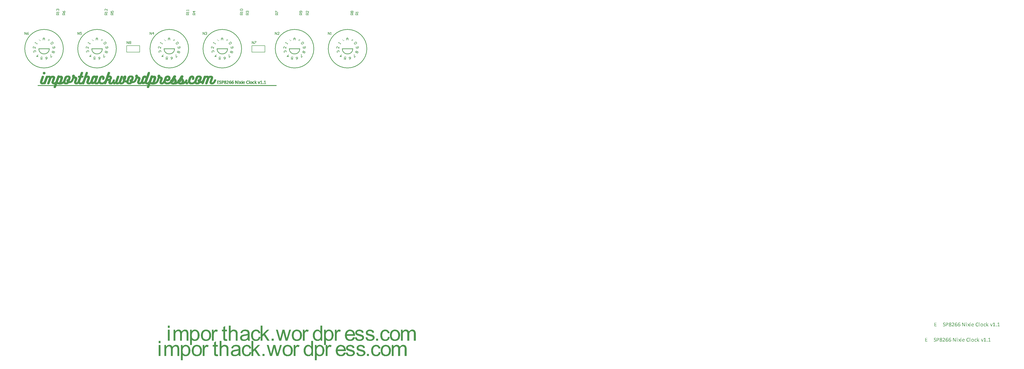
<source format=gto>
G04 Layer_Color=65535*
%FSLAX44Y44*%
%MOMM*%
G71*
G01*
G75*
%ADD11C,0.2540*%
%ADD44C,0.2000*%
%ADD45C,0.0508*%
%ADD46C,0.1016*%
%ADD47C,0.1524*%
G36*
X988701Y-1078749D02*
X1006937Y-1060150D01*
X1017008D01*
X999497Y-1077116D01*
X1018732Y-1105696D01*
X1009205D01*
X994054Y-1082469D01*
X988701Y-1087641D01*
Y-1105696D01*
X980989D01*
Y-1042912D01*
X988701D01*
Y-1078749D01*
D02*
G37*
G36*
X1035623Y-1105696D02*
X1026822D01*
Y-1096895D01*
X1035623D01*
Y-1105696D01*
D02*
G37*
G36*
X1092617D02*
X1084723D01*
X1077465Y-1078477D01*
X1075650Y-1070675D01*
X1066487Y-1105696D01*
X1058321D01*
X1044530Y-1060150D01*
X1052605D01*
X1059864Y-1086461D01*
X1062404Y-1096260D01*
Y-1096169D01*
X1062495Y-1095988D01*
X1062586Y-1095534D01*
X1062676Y-1095262D01*
X1062767Y-1094808D01*
X1062858Y-1094264D01*
X1063039Y-1093629D01*
X1063221Y-1092903D01*
X1063493Y-1091996D01*
X1063765Y-1090998D01*
X1064037Y-1089818D01*
X1064400Y-1088457D01*
X1064763Y-1086915D01*
X1072021Y-1060150D01*
X1079915D01*
X1086719Y-1086643D01*
X1088988Y-1095353D01*
X1091619Y-1086552D01*
X1099421Y-1060150D01*
X1106952D01*
X1092617Y-1105696D01*
D02*
G37*
G36*
X856409Y-1065412D02*
X856500Y-1065322D01*
X856681Y-1065140D01*
X856953Y-1064868D01*
X857407Y-1064414D01*
X857861Y-1063960D01*
X858496Y-1063416D01*
X859312Y-1062872D01*
X860129Y-1062237D01*
X861036Y-1061692D01*
X862034Y-1061148D01*
X864393Y-1060150D01*
X865663Y-1059696D01*
X867024Y-1059424D01*
X868476Y-1059243D01*
X869928Y-1059152D01*
X870744D01*
X871742Y-1059243D01*
X872922Y-1059424D01*
X874283Y-1059606D01*
X875734Y-1059968D01*
X877186Y-1060513D01*
X878638Y-1061148D01*
X878819Y-1061239D01*
X879273Y-1061511D01*
X879908Y-1061964D01*
X880724Y-1062600D01*
X881541Y-1063416D01*
X882448Y-1064323D01*
X883265Y-1065412D01*
X883991Y-1066682D01*
X884081Y-1066864D01*
X884263Y-1067318D01*
X884535Y-1068134D01*
X884807Y-1069314D01*
X885079Y-1070765D01*
X885351Y-1072489D01*
X885533Y-1074576D01*
X885624Y-1076935D01*
Y-1105696D01*
X877912D01*
Y-1076844D01*
Y-1076753D01*
Y-1076572D01*
Y-1076300D01*
Y-1075937D01*
X877821Y-1074939D01*
X877640Y-1073669D01*
X877277Y-1072308D01*
X876823Y-1070947D01*
X876188Y-1069586D01*
X875371Y-1068497D01*
X875281Y-1068406D01*
X874918Y-1068043D01*
X874373Y-1067590D01*
X873557Y-1067136D01*
X872559Y-1066592D01*
X871379Y-1066229D01*
X869928Y-1065866D01*
X868295Y-1065775D01*
X867750D01*
X867115Y-1065866D01*
X866208Y-1065957D01*
X865301Y-1066229D01*
X864212Y-1066501D01*
X863123Y-1066955D01*
X861944Y-1067590D01*
X861853Y-1067680D01*
X861490Y-1067953D01*
X860946Y-1068316D01*
X860310Y-1068860D01*
X859585Y-1069586D01*
X858859Y-1070402D01*
X858224Y-1071400D01*
X857679Y-1072489D01*
X857589Y-1072671D01*
X857498Y-1073033D01*
X857316Y-1073759D01*
X857044Y-1074667D01*
X856772Y-1075846D01*
X856590Y-1077298D01*
X856500Y-1078931D01*
X856409Y-1080836D01*
Y-1105696D01*
X848697D01*
Y-1042912D01*
X856409D01*
Y-1065412D01*
D02*
G37*
G36*
X919434Y-1059243D02*
X920795Y-1059333D01*
X922337Y-1059515D01*
X923879Y-1059787D01*
X925422Y-1060150D01*
X926873Y-1060604D01*
X927055Y-1060694D01*
X927509Y-1060876D01*
X928144Y-1061148D01*
X928960Y-1061511D01*
X929868Y-1062055D01*
X930775Y-1062600D01*
X931591Y-1063325D01*
X932317Y-1064051D01*
X932408Y-1064142D01*
X932589Y-1064414D01*
X932862Y-1064868D01*
X933224Y-1065412D01*
X933678Y-1066229D01*
X934041Y-1067045D01*
X934404Y-1068043D01*
X934676Y-1069223D01*
Y-1069314D01*
X934767Y-1069586D01*
X934858Y-1070130D01*
X934948Y-1070856D01*
Y-1071854D01*
X935039Y-1073033D01*
X935130Y-1074576D01*
Y-1076300D01*
Y-1086643D01*
Y-1086733D01*
Y-1087096D01*
Y-1087641D01*
Y-1088367D01*
Y-1089183D01*
Y-1090181D01*
X935221Y-1092359D01*
Y-1094627D01*
X935311Y-1096895D01*
X935402Y-1097893D01*
Y-1098800D01*
X935493Y-1099617D01*
X935583Y-1100252D01*
Y-1100343D01*
X935674Y-1100706D01*
X935765Y-1101250D01*
X936037Y-1101976D01*
X936219Y-1102793D01*
X936581Y-1103700D01*
X937035Y-1104698D01*
X937489Y-1105696D01*
X929414D01*
X929323Y-1105605D01*
X929232Y-1105242D01*
X929051Y-1104789D01*
X928779Y-1104063D01*
X928507Y-1103246D01*
X928325Y-1102248D01*
X928144Y-1101159D01*
X927962Y-1099980D01*
X927871D01*
X927781Y-1100161D01*
X927236Y-1100615D01*
X926420Y-1101250D01*
X925331Y-1102067D01*
X923970Y-1102883D01*
X922609Y-1103791D01*
X921158Y-1104607D01*
X919615Y-1105242D01*
X919434Y-1105333D01*
X918889Y-1105424D01*
X918073Y-1105696D01*
X917075Y-1105968D01*
X915805Y-1106240D01*
X914353Y-1106422D01*
X912720Y-1106603D01*
X911087Y-1106694D01*
X910361D01*
X909817Y-1106603D01*
X909181D01*
X908456Y-1106512D01*
X906822Y-1106240D01*
X905008Y-1105787D01*
X903012Y-1105151D01*
X901197Y-1104244D01*
X899564Y-1103065D01*
X899383Y-1102883D01*
X898929Y-1102430D01*
X898294Y-1101613D01*
X897568Y-1100524D01*
X896842Y-1099163D01*
X896207Y-1097621D01*
X895753Y-1095716D01*
X895663Y-1094808D01*
X895572Y-1093720D01*
Y-1093538D01*
Y-1093175D01*
X895663Y-1092540D01*
X895753Y-1091723D01*
X895935Y-1090725D01*
X896207Y-1089727D01*
X896570Y-1088639D01*
X897024Y-1087641D01*
X897114Y-1087550D01*
X897296Y-1087187D01*
X897659Y-1086643D01*
X898112Y-1086008D01*
X898657Y-1085282D01*
X899383Y-1084556D01*
X900108Y-1083830D01*
X901016Y-1083195D01*
X901106Y-1083104D01*
X901469Y-1082923D01*
X901923Y-1082560D01*
X902649Y-1082197D01*
X903465Y-1081834D01*
X904464Y-1081380D01*
X905462Y-1081018D01*
X906641Y-1080655D01*
X906732D01*
X907095Y-1080564D01*
X907639Y-1080382D01*
X908365Y-1080292D01*
X909272Y-1080110D01*
X910452Y-1079929D01*
X911813Y-1079657D01*
X913446Y-1079475D01*
X913536D01*
X913899Y-1079384D01*
X914353D01*
X914988Y-1079294D01*
X915714Y-1079203D01*
X916621Y-1079022D01*
X917619Y-1078931D01*
X918708Y-1078749D01*
X920885Y-1078296D01*
X923244Y-1077842D01*
X925331Y-1077298D01*
X926329Y-1077026D01*
X927236Y-1076753D01*
Y-1076663D01*
Y-1076481D01*
X927327Y-1075937D01*
Y-1075302D01*
Y-1074939D01*
Y-1074757D01*
Y-1074667D01*
Y-1074576D01*
Y-1074031D01*
X927236Y-1073124D01*
X927055Y-1072126D01*
X926783Y-1071037D01*
X926329Y-1069949D01*
X925785Y-1068951D01*
X925059Y-1068134D01*
X924968Y-1068043D01*
X924515Y-1067680D01*
X923789Y-1067318D01*
X922881Y-1066773D01*
X921611Y-1066320D01*
X920160Y-1065866D01*
X918345Y-1065594D01*
X916258Y-1065503D01*
X915351D01*
X914444Y-1065594D01*
X913174Y-1065775D01*
X911903Y-1065957D01*
X910542Y-1066320D01*
X909272Y-1066773D01*
X908183Y-1067408D01*
X908093Y-1067499D01*
X907730Y-1067771D01*
X907276Y-1068225D01*
X906732Y-1068951D01*
X906187Y-1069858D01*
X905552Y-1071037D01*
X905008Y-1072489D01*
X904464Y-1074122D01*
X896933Y-1073124D01*
Y-1073033D01*
X897024Y-1072943D01*
Y-1072671D01*
X897114Y-1072308D01*
X897387Y-1071491D01*
X897750Y-1070312D01*
X898203Y-1069132D01*
X898748Y-1067862D01*
X899473Y-1066592D01*
X900290Y-1065412D01*
X900381Y-1065322D01*
X900744Y-1064959D01*
X901288Y-1064414D01*
X902014Y-1063688D01*
X903012Y-1062962D01*
X904191Y-1062237D01*
X905552Y-1061420D01*
X907095Y-1060785D01*
X907185D01*
X907276Y-1060694D01*
X907548Y-1060604D01*
X907911Y-1060513D01*
X908819Y-1060241D01*
X910089Y-1059968D01*
X911540Y-1059696D01*
X913355Y-1059424D01*
X915260Y-1059243D01*
X917438Y-1059152D01*
X918436D01*
X919434Y-1059243D01*
D02*
G37*
G36*
X963362D02*
X963906D01*
X964632Y-1059333D01*
X966356Y-1059606D01*
X968261Y-1060059D01*
X970257Y-1060785D01*
X972253Y-1061692D01*
X974158Y-1062962D01*
X974249D01*
X974340Y-1063144D01*
X974884Y-1063688D01*
X975701Y-1064505D01*
X976699Y-1065684D01*
X977697Y-1067136D01*
X978695Y-1068951D01*
X979602Y-1071037D01*
X980237Y-1073487D01*
X972707Y-1074667D01*
Y-1074576D01*
X972616Y-1074485D01*
X972525Y-1073941D01*
X972253Y-1073124D01*
X971800Y-1072126D01*
X971346Y-1071037D01*
X970620Y-1069858D01*
X969803Y-1068769D01*
X968896Y-1067862D01*
X968805Y-1067771D01*
X968443Y-1067499D01*
X967807Y-1067136D01*
X967082Y-1066682D01*
X966084Y-1066229D01*
X964995Y-1065866D01*
X963725Y-1065594D01*
X962364Y-1065503D01*
X961819D01*
X961366Y-1065594D01*
X960368Y-1065684D01*
X959007Y-1066047D01*
X957555Y-1066501D01*
X955922Y-1067227D01*
X954380Y-1068316D01*
X953654Y-1068951D01*
X952928Y-1069676D01*
Y-1069767D01*
X952747Y-1069858D01*
X952565Y-1070130D01*
X952384Y-1070493D01*
X952111Y-1070947D01*
X951749Y-1071491D01*
X951476Y-1072126D01*
X951113Y-1072852D01*
X950751Y-1073759D01*
X950478Y-1074757D01*
X950115Y-1075846D01*
X949843Y-1077026D01*
X949662Y-1078296D01*
X949480Y-1079747D01*
X949299Y-1081290D01*
Y-1082923D01*
Y-1083014D01*
Y-1083286D01*
Y-1083830D01*
X949389Y-1084374D01*
Y-1085191D01*
X949480Y-1086008D01*
X949753Y-1088004D01*
X950115Y-1090181D01*
X950751Y-1092449D01*
X951567Y-1094445D01*
X952111Y-1095443D01*
X952747Y-1096260D01*
X952928Y-1096441D01*
X953382Y-1096895D01*
X954198Y-1097530D01*
X955196Y-1098256D01*
X956557Y-1099073D01*
X958100Y-1099708D01*
X959914Y-1100161D01*
X960912Y-1100252D01*
X961910Y-1100343D01*
X962092D01*
X962636Y-1100252D01*
X963543Y-1100161D01*
X964541Y-1099980D01*
X965721Y-1099708D01*
X966991Y-1099163D01*
X968261Y-1098528D01*
X969441Y-1097621D01*
X969622Y-1097530D01*
X969894Y-1097076D01*
X970439Y-1096441D01*
X971074Y-1095443D01*
X971709Y-1094264D01*
X972435Y-1092812D01*
X972979Y-1090998D01*
X973342Y-1089002D01*
X980963Y-1090000D01*
Y-1090090D01*
X980872Y-1090363D01*
X980782Y-1090725D01*
X980691Y-1091270D01*
X980509Y-1091996D01*
X980328Y-1092722D01*
X979693Y-1094536D01*
X978876Y-1096441D01*
X977697Y-1098528D01*
X976245Y-1100524D01*
X975429Y-1101432D01*
X974521Y-1102339D01*
X974431Y-1102430D01*
X974249Y-1102520D01*
X973977Y-1102702D01*
X973614Y-1102974D01*
X973160Y-1103337D01*
X972525Y-1103700D01*
X971800Y-1104063D01*
X971074Y-1104516D01*
X969259Y-1105333D01*
X967082Y-1105968D01*
X964723Y-1106512D01*
X963362Y-1106603D01*
X962001Y-1106694D01*
X961094D01*
X960459Y-1106603D01*
X959642Y-1106512D01*
X958735Y-1106331D01*
X957737Y-1106149D01*
X956648Y-1105968D01*
X954198Y-1105242D01*
X953019Y-1104698D01*
X951749Y-1104153D01*
X950478Y-1103428D01*
X949299Y-1102611D01*
X948119Y-1101704D01*
X947031Y-1100615D01*
X946940Y-1100524D01*
X946758Y-1100343D01*
X946486Y-1099980D01*
X946123Y-1099526D01*
X945760Y-1098891D01*
X945216Y-1098075D01*
X944762Y-1097167D01*
X944218Y-1096169D01*
X943674Y-1094990D01*
X943220Y-1093629D01*
X942676Y-1092268D01*
X942313Y-1090635D01*
X941950Y-1089002D01*
X941678Y-1087096D01*
X941496Y-1085191D01*
X941405Y-1083104D01*
Y-1083014D01*
Y-1082741D01*
Y-1082378D01*
Y-1081834D01*
X941496Y-1081199D01*
Y-1080473D01*
X941587Y-1079657D01*
X941678Y-1078749D01*
X941950Y-1076753D01*
X942403Y-1074576D01*
X942948Y-1072398D01*
X943764Y-1070221D01*
Y-1070130D01*
X943855Y-1069949D01*
X944036Y-1069676D01*
X944218Y-1069314D01*
X944762Y-1068316D01*
X945579Y-1067136D01*
X946668Y-1065775D01*
X947938Y-1064414D01*
X949480Y-1063053D01*
X951204Y-1061964D01*
X951295D01*
X951476Y-1061874D01*
X951749Y-1061692D01*
X952111Y-1061511D01*
X952565Y-1061329D01*
X953109Y-1061057D01*
X954470Y-1060513D01*
X956013Y-1060059D01*
X957918Y-1059606D01*
X959914Y-1059243D01*
X962092Y-1059152D01*
X962817D01*
X963362Y-1059243D01*
D02*
G37*
G36*
X1133019D02*
X1133836Y-1059333D01*
X1134743Y-1059515D01*
X1135741Y-1059696D01*
X1136920Y-1059878D01*
X1139370Y-1060694D01*
X1140640Y-1061148D01*
X1141910Y-1061783D01*
X1143181Y-1062418D01*
X1144451Y-1063325D01*
X1145630Y-1064233D01*
X1146810Y-1065322D01*
X1146901Y-1065412D01*
X1147082Y-1065594D01*
X1147354Y-1065957D01*
X1147717Y-1066410D01*
X1148171Y-1067045D01*
X1148715Y-1067862D01*
X1149259Y-1068769D01*
X1149804Y-1069767D01*
X1150348Y-1070856D01*
X1150893Y-1072217D01*
X1151437Y-1073578D01*
X1151891Y-1075120D01*
X1152254Y-1076753D01*
X1152526Y-1078477D01*
X1152707Y-1080292D01*
X1152798Y-1082288D01*
Y-1082378D01*
Y-1082651D01*
Y-1083104D01*
Y-1083739D01*
X1152707Y-1084465D01*
X1152617Y-1085372D01*
Y-1086280D01*
X1152435Y-1087278D01*
X1152163Y-1089546D01*
X1151618Y-1091814D01*
X1150983Y-1094082D01*
X1150076Y-1096169D01*
Y-1096260D01*
X1149985Y-1096351D01*
X1149804Y-1096623D01*
X1149622Y-1096986D01*
X1148987Y-1097893D01*
X1148171Y-1098982D01*
X1147082Y-1100252D01*
X1145721Y-1101522D01*
X1144179Y-1102793D01*
X1142364Y-1103972D01*
X1142273D01*
X1142183Y-1104063D01*
X1141910Y-1104244D01*
X1141457Y-1104426D01*
X1141003Y-1104607D01*
X1140459Y-1104789D01*
X1139098Y-1105333D01*
X1137555Y-1105787D01*
X1135650Y-1106240D01*
X1133654Y-1106603D01*
X1131477Y-1106694D01*
X1130569D01*
X1129844Y-1106603D01*
X1129027Y-1106512D01*
X1128120Y-1106331D01*
X1127031Y-1106149D01*
X1125942Y-1105968D01*
X1123493Y-1105242D01*
X1122132Y-1104698D01*
X1120861Y-1104153D01*
X1119591Y-1103428D01*
X1118321Y-1102611D01*
X1117141Y-1101704D01*
X1115962Y-1100615D01*
X1115871Y-1100524D01*
X1115690Y-1100343D01*
X1115418Y-1099980D01*
X1115055Y-1099436D01*
X1114601Y-1098800D01*
X1114147Y-1098075D01*
X1113603Y-1097167D01*
X1113059Y-1096078D01*
X1112514Y-1094899D01*
X1111970Y-1093538D01*
X1111516Y-1092086D01*
X1111063Y-1090544D01*
X1110700Y-1088820D01*
X1110428Y-1087006D01*
X1110246Y-1085010D01*
X1110155Y-1082923D01*
Y-1082741D01*
Y-1082378D01*
X1110246Y-1081743D01*
Y-1080836D01*
X1110337Y-1079838D01*
X1110518Y-1078568D01*
X1110700Y-1077298D01*
X1111063Y-1075846D01*
X1111426Y-1074394D01*
X1111879Y-1072852D01*
X1112424Y-1071219D01*
X1113149Y-1069676D01*
X1113875Y-1068225D01*
X1114873Y-1066773D01*
X1115871Y-1065412D01*
X1117141Y-1064233D01*
X1117232Y-1064142D01*
X1117414Y-1064051D01*
X1117777Y-1063779D01*
X1118230Y-1063416D01*
X1118775Y-1063053D01*
X1119501Y-1062600D01*
X1120226Y-1062146D01*
X1121134Y-1061692D01*
X1122132Y-1061239D01*
X1123220Y-1060785D01*
X1125670Y-1059968D01*
X1128483Y-1059333D01*
X1129934Y-1059243D01*
X1131477Y-1059152D01*
X1132384D01*
X1133019Y-1059243D01*
D02*
G37*
G36*
X1307559D02*
X1308557Y-1059424D01*
X1309736Y-1059787D01*
X1311006Y-1060241D01*
X1312458Y-1060876D01*
X1314000Y-1061692D01*
X1311188Y-1068769D01*
X1311097Y-1068678D01*
X1310734Y-1068497D01*
X1310190Y-1068225D01*
X1309464Y-1067953D01*
X1308647Y-1067680D01*
X1307649Y-1067408D01*
X1306651Y-1067227D01*
X1305653Y-1067136D01*
X1305200D01*
X1304746Y-1067227D01*
X1304111Y-1067318D01*
X1303476Y-1067499D01*
X1302659Y-1067771D01*
X1301843Y-1068134D01*
X1301117Y-1068678D01*
X1301026Y-1068769D01*
X1300754Y-1068951D01*
X1300482Y-1069314D01*
X1300028Y-1069767D01*
X1299574Y-1070402D01*
X1299121Y-1071128D01*
X1298667Y-1071945D01*
X1298304Y-1072943D01*
X1298214Y-1073124D01*
X1298123Y-1073669D01*
X1297941Y-1074485D01*
X1297669Y-1075574D01*
X1297397Y-1076935D01*
X1297216Y-1078477D01*
X1297125Y-1080110D01*
X1297034Y-1081925D01*
Y-1105696D01*
X1289322D01*
Y-1060150D01*
X1296308D01*
Y-1067045D01*
X1296399Y-1066955D01*
X1296762Y-1066320D01*
X1297216Y-1065503D01*
X1297941Y-1064505D01*
X1298667Y-1063507D01*
X1299484Y-1062418D01*
X1300300Y-1061511D01*
X1301117Y-1060785D01*
X1301208Y-1060694D01*
X1301480Y-1060513D01*
X1302024Y-1060241D01*
X1302569Y-1059968D01*
X1303294Y-1059696D01*
X1304202Y-1059424D01*
X1305109Y-1059243D01*
X1306107Y-1059152D01*
X1306742D01*
X1307559Y-1059243D01*
D02*
G37*
G36*
X1392525D02*
X1393886Y-1059333D01*
X1395338Y-1059515D01*
X1396880Y-1059878D01*
X1398513Y-1060241D01*
X1400056Y-1060785D01*
X1400146D01*
X1400237Y-1060876D01*
X1400691Y-1061057D01*
X1401416Y-1061420D01*
X1402324Y-1061874D01*
X1403322Y-1062509D01*
X1404320Y-1063235D01*
X1405227Y-1064051D01*
X1406044Y-1064959D01*
X1406134Y-1065049D01*
X1406316Y-1065412D01*
X1406679Y-1066047D01*
X1407132Y-1066773D01*
X1407586Y-1067862D01*
X1408040Y-1069041D01*
X1408403Y-1070402D01*
X1408766Y-1071945D01*
X1401235Y-1072943D01*
Y-1072761D01*
X1401144Y-1072398D01*
X1400963Y-1071763D01*
X1400691Y-1070947D01*
X1400237Y-1070130D01*
X1399693Y-1069223D01*
X1399057Y-1068316D01*
X1398150Y-1067499D01*
X1398060Y-1067408D01*
X1397697Y-1067227D01*
X1397152Y-1066864D01*
X1396336Y-1066501D01*
X1395428Y-1066138D01*
X1394249Y-1065775D01*
X1392797Y-1065594D01*
X1391255Y-1065503D01*
X1390347D01*
X1389440Y-1065594D01*
X1388261Y-1065684D01*
X1387081Y-1065957D01*
X1385811Y-1066229D01*
X1384632Y-1066682D01*
X1383634Y-1067318D01*
X1383543Y-1067408D01*
X1383271Y-1067590D01*
X1382908Y-1067953D01*
X1382545Y-1068497D01*
X1382091Y-1069041D01*
X1381728Y-1069767D01*
X1381456Y-1070584D01*
X1381365Y-1071400D01*
Y-1071491D01*
Y-1071673D01*
X1381456Y-1071945D01*
Y-1072308D01*
X1381728Y-1073215D01*
X1382273Y-1074122D01*
X1382363Y-1074213D01*
X1382454Y-1074304D01*
X1382636Y-1074576D01*
X1382999Y-1074848D01*
X1383361Y-1075120D01*
X1383906Y-1075483D01*
X1384541Y-1075755D01*
X1385267Y-1076118D01*
X1385357D01*
X1385539Y-1076209D01*
X1385902Y-1076300D01*
X1386537Y-1076572D01*
X1387444Y-1076844D01*
X1388624Y-1077116D01*
X1389350Y-1077388D01*
X1390166Y-1077570D01*
X1391073Y-1077842D01*
X1392071Y-1078114D01*
X1392162D01*
X1392434Y-1078205D01*
X1392888Y-1078296D01*
X1393432Y-1078477D01*
X1394067Y-1078659D01*
X1394884Y-1078840D01*
X1396608Y-1079384D01*
X1398513Y-1079929D01*
X1400418Y-1080564D01*
X1402142Y-1081199D01*
X1402868Y-1081471D01*
X1403503Y-1081743D01*
X1403685Y-1081834D01*
X1404048Y-1082016D01*
X1404592Y-1082288D01*
X1405408Y-1082741D01*
X1406225Y-1083286D01*
X1407042Y-1084012D01*
X1407858Y-1084828D01*
X1408584Y-1085735D01*
X1408675Y-1085826D01*
X1408856Y-1086189D01*
X1409219Y-1086733D01*
X1409582Y-1087550D01*
X1409854Y-1088548D01*
X1410217Y-1089637D01*
X1410399Y-1090907D01*
X1410489Y-1092359D01*
Y-1092540D01*
Y-1092994D01*
X1410399Y-1093720D01*
X1410217Y-1094718D01*
X1409945Y-1095806D01*
X1409491Y-1096986D01*
X1408947Y-1098347D01*
X1408221Y-1099617D01*
X1408130Y-1099798D01*
X1407767Y-1100161D01*
X1407314Y-1100796D01*
X1406588Y-1101522D01*
X1405590Y-1102339D01*
X1404501Y-1103246D01*
X1403231Y-1104063D01*
X1401689Y-1104879D01*
X1401598D01*
X1401507Y-1104970D01*
X1400963Y-1105151D01*
X1400056Y-1105424D01*
X1398876Y-1105787D01*
X1397424Y-1106149D01*
X1395791Y-1106422D01*
X1394067Y-1106603D01*
X1392071Y-1106694D01*
X1391255D01*
X1390620Y-1106603D01*
X1389894D01*
X1388987Y-1106512D01*
X1388079Y-1106422D01*
X1387081Y-1106240D01*
X1384904Y-1105787D01*
X1382636Y-1105151D01*
X1380458Y-1104244D01*
X1379460Y-1103700D01*
X1378553Y-1103065D01*
X1378462Y-1102974D01*
X1378371Y-1102883D01*
X1377827Y-1102339D01*
X1377010Y-1101522D01*
X1376103Y-1100252D01*
X1375105Y-1098710D01*
X1374107Y-1096895D01*
X1373291Y-1094627D01*
X1372678Y-1092178D01*
X1372633Y-1092268D01*
X1372543Y-1092631D01*
X1372361Y-1093175D01*
X1372089Y-1093720D01*
X1371817Y-1094445D01*
X1371091Y-1095988D01*
X1370184Y-1097712D01*
X1368913Y-1099526D01*
X1367462Y-1101250D01*
X1365647Y-1102883D01*
X1365556D01*
X1365375Y-1103065D01*
X1365103Y-1103246D01*
X1364740Y-1103518D01*
X1364196Y-1103791D01*
X1363651Y-1104063D01*
X1362925Y-1104426D01*
X1362109Y-1104789D01*
X1361201Y-1105151D01*
X1360294Y-1105514D01*
X1358026Y-1106059D01*
X1355486Y-1106512D01*
X1352673Y-1106694D01*
X1351675D01*
X1351040Y-1106603D01*
X1350223Y-1106512D01*
X1349225Y-1106331D01*
X1348136Y-1106149D01*
X1346957Y-1105968D01*
X1344417Y-1105242D01*
X1343056Y-1104698D01*
X1341785Y-1104153D01*
X1340424Y-1103428D01*
X1339154Y-1102611D01*
X1337975Y-1101704D01*
X1336795Y-1100615D01*
X1336705Y-1100524D01*
X1336523Y-1100343D01*
X1336251Y-1099980D01*
X1335888Y-1099436D01*
X1335434Y-1098800D01*
X1334981Y-1098075D01*
X1334436Y-1097167D01*
X1333892Y-1096169D01*
X1333348Y-1094990D01*
X1332803Y-1093720D01*
X1332350Y-1092268D01*
X1331896Y-1090725D01*
X1331533Y-1089092D01*
X1331261Y-1087278D01*
X1331080Y-1085372D01*
X1330989Y-1083376D01*
Y-1083286D01*
Y-1082832D01*
Y-1082288D01*
X1331080Y-1081471D01*
X1331170Y-1080473D01*
X1331261Y-1079384D01*
X1331442Y-1078114D01*
X1331715Y-1076844D01*
X1332440Y-1073941D01*
X1332894Y-1072489D01*
X1333438Y-1070947D01*
X1334164Y-1069495D01*
X1334981Y-1068134D01*
X1335888Y-1066773D01*
X1336886Y-1065503D01*
X1336977Y-1065412D01*
X1337158Y-1065231D01*
X1337521Y-1064959D01*
X1337975Y-1064505D01*
X1338519Y-1064051D01*
X1339245Y-1063507D01*
X1340062Y-1062872D01*
X1341060Y-1062327D01*
X1342058Y-1061692D01*
X1343237Y-1061148D01*
X1344507Y-1060604D01*
X1345868Y-1060150D01*
X1347320Y-1059696D01*
X1348862Y-1059424D01*
X1350495Y-1059243D01*
X1352219Y-1059152D01*
X1353127D01*
X1353762Y-1059243D01*
X1354487Y-1059333D01*
X1355395Y-1059515D01*
X1356393Y-1059696D01*
X1357572Y-1059968D01*
X1358661Y-1060241D01*
X1359931Y-1060694D01*
X1361111Y-1061148D01*
X1362381Y-1061783D01*
X1363651Y-1062509D01*
X1364921Y-1063325D01*
X1366101Y-1064323D01*
X1367189Y-1065412D01*
X1367280Y-1065503D01*
X1367462Y-1065684D01*
X1367734Y-1066047D01*
X1368097Y-1066592D01*
X1368551Y-1067227D01*
X1369004Y-1067953D01*
X1369548Y-1068860D01*
X1370093Y-1069949D01*
X1370637Y-1071128D01*
X1371182Y-1072398D01*
X1371635Y-1073850D01*
X1372089Y-1075392D01*
X1372452Y-1077116D01*
X1372724Y-1078931D01*
X1372905Y-1080836D01*
X1372996Y-1082923D01*
Y-1083014D01*
Y-1083376D01*
Y-1084012D01*
X1372905Y-1084919D01*
X1338882D01*
Y-1085010D01*
Y-1085282D01*
X1338973Y-1085645D01*
Y-1086189D01*
X1339064Y-1086824D01*
X1339245Y-1087550D01*
X1339517Y-1089183D01*
X1340062Y-1090998D01*
X1340787Y-1092994D01*
X1341785Y-1094808D01*
X1343056Y-1096441D01*
X1343146D01*
X1343237Y-1096623D01*
X1343781Y-1097076D01*
X1344598Y-1097712D01*
X1345687Y-1098347D01*
X1347139Y-1099073D01*
X1348772Y-1099708D01*
X1350586Y-1100161D01*
X1351584Y-1100252D01*
X1352673Y-1100343D01*
X1353399D01*
X1354215Y-1100252D01*
X1355213Y-1100071D01*
X1356302Y-1099798D01*
X1357572Y-1099436D01*
X1358752Y-1098891D01*
X1359931Y-1098165D01*
X1360022Y-1098075D01*
X1360476Y-1097712D01*
X1361020Y-1097167D01*
X1361655Y-1096441D01*
X1362381Y-1095443D01*
X1363197Y-1094173D01*
X1364014Y-1092722D01*
X1364740Y-1090998D01*
X1372724Y-1091996D01*
Y-1092076D01*
X1380277Y-1090907D01*
Y-1090998D01*
Y-1091088D01*
X1380458Y-1091633D01*
X1380639Y-1092540D01*
X1381002Y-1093538D01*
X1381456Y-1094627D01*
X1382000Y-1095806D01*
X1382817Y-1096986D01*
X1383815Y-1097984D01*
X1383996Y-1098075D01*
X1384359Y-1098347D01*
X1385085Y-1098710D01*
X1385992Y-1099163D01*
X1387172Y-1099617D01*
X1388533Y-1099980D01*
X1390166Y-1100252D01*
X1392071Y-1100343D01*
X1392979D01*
X1393886Y-1100252D01*
X1395065Y-1100071D01*
X1396336Y-1099798D01*
X1397697Y-1099436D01*
X1398876Y-1098982D01*
X1399965Y-1098256D01*
X1400056Y-1098165D01*
X1400418Y-1097893D01*
X1400781Y-1097439D01*
X1401326Y-1096804D01*
X1401779Y-1096078D01*
X1402233Y-1095171D01*
X1402505Y-1094264D01*
X1402596Y-1093175D01*
Y-1093084D01*
Y-1092722D01*
X1402505Y-1092268D01*
X1402324Y-1091633D01*
X1402052Y-1090998D01*
X1401598Y-1090363D01*
X1401053Y-1089637D01*
X1400237Y-1089092D01*
X1400146Y-1089002D01*
X1399874Y-1088911D01*
X1399420Y-1088639D01*
X1398695Y-1088367D01*
X1397606Y-1088004D01*
X1396971Y-1087731D01*
X1396245Y-1087550D01*
X1395428Y-1087278D01*
X1394521Y-1087006D01*
X1393523Y-1086733D01*
X1392343Y-1086461D01*
X1392253D01*
X1391981Y-1086370D01*
X1391527Y-1086280D01*
X1390983Y-1086098D01*
X1390257Y-1085917D01*
X1389440Y-1085645D01*
X1387716Y-1085191D01*
X1385720Y-1084556D01*
X1383815Y-1084012D01*
X1382000Y-1083376D01*
X1381184Y-1083014D01*
X1380549Y-1082741D01*
X1380367Y-1082651D01*
X1380004Y-1082469D01*
X1379460Y-1082106D01*
X1378734Y-1081653D01*
X1377918Y-1081018D01*
X1377101Y-1080292D01*
X1376284Y-1079475D01*
X1375559Y-1078477D01*
X1375468Y-1078386D01*
X1375287Y-1078024D01*
X1375014Y-1077388D01*
X1374742Y-1076663D01*
X1374470Y-1075755D01*
X1374198Y-1074667D01*
X1374016Y-1073578D01*
X1373926Y-1072308D01*
Y-1072126D01*
Y-1071763D01*
X1374016Y-1071219D01*
X1374107Y-1070402D01*
X1374288Y-1069586D01*
X1374470Y-1068588D01*
X1374833Y-1067680D01*
X1375287Y-1066682D01*
X1375377Y-1066592D01*
X1375559Y-1066229D01*
X1375831Y-1065775D01*
X1376284Y-1065140D01*
X1376829Y-1064505D01*
X1377464Y-1063688D01*
X1378190Y-1062962D01*
X1379097Y-1062327D01*
X1379188Y-1062237D01*
X1379460Y-1062146D01*
X1379823Y-1061874D01*
X1380367Y-1061602D01*
X1381093Y-1061239D01*
X1381910Y-1060876D01*
X1382908Y-1060513D01*
X1383996Y-1060150D01*
X1384178Y-1060059D01*
X1384541Y-1059968D01*
X1385176Y-1059787D01*
X1385992Y-1059606D01*
X1386991Y-1059424D01*
X1388079Y-1059333D01*
X1389350Y-1059152D01*
X1391527D01*
X1392525Y-1059243D01*
D02*
G37*
G36*
X1436275D02*
X1437636Y-1059333D01*
X1439088Y-1059515D01*
X1440630Y-1059878D01*
X1442263Y-1060241D01*
X1443806Y-1060785D01*
X1443896D01*
X1443987Y-1060876D01*
X1444441Y-1061057D01*
X1445166Y-1061420D01*
X1446074Y-1061874D01*
X1447072Y-1062509D01*
X1448070Y-1063235D01*
X1448977Y-1064051D01*
X1449794Y-1064959D01*
X1449884Y-1065049D01*
X1450066Y-1065412D01*
X1450429Y-1066047D01*
X1450882Y-1066773D01*
X1451336Y-1067862D01*
X1451790Y-1069041D01*
X1452153Y-1070402D01*
X1452516Y-1071945D01*
X1444985Y-1072943D01*
Y-1072761D01*
X1444894Y-1072398D01*
X1444713Y-1071763D01*
X1444441Y-1070947D01*
X1443987Y-1070130D01*
X1443443Y-1069223D01*
X1442807Y-1068316D01*
X1441900Y-1067499D01*
X1441810Y-1067408D01*
X1441447Y-1067227D01*
X1440902Y-1066864D01*
X1440086Y-1066501D01*
X1439178Y-1066138D01*
X1437999Y-1065775D01*
X1436547Y-1065594D01*
X1435005Y-1065503D01*
X1434097D01*
X1433190Y-1065594D01*
X1432011Y-1065684D01*
X1430831Y-1065957D01*
X1429561Y-1066229D01*
X1428382Y-1066682D01*
X1427384Y-1067318D01*
X1427293Y-1067408D01*
X1427021Y-1067590D01*
X1426658Y-1067953D01*
X1426295Y-1068497D01*
X1425841Y-1069041D01*
X1425478Y-1069767D01*
X1425206Y-1070584D01*
X1425115Y-1071400D01*
Y-1071491D01*
Y-1071673D01*
X1425206Y-1071945D01*
Y-1072308D01*
X1425478Y-1073215D01*
X1426023Y-1074122D01*
X1426113Y-1074213D01*
X1426204Y-1074304D01*
X1426386Y-1074576D01*
X1426749Y-1074848D01*
X1427111Y-1075120D01*
X1427656Y-1075483D01*
X1428291Y-1075755D01*
X1429017Y-1076118D01*
X1429107D01*
X1429289Y-1076209D01*
X1429652Y-1076300D01*
X1430287Y-1076572D01*
X1431194Y-1076844D01*
X1432374Y-1077116D01*
X1433100Y-1077388D01*
X1433916Y-1077570D01*
X1434823Y-1077842D01*
X1435821Y-1078114D01*
X1435912D01*
X1436184Y-1078205D01*
X1436638Y-1078296D01*
X1437182Y-1078477D01*
X1437817Y-1078659D01*
X1438634Y-1078840D01*
X1440358Y-1079384D01*
X1442263Y-1079929D01*
X1444168Y-1080564D01*
X1445892Y-1081199D01*
X1446618Y-1081471D01*
X1447253Y-1081743D01*
X1447435Y-1081834D01*
X1447798Y-1082016D01*
X1448342Y-1082288D01*
X1449158Y-1082741D01*
X1449975Y-1083286D01*
X1450792Y-1084012D01*
X1451608Y-1084828D01*
X1452334Y-1085735D01*
X1452425Y-1085826D01*
X1452606Y-1086189D01*
X1452969Y-1086733D01*
X1453332Y-1087550D01*
X1453604Y-1088548D01*
X1453967Y-1089637D01*
X1454149Y-1090907D01*
X1454239Y-1092359D01*
Y-1092540D01*
Y-1092994D01*
X1454149Y-1093720D01*
X1453967Y-1094718D01*
X1453695Y-1095806D01*
X1453241Y-1096986D01*
X1452697Y-1098347D01*
X1451971Y-1099617D01*
X1451880Y-1099798D01*
X1451517Y-1100161D01*
X1451064Y-1100796D01*
X1450338Y-1101522D01*
X1449340Y-1102339D01*
X1448251Y-1103246D01*
X1446981Y-1104063D01*
X1445439Y-1104879D01*
X1445348D01*
X1445257Y-1104970D01*
X1444713Y-1105151D01*
X1443806Y-1105424D01*
X1442626Y-1105787D01*
X1441174Y-1106149D01*
X1439541Y-1106422D01*
X1437817Y-1106603D01*
X1435821Y-1106694D01*
X1435005D01*
X1434370Y-1106603D01*
X1433644D01*
X1432737Y-1106512D01*
X1431829Y-1106422D01*
X1430831Y-1106240D01*
X1428654Y-1105787D01*
X1426386Y-1105151D01*
X1424208Y-1104244D01*
X1423210Y-1103700D01*
X1422303Y-1103065D01*
X1422212Y-1102974D01*
X1422121Y-1102883D01*
X1421577Y-1102339D01*
X1420760Y-1101522D01*
X1419853Y-1100252D01*
X1418855Y-1098710D01*
X1417857Y-1096895D01*
X1417041Y-1094627D01*
X1416405Y-1092086D01*
X1424027Y-1090907D01*
Y-1090998D01*
Y-1091088D01*
X1424208Y-1091633D01*
X1424389Y-1092540D01*
X1424752Y-1093538D01*
X1425206Y-1094627D01*
X1425750Y-1095806D01*
X1426567Y-1096986D01*
X1427565Y-1097984D01*
X1427746Y-1098075D01*
X1428109Y-1098347D01*
X1428835Y-1098710D01*
X1429742Y-1099163D01*
X1430922Y-1099617D01*
X1432283Y-1099980D01*
X1433916Y-1100252D01*
X1435821Y-1100343D01*
X1436729D01*
X1437636Y-1100252D01*
X1438815Y-1100071D01*
X1440086Y-1099798D01*
X1441447Y-1099436D01*
X1442626Y-1098982D01*
X1443715Y-1098256D01*
X1443806Y-1098165D01*
X1444168Y-1097893D01*
X1444531Y-1097439D01*
X1445076Y-1096804D01*
X1445529Y-1096078D01*
X1445983Y-1095171D01*
X1446255Y-1094264D01*
X1446346Y-1093175D01*
Y-1093084D01*
Y-1092722D01*
X1446255Y-1092268D01*
X1446074Y-1091633D01*
X1445802Y-1090998D01*
X1445348Y-1090363D01*
X1444803Y-1089637D01*
X1443987Y-1089092D01*
X1443896Y-1089002D01*
X1443624Y-1088911D01*
X1443170Y-1088639D01*
X1442445Y-1088367D01*
X1441356Y-1088004D01*
X1440721Y-1087731D01*
X1439995Y-1087550D01*
X1439178Y-1087278D01*
X1438271Y-1087006D01*
X1437273Y-1086733D01*
X1436093Y-1086461D01*
X1436003D01*
X1435731Y-1086370D01*
X1435277Y-1086280D01*
X1434733Y-1086098D01*
X1434007Y-1085917D01*
X1433190Y-1085645D01*
X1431466Y-1085191D01*
X1429470Y-1084556D01*
X1427565Y-1084012D01*
X1425750Y-1083376D01*
X1424934Y-1083014D01*
X1424299Y-1082741D01*
X1424117Y-1082651D01*
X1423754Y-1082469D01*
X1423210Y-1082106D01*
X1422484Y-1081653D01*
X1421668Y-1081018D01*
X1420851Y-1080292D01*
X1420034Y-1079475D01*
X1419309Y-1078477D01*
X1419218Y-1078386D01*
X1419037Y-1078024D01*
X1418764Y-1077388D01*
X1418492Y-1076663D01*
X1418220Y-1075755D01*
X1417948Y-1074667D01*
X1417766Y-1073578D01*
X1417676Y-1072308D01*
Y-1072126D01*
Y-1071763D01*
X1417766Y-1071219D01*
X1417857Y-1070402D01*
X1418038Y-1069586D01*
X1418220Y-1068588D01*
X1418583Y-1067680D01*
X1419037Y-1066682D01*
X1419127Y-1066592D01*
X1419309Y-1066229D01*
X1419581Y-1065775D01*
X1420034Y-1065140D01*
X1420579Y-1064505D01*
X1421214Y-1063688D01*
X1421940Y-1062962D01*
X1422847Y-1062327D01*
X1422938Y-1062237D01*
X1423210Y-1062146D01*
X1423573Y-1061874D01*
X1424117Y-1061602D01*
X1424843Y-1061239D01*
X1425660Y-1060876D01*
X1426658Y-1060513D01*
X1427746Y-1060150D01*
X1427928Y-1060059D01*
X1428291Y-1059968D01*
X1428926Y-1059787D01*
X1429742Y-1059606D01*
X1430741Y-1059424D01*
X1431829Y-1059333D01*
X1433100Y-1059152D01*
X1435277D01*
X1436275Y-1059243D01*
D02*
G37*
G36*
X1174225D02*
X1175223Y-1059424D01*
X1176403Y-1059787D01*
X1177673Y-1060241D01*
X1179125Y-1060876D01*
X1180667Y-1061692D01*
X1177854Y-1068769D01*
X1177764Y-1068678D01*
X1177401Y-1068497D01*
X1176856Y-1068225D01*
X1176131Y-1067953D01*
X1175314Y-1067680D01*
X1174316Y-1067408D01*
X1173318Y-1067227D01*
X1172320Y-1067136D01*
X1171866D01*
X1171413Y-1067227D01*
X1170778Y-1067318D01*
X1170142Y-1067499D01*
X1169326Y-1067771D01*
X1168509Y-1068134D01*
X1167784Y-1068678D01*
X1167693Y-1068769D01*
X1167421Y-1068951D01*
X1167148Y-1069314D01*
X1166695Y-1069767D01*
X1166241Y-1070402D01*
X1165788Y-1071128D01*
X1165334Y-1071945D01*
X1164971Y-1072943D01*
X1164880Y-1073124D01*
X1164789Y-1073669D01*
X1164608Y-1074485D01*
X1164336Y-1075574D01*
X1164064Y-1076935D01*
X1163882Y-1078477D01*
X1163791Y-1080110D01*
X1163701Y-1081925D01*
Y-1105696D01*
X1155989D01*
Y-1060150D01*
X1162975D01*
Y-1067045D01*
X1163066Y-1066955D01*
X1163428Y-1066320D01*
X1163882Y-1065503D01*
X1164608Y-1064505D01*
X1165334Y-1063507D01*
X1166150Y-1062418D01*
X1166967Y-1061511D01*
X1167784Y-1060785D01*
X1167874Y-1060694D01*
X1168146Y-1060513D01*
X1168691Y-1060241D01*
X1169235Y-1059968D01*
X1169961Y-1059696D01*
X1170868Y-1059424D01*
X1171776Y-1059243D01*
X1172774Y-1059152D01*
X1173409D01*
X1174225Y-1059243D01*
D02*
G37*
G36*
X1237122Y-1105696D02*
X1229955D01*
Y-1099980D01*
X1229864Y-1100071D01*
X1229773Y-1100252D01*
X1229501Y-1100615D01*
X1229138Y-1101069D01*
X1228685Y-1101522D01*
X1228140Y-1102067D01*
X1227505Y-1102702D01*
X1226689Y-1103337D01*
X1225872Y-1103972D01*
X1224965Y-1104607D01*
X1223876Y-1105151D01*
X1222697Y-1105605D01*
X1221517Y-1106059D01*
X1220156Y-1106422D01*
X1218705Y-1106603D01*
X1217162Y-1106694D01*
X1216618D01*
X1216255Y-1106603D01*
X1215166Y-1106512D01*
X1213896Y-1106331D01*
X1212354Y-1105968D01*
X1210630Y-1105424D01*
X1208906Y-1104698D01*
X1207182Y-1103700D01*
X1207091D01*
X1207001Y-1103518D01*
X1206456Y-1103155D01*
X1205639Y-1102430D01*
X1204641Y-1101522D01*
X1203462Y-1100343D01*
X1202283Y-1098891D01*
X1201103Y-1097258D01*
X1200105Y-1095353D01*
Y-1095262D01*
X1200014Y-1095080D01*
X1199924Y-1094808D01*
X1199742Y-1094445D01*
X1199561Y-1093901D01*
X1199288Y-1093266D01*
X1199107Y-1092631D01*
X1198926Y-1091814D01*
X1198472Y-1090000D01*
X1198018Y-1087913D01*
X1197746Y-1085554D01*
X1197655Y-1083014D01*
Y-1082923D01*
Y-1082741D01*
Y-1082378D01*
Y-1081834D01*
X1197746Y-1081290D01*
Y-1080564D01*
X1197928Y-1078931D01*
X1198200Y-1077026D01*
X1198653Y-1074939D01*
X1199198Y-1072761D01*
X1199924Y-1070675D01*
Y-1070584D01*
X1200014Y-1070402D01*
X1200196Y-1070130D01*
X1200377Y-1069767D01*
X1200922Y-1068769D01*
X1201647Y-1067499D01*
X1202555Y-1066138D01*
X1203734Y-1064777D01*
X1205095Y-1063325D01*
X1206728Y-1062146D01*
X1206819D01*
X1206910Y-1062055D01*
X1207182Y-1061874D01*
X1207545Y-1061692D01*
X1208452Y-1061239D01*
X1209722Y-1060604D01*
X1211174Y-1060059D01*
X1212898Y-1059606D01*
X1214803Y-1059243D01*
X1216799Y-1059152D01*
X1217525D01*
X1218251Y-1059243D01*
X1219249Y-1059333D01*
X1220428Y-1059606D01*
X1221699Y-1059878D01*
X1222969Y-1060331D01*
X1224148Y-1060966D01*
X1224330Y-1061057D01*
X1224693Y-1061239D01*
X1225237Y-1061692D01*
X1225963Y-1062146D01*
X1226870Y-1062781D01*
X1227687Y-1063598D01*
X1228594Y-1064414D01*
X1229410Y-1065412D01*
Y-1042912D01*
X1237122D01*
Y-1105696D01*
D02*
G37*
G36*
X1266124Y-1059243D02*
X1266759Y-1059333D01*
X1268120Y-1059515D01*
X1269753Y-1059878D01*
X1271477Y-1060422D01*
X1273201Y-1061239D01*
X1274925Y-1062237D01*
X1275015D01*
X1275106Y-1062418D01*
X1275650Y-1062781D01*
X1276467Y-1063507D01*
X1277465Y-1064414D01*
X1278554Y-1065594D01*
X1279642Y-1067045D01*
X1280731Y-1068769D01*
X1281638Y-1070675D01*
Y-1070765D01*
X1281729Y-1070947D01*
X1281820Y-1071219D01*
X1282001Y-1071582D01*
X1282183Y-1072126D01*
X1282364Y-1072761D01*
X1282818Y-1074213D01*
X1283272Y-1076028D01*
X1283634Y-1078024D01*
X1283907Y-1080292D01*
X1283997Y-1082651D01*
Y-1082741D01*
Y-1082923D01*
Y-1083286D01*
Y-1083830D01*
X1283907Y-1084465D01*
Y-1085191D01*
X1283725Y-1086824D01*
X1283362Y-1088820D01*
X1282909Y-1090907D01*
X1282274Y-1093084D01*
X1281457Y-1095262D01*
Y-1095353D01*
X1281366Y-1095534D01*
X1281185Y-1095806D01*
X1281003Y-1096169D01*
X1280368Y-1097167D01*
X1279552Y-1098438D01*
X1278554Y-1099798D01*
X1277283Y-1101159D01*
X1275832Y-1102520D01*
X1274108Y-1103791D01*
X1274017D01*
X1273926Y-1103881D01*
X1273654Y-1104063D01*
X1273291Y-1104244D01*
X1272384Y-1104698D01*
X1271114Y-1105242D01*
X1269572Y-1105787D01*
X1267938Y-1106240D01*
X1266033Y-1106603D01*
X1264128Y-1106694D01*
X1263493D01*
X1262767Y-1106603D01*
X1261860Y-1106512D01*
X1260771Y-1106331D01*
X1259591Y-1106059D01*
X1258412Y-1105696D01*
X1257232Y-1105151D01*
X1257142Y-1105061D01*
X1256688Y-1104879D01*
X1256144Y-1104516D01*
X1255418Y-1103972D01*
X1254692Y-1103428D01*
X1253785Y-1102702D01*
X1252968Y-1101885D01*
X1252242Y-1100978D01*
Y-1123116D01*
X1244530D01*
Y-1060150D01*
X1251516D01*
Y-1066138D01*
X1251607Y-1065957D01*
X1251970Y-1065594D01*
X1252424Y-1064959D01*
X1253150Y-1064233D01*
X1253966Y-1063325D01*
X1254874Y-1062509D01*
X1255962Y-1061692D01*
X1257051Y-1060966D01*
X1257232Y-1060876D01*
X1257595Y-1060694D01*
X1258321Y-1060422D01*
X1259229Y-1060059D01*
X1260317Y-1059696D01*
X1261587Y-1059424D01*
X1263039Y-1059243D01*
X1264672Y-1059152D01*
X1265670D01*
X1266124Y-1059243D01*
D02*
G37*
G36*
X834000Y-1060150D02*
X841803D01*
Y-1066138D01*
X834000D01*
Y-1092903D01*
Y-1093084D01*
Y-1093447D01*
Y-1093992D01*
X834091Y-1094627D01*
X834181Y-1096078D01*
X834272Y-1096714D01*
X834363Y-1097167D01*
X834454Y-1097349D01*
X834726Y-1097712D01*
X835089Y-1098165D01*
X835724Y-1098619D01*
X835905Y-1098710D01*
X836359Y-1098891D01*
X837175Y-1099073D01*
X838355Y-1099163D01*
X839262D01*
X839716Y-1099073D01*
X840351D01*
X841077Y-1098982D01*
X841803Y-1098891D01*
X842801Y-1105696D01*
X842619D01*
X842256Y-1105787D01*
X841621Y-1105877D01*
X840805Y-1105968D01*
X839897Y-1106149D01*
X838899Y-1106240D01*
X836903Y-1106331D01*
X836177D01*
X835452Y-1106240D01*
X834544Y-1106149D01*
X833456Y-1106059D01*
X832367Y-1105787D01*
X831369Y-1105514D01*
X830371Y-1105061D01*
X830280Y-1104970D01*
X830008Y-1104789D01*
X829645Y-1104516D01*
X829101Y-1104063D01*
X828647Y-1103609D01*
X828103Y-1102974D01*
X827558Y-1102339D01*
X827195Y-1101522D01*
Y-1101432D01*
X827014Y-1101069D01*
X826923Y-1100434D01*
X826742Y-1099526D01*
X826560Y-1098347D01*
X826469Y-1097621D01*
Y-1096804D01*
X826379Y-1095806D01*
X826288Y-1094808D01*
Y-1093720D01*
Y-1092449D01*
Y-1066138D01*
X820572D01*
Y-1060150D01*
X826288D01*
Y-1048900D01*
X834000Y-1044272D01*
Y-1060150D01*
D02*
G37*
G36*
X4057776Y-971034D02*
X4057885D01*
X4058048Y-971088D01*
X4058075D01*
X4058102Y-971115D01*
X4058156Y-971170D01*
X4058183Y-971224D01*
X4058210Y-971251D01*
X4058238Y-971360D01*
Y-971387D01*
X4058210Y-971468D01*
Y-971495D01*
Y-971577D01*
Y-971604D01*
X4058183Y-971712D01*
X4058156Y-971739D01*
X4058129Y-971848D01*
X4054548Y-981885D01*
Y-981912D01*
X4054521Y-981966D01*
X4054413Y-982102D01*
X4054385D01*
X4054359Y-982156D01*
X4054277Y-982183D01*
X4054168Y-982210D01*
X4054141D01*
X4054060Y-982238D01*
X4053951D01*
X4053789Y-982265D01*
X4053626D01*
X4053463Y-982292D01*
X4052812D01*
X4052622Y-982265D01*
X4052595D01*
X4052487Y-982238D01*
X4052378D01*
X4052242Y-982210D01*
X4052215D01*
X4052161Y-982183D01*
X4052025Y-982075D01*
Y-982048D01*
X4051971Y-982020D01*
X4051890Y-981885D01*
X4048309Y-971848D01*
Y-971821D01*
X4048282Y-971767D01*
X4048228Y-971604D01*
Y-971577D01*
Y-971549D01*
X4048200Y-971441D01*
Y-971414D01*
Y-971360D01*
Y-971332D01*
Y-971305D01*
X4048228Y-971197D01*
Y-971170D01*
X4048282Y-971143D01*
X4048391Y-971088D01*
X4048417D01*
X4048472Y-971061D01*
X4048553Y-971034D01*
X4048716D01*
X4048824Y-971007D01*
X4049503D01*
X4049666Y-971034D01*
X4049692D01*
X4049801Y-971061D01*
X4049883Y-971088D01*
X4049991Y-971115D01*
X4050018D01*
X4050045Y-971143D01*
X4050154Y-971224D01*
X4050181Y-971251D01*
X4050262Y-971387D01*
X4053246Y-980095D01*
X4053300Y-980230D01*
X4053328Y-980095D01*
X4056257Y-971387D01*
Y-971360D01*
X4056284Y-971332D01*
X4056339Y-971224D01*
Y-971197D01*
X4056393Y-971170D01*
X4056501Y-971115D01*
X4056529D01*
X4056583Y-971088D01*
X4056691Y-971061D01*
X4056827Y-971034D01*
X4056854D01*
X4056963Y-971007D01*
X4057641D01*
X4057776Y-971034D01*
D02*
G37*
G36*
X4064813Y-966965D02*
X4064840D01*
X4064922Y-966992D01*
X4065030Y-967019D01*
X4065111Y-967046D01*
X4065139D01*
X4065166Y-967074D01*
X4065220Y-967101D01*
X4065247Y-967155D01*
X4065274Y-967182D01*
X4065301Y-967290D01*
Y-980583D01*
X4068095D01*
X4068204Y-980637D01*
X4068231D01*
X4068258Y-980664D01*
X4068340Y-980800D01*
Y-980827D01*
X4068367Y-980881D01*
X4068394Y-980963D01*
X4068421Y-981071D01*
Y-981098D01*
X4068448Y-981152D01*
X4068475Y-981288D01*
Y-981424D01*
Y-981451D01*
Y-981559D01*
X4068448Y-981668D01*
X4068421Y-981804D01*
Y-981831D01*
X4068394Y-981885D01*
X4068340Y-982048D01*
X4068312Y-982102D01*
X4068204Y-982183D01*
X4068150D01*
X4068041Y-982210D01*
X4060066D01*
X4059957Y-982183D01*
X4059930Y-982156D01*
X4059821Y-982048D01*
Y-982020D01*
X4059794Y-981966D01*
X4059740Y-981804D01*
Y-981776D01*
Y-981695D01*
X4059713Y-981587D01*
Y-981424D01*
Y-981397D01*
Y-981288D01*
Y-981180D01*
X4059740Y-981071D01*
Y-981044D01*
X4059767Y-980963D01*
X4059821Y-980800D01*
Y-980773D01*
X4059849Y-980746D01*
X4059957Y-980637D01*
X4059984D01*
X4060012Y-980610D01*
X4060120Y-980583D01*
X4063294D01*
Y-969054D01*
X4060364Y-970790D01*
X4060337Y-970817D01*
X4060229Y-970871D01*
X4060120Y-970926D01*
X4060012Y-970953D01*
X4059876D01*
X4059794Y-970898D01*
Y-970871D01*
X4059740Y-970844D01*
X4059713Y-970763D01*
X4059686Y-970654D01*
Y-970627D01*
Y-970519D01*
X4059659Y-970383D01*
Y-970193D01*
Y-970166D01*
Y-970085D01*
Y-969868D01*
Y-969840D01*
X4059686Y-969786D01*
Y-969705D01*
X4059713Y-969623D01*
Y-969596D01*
X4059740Y-969569D01*
X4059794Y-969461D01*
X4059821Y-969434D01*
X4059849Y-969406D01*
X4059984Y-969325D01*
X4063457Y-967101D01*
X4063484Y-967074D01*
X4063565Y-967046D01*
X4063592D01*
X4063619Y-967019D01*
X4063755Y-966992D01*
X4063782D01*
X4063836Y-966965D01*
X4064026D01*
X4064108Y-966938D01*
X4064650D01*
X4064813Y-966965D01*
D02*
G37*
G36*
X4073813Y-979606D02*
X4074139Y-979688D01*
X4074275Y-979769D01*
X4074383Y-979850D01*
X4074438Y-979905D01*
X4074465Y-979986D01*
X4074519Y-980095D01*
X4074573Y-980230D01*
X4074600Y-980420D01*
X4074655Y-980664D01*
Y-980936D01*
Y-980963D01*
Y-981071D01*
Y-981207D01*
X4074627Y-981397D01*
X4074546Y-981749D01*
X4074465Y-981912D01*
X4074383Y-982048D01*
X4074329Y-982102D01*
X4074248Y-982129D01*
X4074166Y-982183D01*
X4074030Y-982238D01*
X4073841Y-982265D01*
X4073624Y-982319D01*
X4073271D01*
X4073135Y-982292D01*
X4073000D01*
X4072674Y-982210D01*
X4072512Y-982156D01*
X4072403Y-982075D01*
Y-982048D01*
X4072376Y-982020D01*
X4072321Y-981939D01*
X4072294Y-981831D01*
X4072240Y-981695D01*
X4072186Y-981505D01*
X4072159Y-981261D01*
Y-980990D01*
Y-980963D01*
Y-980854D01*
X4072186Y-980718D01*
Y-980528D01*
X4072267Y-980176D01*
X4072349Y-980013D01*
X4072430Y-979877D01*
X4072457Y-979850D01*
X4072484Y-979823D01*
X4072566Y-979769D01*
X4072647Y-979715D01*
X4072783Y-979660D01*
X4072973Y-979633D01*
X4073190Y-979579D01*
X4073678D01*
X4073813Y-979606D01*
D02*
G37*
G36*
X4013408Y-970871D02*
X4013706Y-970898D01*
X4014059Y-970953D01*
X4014439Y-971007D01*
X4014818Y-971115D01*
X4015198Y-971251D01*
X4015252Y-971278D01*
X4015361Y-971332D01*
X4015551Y-971414D01*
X4015768Y-971522D01*
X4016039Y-971685D01*
X4016310Y-971875D01*
X4016582Y-972092D01*
X4016826Y-972363D01*
X4016853Y-972390D01*
X4016935Y-972499D01*
X4017043Y-972662D01*
X4017206Y-972851D01*
X4017341Y-973123D01*
X4017504Y-973421D01*
X4017667Y-973774D01*
X4017802Y-974154D01*
X4017830Y-974208D01*
X4017857Y-974343D01*
X4017911Y-974561D01*
X4017965Y-974859D01*
X4018019Y-975212D01*
X4018074Y-975619D01*
X4018128Y-976053D01*
Y-976541D01*
Y-976568D01*
Y-976595D01*
Y-976758D01*
X4018101Y-977002D01*
X4018074Y-977300D01*
X4018047Y-977680D01*
X4017992Y-978060D01*
X4017884Y-978494D01*
X4017775Y-978901D01*
X4017748Y-978955D01*
X4017721Y-979091D01*
X4017640Y-979281D01*
X4017504Y-979552D01*
X4017368Y-979823D01*
X4017206Y-980149D01*
X4016989Y-980474D01*
X4016744Y-980773D01*
X4016717Y-980800D01*
X4016636Y-980908D01*
X4016473Y-981044D01*
X4016283Y-981207D01*
X4016039Y-981424D01*
X4015768Y-981614D01*
X4015443Y-981804D01*
X4015063Y-981993D01*
X4015008Y-982020D01*
X4014873Y-982048D01*
X4014683Y-982129D01*
X4014384Y-982210D01*
X4014059Y-982292D01*
X4013652Y-982346D01*
X4013218Y-982400D01*
X4012729Y-982427D01*
X4012513D01*
X4012268Y-982400D01*
X4011970Y-982373D01*
X4011590Y-982346D01*
X4011211Y-982265D01*
X4010831Y-982183D01*
X4010451Y-982048D01*
X4010397Y-982020D01*
X4010288Y-981966D01*
X4010098Y-981885D01*
X4009881Y-981776D01*
X4009637Y-981614D01*
X4009366Y-981424D01*
X4009095Y-981180D01*
X4008823Y-980936D01*
X4008796Y-980908D01*
X4008715Y-980800D01*
X4008606Y-980637D01*
X4008471Y-980447D01*
X4008308Y-980176D01*
X4008172Y-979877D01*
X4008010Y-979525D01*
X4007874Y-979145D01*
Y-979091D01*
X4007820Y-978955D01*
X4007792Y-978738D01*
X4007738Y-978440D01*
X4007684Y-978087D01*
X4007630Y-977680D01*
X4007603Y-977246D01*
X4007575Y-976758D01*
Y-976731D01*
Y-976704D01*
Y-976541D01*
X4007603Y-976297D01*
X4007630Y-975971D01*
X4007657Y-975591D01*
X4007711Y-975212D01*
X4007792Y-974778D01*
X4007901Y-974371D01*
X4007928Y-974316D01*
X4007955Y-974181D01*
X4008036Y-973991D01*
X4008145Y-973720D01*
X4008281Y-973448D01*
X4008471Y-973123D01*
X4008661Y-972797D01*
X4008905Y-972499D01*
X4008932Y-972472D01*
X4009040Y-972363D01*
X4009176Y-972228D01*
X4009366Y-972038D01*
X4009610Y-971848D01*
X4009908Y-971658D01*
X4010234Y-971441D01*
X4010587Y-971278D01*
X4010641Y-971251D01*
X4010776Y-971197D01*
X4010966Y-971143D01*
X4011265Y-971061D01*
X4011617Y-970980D01*
X4011997Y-970898D01*
X4012458Y-970871D01*
X4012947Y-970844D01*
X4013164D01*
X4013408Y-970871D01*
D02*
G37*
G36*
X4026651Y-970898D02*
X4027004Y-970953D01*
X4027031D01*
X4027085Y-970980D01*
X4027166D01*
X4027302Y-971007D01*
X4027574Y-971088D01*
X4027872Y-971197D01*
X4027899D01*
X4027953Y-971224D01*
X4028116Y-971305D01*
X4028333Y-971414D01*
X4028577Y-971549D01*
X4028604D01*
X4028631Y-971577D01*
X4028767Y-971658D01*
X4028903Y-971767D01*
X4029038Y-971875D01*
X4029066Y-971902D01*
X4029120Y-971956D01*
X4029174Y-972011D01*
X4029228Y-972092D01*
Y-972119D01*
X4029255Y-972146D01*
X4029310Y-972309D01*
Y-972336D01*
X4029337Y-972390D01*
X4029364Y-972553D01*
Y-972580D01*
X4029391Y-972635D01*
Y-972770D01*
Y-972906D01*
Y-972933D01*
Y-972987D01*
Y-973150D01*
X4029337Y-973367D01*
X4029283Y-973557D01*
X4029255Y-973584D01*
X4029201Y-973638D01*
X4029120Y-973692D01*
X4029011Y-973720D01*
X4028984D01*
X4028903Y-973692D01*
X4028767Y-973638D01*
X4028604Y-973530D01*
X4028577Y-973503D01*
X4028441Y-973394D01*
X4028279Y-973286D01*
X4028035Y-973123D01*
X4028008D01*
X4027980Y-973069D01*
X4027899Y-973041D01*
X4027791Y-972987D01*
X4027519Y-972824D01*
X4027166Y-972689D01*
X4027139D01*
X4027085Y-972662D01*
X4026977Y-972607D01*
X4026841Y-972580D01*
X4026678Y-972526D01*
X4026461Y-972499D01*
X4026000Y-972472D01*
X4025946D01*
X4025783Y-972499D01*
X4025512Y-972526D01*
X4025213Y-972607D01*
X4024861Y-972743D01*
X4024508Y-972933D01*
X4024155Y-973204D01*
X4023857Y-973557D01*
X4023830Y-973611D01*
X4023748Y-973747D01*
X4023613Y-974018D01*
X4023504Y-974343D01*
X4023369Y-974805D01*
X4023233Y-975320D01*
X4023152Y-975944D01*
X4023125Y-976676D01*
Y-976731D01*
Y-976839D01*
Y-977029D01*
X4023152Y-977273D01*
X4023179Y-977545D01*
X4023206Y-977843D01*
X4023315Y-978467D01*
Y-978494D01*
X4023342Y-978603D01*
X4023396Y-978738D01*
X4023450Y-978901D01*
X4023640Y-979335D01*
X4023884Y-979742D01*
X4023911Y-979769D01*
X4023965Y-979823D01*
X4024047Y-979905D01*
X4024155Y-980040D01*
X4024427Y-980284D01*
X4024807Y-980501D01*
X4024834D01*
X4024915Y-980528D01*
X4025023Y-980583D01*
X4025159Y-980610D01*
X4025349Y-980664D01*
X4025566Y-980718D01*
X4026054Y-980746D01*
X4026299D01*
X4026434Y-980718D01*
X4026814Y-980664D01*
X4027221Y-980556D01*
X4027248D01*
X4027302Y-980528D01*
X4027411Y-980474D01*
X4027519Y-980420D01*
X4027818Y-980257D01*
X4028089Y-980095D01*
X4028116D01*
X4028143Y-980040D01*
X4028306Y-979932D01*
X4028523Y-979796D01*
X4028713Y-979633D01*
X4028767Y-979606D01*
X4028875Y-979525D01*
X4029011Y-979444D01*
X4029120Y-979416D01*
X4029174D01*
X4029255Y-979471D01*
X4029283Y-979498D01*
X4029337Y-979633D01*
Y-979660D01*
X4029364Y-979715D01*
X4029391Y-979796D01*
X4029418Y-979932D01*
Y-979959D01*
X4029445Y-980040D01*
Y-980149D01*
Y-980312D01*
Y-980339D01*
Y-980420D01*
Y-980528D01*
X4029418Y-980664D01*
Y-980691D01*
Y-980746D01*
X4029364Y-980908D01*
X4029337Y-980963D01*
X4029283Y-981071D01*
Y-981098D01*
X4029255Y-981125D01*
X4029201Y-981207D01*
X4029120Y-981315D01*
X4029093Y-981342D01*
X4029011Y-981397D01*
X4028848Y-981532D01*
X4028631Y-981668D01*
X4028604D01*
X4028577Y-981695D01*
X4028496Y-981749D01*
X4028387Y-981804D01*
X4028143Y-981912D01*
X4027818Y-982048D01*
X4027791D01*
X4027736Y-982075D01*
X4027655Y-982102D01*
X4027546Y-982129D01*
X4027248Y-982238D01*
X4026868Y-982319D01*
X4026841D01*
X4026787Y-982346D01*
X4026678D01*
X4026543Y-982373D01*
X4026217Y-982400D01*
X4025810Y-982427D01*
X4025620D01*
X4025403Y-982400D01*
X4025132Y-982373D01*
X4024807Y-982346D01*
X4024481Y-982265D01*
X4024128Y-982183D01*
X4023776Y-982075D01*
X4023748Y-982048D01*
X4023640Y-981993D01*
X4023477Y-981912D01*
X4023260Y-981804D01*
X4023043Y-981641D01*
X4022799Y-981451D01*
X4022555Y-981234D01*
X4022311Y-980990D01*
X4022284Y-980963D01*
X4022202Y-980854D01*
X4022094Y-980691D01*
X4021985Y-980501D01*
X4021823Y-980230D01*
X4021687Y-979932D01*
X4021551Y-979579D01*
X4021416Y-979199D01*
Y-979145D01*
X4021361Y-979009D01*
X4021334Y-978792D01*
X4021280Y-978494D01*
X4021226Y-978141D01*
X4021171Y-977734D01*
X4021144Y-977273D01*
X4021117Y-976785D01*
Y-976758D01*
Y-976704D01*
Y-976622D01*
Y-976514D01*
X4021144Y-976215D01*
X4021171Y-975863D01*
X4021198Y-975429D01*
X4021280Y-974995D01*
X4021361Y-974533D01*
X4021497Y-974099D01*
X4021524Y-974045D01*
X4021578Y-973910D01*
X4021660Y-973720D01*
X4021768Y-973448D01*
X4021904Y-973177D01*
X4022094Y-972851D01*
X4022311Y-972553D01*
X4022528Y-972282D01*
X4022555Y-972255D01*
X4022636Y-972173D01*
X4022772Y-972038D01*
X4022962Y-971875D01*
X4023179Y-971685D01*
X4023450Y-971522D01*
X4023748Y-971332D01*
X4024074Y-971197D01*
X4024128Y-971170D01*
X4024237Y-971143D01*
X4024427Y-971088D01*
X4024671Y-971007D01*
X4024969Y-970953D01*
X4025295Y-970898D01*
X4025647Y-970871D01*
X4026027Y-970844D01*
X4026353D01*
X4026651Y-970898D01*
D02*
G37*
G36*
X4032944Y-965907D02*
X4032971D01*
X4033053Y-965934D01*
X4033162Y-965961D01*
X4033243Y-965988D01*
X4033270D01*
X4033297Y-966015D01*
X4033405Y-966124D01*
X4033433Y-966151D01*
X4033460Y-966260D01*
Y-975808D01*
X4037420Y-971441D01*
X4037448Y-971414D01*
X4037475Y-971360D01*
X4037556Y-971305D01*
X4037610Y-971251D01*
X4037637Y-971224D01*
X4037692Y-971197D01*
X4037855Y-971115D01*
X4037881D01*
X4037963Y-971088D01*
X4038072Y-971061D01*
X4038207Y-971034D01*
X4038234D01*
X4038343Y-971007D01*
X4039021D01*
X4039184Y-971034D01*
X4039211D01*
X4039319Y-971061D01*
X4039401Y-971088D01*
X4039509Y-971115D01*
X4039536D01*
X4039590Y-971143D01*
X4039645Y-971170D01*
X4039699Y-971224D01*
X4039726Y-971251D01*
X4039753Y-971360D01*
Y-971387D01*
Y-971468D01*
X4039726Y-971549D01*
X4039672Y-971658D01*
X4039645Y-971685D01*
X4039618Y-971739D01*
X4039536Y-971848D01*
X4039401Y-971983D01*
X4035630Y-975808D01*
X4039889Y-981369D01*
X4039916Y-981397D01*
X4039970Y-981505D01*
X4040052Y-981614D01*
X4040106Y-981722D01*
X4040133Y-981749D01*
X4040160Y-981776D01*
X4040187Y-981858D01*
Y-981939D01*
Y-981993D01*
X4040133Y-982102D01*
X4040106Y-982129D01*
X4039970Y-982210D01*
X4039943D01*
X4039889Y-982238D01*
X4039781D01*
X4039645Y-982265D01*
X4039509D01*
X4039347Y-982292D01*
X4038804D01*
X4038614Y-982265D01*
X4038587D01*
X4038506Y-982238D01*
X4038289Y-982210D01*
X4038261D01*
X4038207Y-982183D01*
X4038044Y-982129D01*
Y-982102D01*
X4037990Y-982075D01*
X4037909Y-981939D01*
X4033460Y-976080D01*
Y-981939D01*
Y-981966D01*
Y-981993D01*
X4033405Y-982102D01*
X4033379Y-982129D01*
X4033243Y-982210D01*
X4033216D01*
X4033162Y-982238D01*
X4033080D01*
X4032944Y-982265D01*
X4032836D01*
X4032673Y-982292D01*
X4032158D01*
X4031995Y-982265D01*
X4031968D01*
X4031913Y-982238D01*
X4031724Y-982210D01*
X4031696D01*
X4031670Y-982183D01*
X4031561Y-982102D01*
Y-982048D01*
X4031534Y-981939D01*
Y-966260D01*
Y-966233D01*
Y-966205D01*
X4031561Y-966124D01*
Y-966097D01*
X4031615Y-966070D01*
X4031724Y-965988D01*
X4031751D01*
X4031805Y-965961D01*
X4031887Y-965934D01*
X4031995Y-965907D01*
X4032022D01*
X4032131Y-965880D01*
X4032809D01*
X4032944Y-965907D01*
D02*
G37*
G36*
X4083563Y-966965D02*
X4083590D01*
X4083672Y-966992D01*
X4083780Y-967019D01*
X4083861Y-967046D01*
X4083889D01*
X4083916Y-967074D01*
X4083970Y-967101D01*
X4083997Y-967155D01*
X4084024Y-967182D01*
X4084051Y-967290D01*
Y-980583D01*
X4086845D01*
X4086954Y-980637D01*
X4086981D01*
X4087008Y-980664D01*
X4087090Y-980800D01*
Y-980827D01*
X4087117Y-980881D01*
X4087144Y-980963D01*
X4087171Y-981071D01*
Y-981098D01*
X4087198Y-981152D01*
X4087225Y-981288D01*
Y-981424D01*
Y-981451D01*
Y-981559D01*
X4087198Y-981668D01*
X4087171Y-981804D01*
Y-981831D01*
X4087144Y-981885D01*
X4087090Y-982048D01*
X4087062Y-982102D01*
X4086954Y-982183D01*
X4086900D01*
X4086791Y-982210D01*
X4078816D01*
X4078707Y-982183D01*
X4078680Y-982156D01*
X4078571Y-982048D01*
Y-982020D01*
X4078544Y-981966D01*
X4078490Y-981804D01*
Y-981776D01*
Y-981695D01*
X4078463Y-981587D01*
Y-981424D01*
Y-981397D01*
Y-981288D01*
Y-981180D01*
X4078490Y-981071D01*
Y-981044D01*
X4078517Y-980963D01*
X4078571Y-980800D01*
Y-980773D01*
X4078599Y-980746D01*
X4078707Y-980637D01*
X4078734D01*
X4078762Y-980610D01*
X4078870Y-980583D01*
X4082044D01*
Y-969054D01*
X4079114Y-970790D01*
X4079087Y-970817D01*
X4078979Y-970871D01*
X4078870Y-970926D01*
X4078762Y-970953D01*
X4078626D01*
X4078544Y-970898D01*
Y-970871D01*
X4078490Y-970844D01*
X4078463Y-970763D01*
X4078436Y-970654D01*
Y-970627D01*
Y-970519D01*
X4078409Y-970383D01*
Y-970193D01*
Y-970166D01*
Y-970085D01*
Y-969868D01*
Y-969840D01*
X4078436Y-969786D01*
Y-969705D01*
X4078463Y-969623D01*
Y-969596D01*
X4078490Y-969569D01*
X4078544Y-969461D01*
X4078571Y-969434D01*
X4078599Y-969406D01*
X4078734Y-969325D01*
X4082207Y-967101D01*
X4082234Y-967074D01*
X4082315Y-967046D01*
X4082342D01*
X4082369Y-967019D01*
X4082505Y-966992D01*
X4082532D01*
X4082586Y-966965D01*
X4082776D01*
X4082858Y-966938D01*
X4083400D01*
X4083563Y-966965D01*
D02*
G37*
G36*
X709874Y-1059243D02*
X710509Y-1059333D01*
X711870Y-1059515D01*
X713503Y-1059878D01*
X715227Y-1060422D01*
X716951Y-1061239D01*
X718675Y-1062237D01*
X718765D01*
X718856Y-1062418D01*
X719400Y-1062781D01*
X720217Y-1063507D01*
X721215Y-1064414D01*
X722304Y-1065594D01*
X723392Y-1067045D01*
X724481Y-1068769D01*
X725388Y-1070675D01*
Y-1070765D01*
X725479Y-1070947D01*
X725570Y-1071219D01*
X725751Y-1071582D01*
X725933Y-1072126D01*
X726114Y-1072761D01*
X726568Y-1074213D01*
X727022Y-1076028D01*
X727384Y-1078024D01*
X727657Y-1080292D01*
X727747Y-1082651D01*
Y-1082741D01*
Y-1082923D01*
Y-1083286D01*
Y-1083830D01*
X727657Y-1084465D01*
Y-1085191D01*
X727475Y-1086824D01*
X727112Y-1088820D01*
X726659Y-1090907D01*
X726024Y-1093084D01*
X725207Y-1095262D01*
Y-1095353D01*
X725116Y-1095534D01*
X724935Y-1095806D01*
X724753Y-1096169D01*
X724118Y-1097167D01*
X723302Y-1098438D01*
X722304Y-1099798D01*
X721033Y-1101159D01*
X719582Y-1102520D01*
X717858Y-1103791D01*
X717767D01*
X717676Y-1103881D01*
X717404Y-1104063D01*
X717041Y-1104244D01*
X716134Y-1104698D01*
X714864Y-1105242D01*
X713322Y-1105787D01*
X711688Y-1106240D01*
X709783Y-1106603D01*
X707878Y-1106694D01*
X707243D01*
X706517Y-1106603D01*
X705610Y-1106512D01*
X704521Y-1106331D01*
X703341Y-1106059D01*
X702162Y-1105696D01*
X700982Y-1105151D01*
X700892Y-1105061D01*
X700438Y-1104879D01*
X699894Y-1104516D01*
X699168Y-1103972D01*
X698442Y-1103428D01*
X697535Y-1102702D01*
X696718Y-1101885D01*
X695992Y-1100978D01*
Y-1123116D01*
X688280D01*
Y-1060150D01*
X695266D01*
Y-1066138D01*
X695357Y-1065957D01*
X695720Y-1065594D01*
X696174Y-1064959D01*
X696900Y-1064233D01*
X697716Y-1063325D01*
X698624Y-1062509D01*
X699712Y-1061692D01*
X700801Y-1060966D01*
X700982Y-1060876D01*
X701345Y-1060694D01*
X702071Y-1060422D01*
X702979Y-1060059D01*
X704067Y-1059696D01*
X705337Y-1059424D01*
X706789Y-1059243D01*
X708422Y-1059152D01*
X709420D01*
X709874Y-1059243D01*
D02*
G37*
G36*
X755936D02*
X756752Y-1059333D01*
X757660Y-1059515D01*
X758658Y-1059696D01*
X759837Y-1059878D01*
X762287Y-1060694D01*
X763557Y-1061148D01*
X764827Y-1061783D01*
X766097Y-1062418D01*
X767368Y-1063325D01*
X768547Y-1064233D01*
X769726Y-1065322D01*
X769817Y-1065412D01*
X769999Y-1065594D01*
X770271Y-1065957D01*
X770634Y-1066410D01*
X771087Y-1067045D01*
X771632Y-1067862D01*
X772176Y-1068769D01*
X772721Y-1069767D01*
X773265Y-1070856D01*
X773809Y-1072217D01*
X774354Y-1073578D01*
X774807Y-1075120D01*
X775170Y-1076753D01*
X775442Y-1078477D01*
X775624Y-1080292D01*
X775715Y-1082288D01*
Y-1082378D01*
Y-1082651D01*
Y-1083104D01*
Y-1083739D01*
X775624Y-1084465D01*
X775533Y-1085372D01*
Y-1086280D01*
X775352Y-1087278D01*
X775079Y-1089546D01*
X774535Y-1091814D01*
X773900Y-1094082D01*
X772993Y-1096169D01*
Y-1096260D01*
X772902Y-1096351D01*
X772721Y-1096623D01*
X772539Y-1096986D01*
X771904Y-1097893D01*
X771087Y-1098982D01*
X769999Y-1100252D01*
X768638Y-1101522D01*
X767095Y-1102793D01*
X765281Y-1103972D01*
X765190D01*
X765099Y-1104063D01*
X764827Y-1104244D01*
X764373Y-1104426D01*
X763920Y-1104607D01*
X763375Y-1104789D01*
X762015Y-1105333D01*
X760472Y-1105787D01*
X758567Y-1106240D01*
X756571Y-1106603D01*
X754393Y-1106694D01*
X753486D01*
X752760Y-1106603D01*
X751944Y-1106512D01*
X751036Y-1106331D01*
X749948Y-1106149D01*
X748859Y-1105968D01*
X746409Y-1105242D01*
X745048Y-1104698D01*
X743778Y-1104153D01*
X742508Y-1103428D01*
X741238Y-1102611D01*
X740058Y-1101704D01*
X738879Y-1100615D01*
X738788Y-1100524D01*
X738606Y-1100343D01*
X738334Y-1099980D01*
X737971Y-1099436D01*
X737518Y-1098800D01*
X737064Y-1098075D01*
X736520Y-1097167D01*
X735975Y-1096078D01*
X735431Y-1094899D01*
X734887Y-1093538D01*
X734433Y-1092086D01*
X733979Y-1090544D01*
X733616Y-1088820D01*
X733344Y-1087006D01*
X733163Y-1085010D01*
X733072Y-1082923D01*
Y-1082741D01*
Y-1082378D01*
X733163Y-1081743D01*
Y-1080836D01*
X733253Y-1079838D01*
X733435Y-1078568D01*
X733616Y-1077298D01*
X733979Y-1075846D01*
X734342Y-1074394D01*
X734796Y-1072852D01*
X735340Y-1071219D01*
X736066Y-1069676D01*
X736792Y-1068225D01*
X737790Y-1066773D01*
X738788Y-1065412D01*
X740058Y-1064233D01*
X740149Y-1064142D01*
X740330Y-1064051D01*
X740693Y-1063779D01*
X741147Y-1063416D01*
X741691Y-1063053D01*
X742417Y-1062600D01*
X743143Y-1062146D01*
X744050Y-1061692D01*
X745048Y-1061239D01*
X746137Y-1060785D01*
X748587Y-1059968D01*
X751399Y-1059333D01*
X752851Y-1059243D01*
X754393Y-1059152D01*
X755301D01*
X755936Y-1059243D01*
D02*
G37*
G36*
X797142D02*
X798140Y-1059424D01*
X799319Y-1059787D01*
X800590Y-1060241D01*
X802041Y-1060876D01*
X803584Y-1061692D01*
X800771Y-1068769D01*
X800680Y-1068678D01*
X800317Y-1068497D01*
X799773Y-1068225D01*
X799047Y-1067953D01*
X798231Y-1067680D01*
X797233Y-1067408D01*
X796235Y-1067227D01*
X795237Y-1067136D01*
X794783D01*
X794329Y-1067227D01*
X793694Y-1067318D01*
X793059Y-1067499D01*
X792243Y-1067771D01*
X791426Y-1068134D01*
X790700Y-1068678D01*
X790609Y-1068769D01*
X790337Y-1068951D01*
X790065Y-1069314D01*
X789611Y-1069767D01*
X789158Y-1070402D01*
X788704Y-1071128D01*
X788251Y-1071945D01*
X787888Y-1072943D01*
X787797Y-1073124D01*
X787706Y-1073669D01*
X787525Y-1074485D01*
X787253Y-1075574D01*
X786980Y-1076935D01*
X786799Y-1078477D01*
X786708Y-1080110D01*
X786617Y-1081925D01*
Y-1105696D01*
X778905D01*
Y-1060150D01*
X785891D01*
Y-1067045D01*
X785982Y-1066955D01*
X786345Y-1066320D01*
X786799Y-1065503D01*
X787525Y-1064505D01*
X788251Y-1063507D01*
X789067Y-1062418D01*
X789884Y-1061511D01*
X790700Y-1060785D01*
X790791Y-1060694D01*
X791063Y-1060513D01*
X791607Y-1060241D01*
X792152Y-1059968D01*
X792878Y-1059696D01*
X793785Y-1059424D01*
X794692Y-1059243D01*
X795690Y-1059152D01*
X796325D01*
X797142Y-1059243D01*
D02*
G37*
G36*
X603284Y-1051712D02*
X595572D01*
Y-1042912D01*
X603284D01*
Y-1051712D01*
D02*
G37*
G36*
Y-1105696D02*
X595572D01*
Y-1060150D01*
X603284D01*
Y-1105696D01*
D02*
G37*
G36*
X668252Y-1059243D02*
X668887D01*
X669522Y-1059333D01*
X671064Y-1059606D01*
X672698Y-1060059D01*
X674421Y-1060785D01*
X676145Y-1061692D01*
X677597Y-1062962D01*
X677778Y-1063144D01*
X678141Y-1063688D01*
X678776Y-1064505D01*
X679048Y-1065140D01*
X679411Y-1065775D01*
X679774Y-1066592D01*
X680046Y-1067408D01*
X680409Y-1068316D01*
X680682Y-1069404D01*
X680863Y-1070493D01*
X681044Y-1071763D01*
X681226Y-1073033D01*
Y-1074485D01*
Y-1105696D01*
X673514D01*
Y-1077116D01*
Y-1077026D01*
Y-1076935D01*
Y-1076390D01*
Y-1075574D01*
X673423Y-1074576D01*
X673333Y-1073487D01*
X673242Y-1072398D01*
X673060Y-1071310D01*
X672788Y-1070493D01*
Y-1070402D01*
X672607Y-1070130D01*
X672425Y-1069767D01*
X672153Y-1069314D01*
X671790Y-1068769D01*
X671337Y-1068225D01*
X670792Y-1067680D01*
X670066Y-1067136D01*
X669976Y-1067045D01*
X669703Y-1066955D01*
X669341Y-1066773D01*
X668705Y-1066501D01*
X668070Y-1066229D01*
X667254Y-1066047D01*
X666437Y-1065957D01*
X665439Y-1065866D01*
X664986D01*
X664623Y-1065957D01*
X663715Y-1066047D01*
X662627Y-1066229D01*
X661356Y-1066682D01*
X659995Y-1067227D01*
X658634Y-1068043D01*
X657364Y-1069132D01*
X657274Y-1069314D01*
X656911Y-1069767D01*
X656366Y-1070493D01*
X655822Y-1071582D01*
X655187Y-1073033D01*
X654733Y-1074757D01*
X654370Y-1076844D01*
X654189Y-1079294D01*
Y-1105696D01*
X646477D01*
Y-1076209D01*
Y-1076118D01*
Y-1075937D01*
Y-1075755D01*
Y-1075392D01*
X646386Y-1074394D01*
X646205Y-1073306D01*
X646023Y-1072035D01*
X645660Y-1070765D01*
X645207Y-1069586D01*
X644572Y-1068497D01*
X644481Y-1068406D01*
X644209Y-1068043D01*
X643755Y-1067680D01*
X643120Y-1067136D01*
X642303Y-1066682D01*
X641215Y-1066229D01*
X639944Y-1065957D01*
X638402Y-1065866D01*
X637858D01*
X637223Y-1065957D01*
X636497Y-1066047D01*
X635589Y-1066320D01*
X634501Y-1066592D01*
X633503Y-1067045D01*
X632414Y-1067590D01*
X632323Y-1067680D01*
X631960Y-1067953D01*
X631507Y-1068316D01*
X630872Y-1068860D01*
X630236Y-1069586D01*
X629601Y-1070493D01*
X628966Y-1071491D01*
X628422Y-1072671D01*
X628331Y-1072852D01*
X628240Y-1073306D01*
X628059Y-1074031D01*
X627787Y-1075029D01*
X627514Y-1076390D01*
X627333Y-1078024D01*
X627242Y-1079929D01*
X627152Y-1082106D01*
Y-1105696D01*
X619440D01*
Y-1060150D01*
X626335D01*
Y-1066682D01*
X626426Y-1066501D01*
X626698Y-1066138D01*
X627242Y-1065503D01*
X627878Y-1064777D01*
X628694Y-1063870D01*
X629692Y-1062962D01*
X630781Y-1062055D01*
X632051Y-1061239D01*
X632232Y-1061148D01*
X632686Y-1060876D01*
X633412Y-1060604D01*
X634410Y-1060150D01*
X635589Y-1059787D01*
X636950Y-1059515D01*
X638493Y-1059243D01*
X640126Y-1059152D01*
X640942D01*
X641940Y-1059243D01*
X643029Y-1059424D01*
X644390Y-1059696D01*
X645751Y-1060059D01*
X647112Y-1060604D01*
X648382Y-1061329D01*
X648564Y-1061420D01*
X648926Y-1061692D01*
X649471Y-1062146D01*
X650197Y-1062872D01*
X650923Y-1063688D01*
X651739Y-1064686D01*
X652465Y-1065866D01*
X653009Y-1067227D01*
X653100Y-1067136D01*
X653281Y-1066864D01*
X653554Y-1066501D01*
X654007Y-1065957D01*
X654552Y-1065322D01*
X655187Y-1064686D01*
X655913Y-1063960D01*
X656820Y-1063144D01*
X657818Y-1062418D01*
X658816Y-1061692D01*
X659995Y-1061057D01*
X661266Y-1060422D01*
X662627Y-1059878D01*
X664078Y-1059515D01*
X665530Y-1059243D01*
X667163Y-1059152D01*
X667798D01*
X668252Y-1059243D01*
D02*
G37*
G36*
X3937455Y-1034371D02*
X3937754Y-1034398D01*
X3938079Y-1034453D01*
X3938432Y-1034507D01*
X3938784Y-1034615D01*
X3939137Y-1034751D01*
X3939164Y-1034778D01*
X3939300Y-1034832D01*
X3939463Y-1034914D01*
X3939652Y-1035049D01*
X3939869Y-1035185D01*
X3940114Y-1035375D01*
X3940358Y-1035592D01*
X3940575Y-1035836D01*
X3940602Y-1035863D01*
X3940656Y-1035945D01*
X3940765Y-1036107D01*
X3940900Y-1036297D01*
X3941036Y-1036514D01*
X3941172Y-1036786D01*
X3941307Y-1037084D01*
X3941416Y-1037410D01*
Y-1037437D01*
X3941470Y-1037572D01*
X3941497Y-1037735D01*
X3941552Y-1037979D01*
X3941606Y-1038278D01*
X3941633Y-1038603D01*
X3941687Y-1038956D01*
Y-1039335D01*
Y-1039688D01*
Y-1039715D01*
Y-1039770D01*
X3941660Y-1039932D01*
X3941578Y-1040149D01*
X3941443Y-1040339D01*
X3941416Y-1040366D01*
X3941307Y-1040421D01*
X3941144Y-1040502D01*
X3940927Y-1040529D01*
X3933983D01*
Y-1040556D01*
Y-1040692D01*
Y-1040855D01*
X3934010Y-1041072D01*
Y-1041316D01*
X3934064Y-1041587D01*
X3934146Y-1042130D01*
Y-1042157D01*
X3934173Y-1042238D01*
X3934227Y-1042374D01*
X3934281Y-1042536D01*
X3934471Y-1042943D01*
X3934742Y-1043350D01*
X3934770Y-1043378D01*
X3934824Y-1043432D01*
X3934905Y-1043513D01*
X3935041Y-1043622D01*
X3935176Y-1043757D01*
X3935367Y-1043866D01*
X3935800Y-1044110D01*
X3935828D01*
X3935909Y-1044137D01*
X3936072Y-1044191D01*
X3936262Y-1044218D01*
X3936506Y-1044273D01*
X3936777Y-1044327D01*
X3937076Y-1044354D01*
X3937699D01*
X3937889Y-1044327D01*
X3938323Y-1044300D01*
X3938757Y-1044246D01*
X3938784D01*
X3938866Y-1044218D01*
X3938974Y-1044191D01*
X3939110Y-1044164D01*
X3939435Y-1044083D01*
X3939788Y-1043974D01*
X3939815D01*
X3939869Y-1043947D01*
X3940032Y-1043866D01*
X3940276Y-1043784D01*
X3940493Y-1043703D01*
X3940521D01*
X3940548Y-1043676D01*
X3940656Y-1043622D01*
X3940792Y-1043595D01*
X3940927Y-1043567D01*
X3940982D01*
X3941063Y-1043622D01*
X3941090D01*
X3941117Y-1043649D01*
X3941172Y-1043757D01*
Y-1043784D01*
X3941199Y-1043811D01*
X3941226Y-1043974D01*
Y-1044001D01*
X3941253Y-1044056D01*
Y-1044191D01*
Y-1044327D01*
Y-1044354D01*
Y-1044408D01*
X3941226Y-1044598D01*
Y-1044625D01*
Y-1044652D01*
X3941199Y-1044815D01*
X3941172Y-1044870D01*
X3941117Y-1044978D01*
X3941090Y-1045005D01*
X3941036Y-1045087D01*
X3940982Y-1045141D01*
X3940846Y-1045195D01*
X3940656Y-1045303D01*
X3940629D01*
X3940602Y-1045331D01*
X3940521Y-1045358D01*
X3940439Y-1045385D01*
X3940168Y-1045466D01*
X3939815Y-1045575D01*
X3939788D01*
X3939734Y-1045602D01*
X3939625Y-1045629D01*
X3939490Y-1045656D01*
X3939327Y-1045683D01*
X3939110Y-1045738D01*
X3938649Y-1045819D01*
X3938622D01*
X3938540Y-1045846D01*
X3938405D01*
X3938242Y-1045873D01*
X3938025Y-1045900D01*
X3937781D01*
X3937238Y-1045927D01*
X3937021D01*
X3936777Y-1045900D01*
X3936479Y-1045873D01*
X3936099Y-1045846D01*
X3935719Y-1045765D01*
X3935339Y-1045683D01*
X3934959Y-1045575D01*
X3934905Y-1045548D01*
X3934797Y-1045520D01*
X3934607Y-1045412D01*
X3934390Y-1045303D01*
X3934119Y-1045168D01*
X3933847Y-1044978D01*
X3933576Y-1044761D01*
X3933305Y-1044517D01*
X3933278Y-1044490D01*
X3933196Y-1044381D01*
X3933088Y-1044218D01*
X3932925Y-1044028D01*
X3932762Y-1043757D01*
X3932599Y-1043459D01*
X3932437Y-1043106D01*
X3932301Y-1042726D01*
Y-1042672D01*
X3932247Y-1042536D01*
X3932192Y-1042319D01*
X3932138Y-1041994D01*
X3932084Y-1041641D01*
X3932030Y-1041207D01*
X3932003Y-1040719D01*
X3931975Y-1040204D01*
Y-1040176D01*
Y-1040149D01*
Y-1039987D01*
X3932003Y-1039715D01*
X3932030Y-1039390D01*
X3932057Y-1039010D01*
X3932111Y-1038603D01*
X3932192Y-1038169D01*
X3932301Y-1037762D01*
X3932328Y-1037708D01*
X3932355Y-1037572D01*
X3932437Y-1037382D01*
X3932572Y-1037111D01*
X3932708Y-1036840D01*
X3932871Y-1036514D01*
X3933088Y-1036216D01*
X3933305Y-1035918D01*
X3933332Y-1035890D01*
X3933413Y-1035782D01*
X3933576Y-1035646D01*
X3933766Y-1035483D01*
X3933983Y-1035294D01*
X3934254Y-1035104D01*
X3934580Y-1034914D01*
X3934905Y-1034751D01*
X3934959Y-1034724D01*
X3935068Y-1034697D01*
X3935258Y-1034615D01*
X3935529Y-1034534D01*
X3935828Y-1034480D01*
X3936207Y-1034398D01*
X3936587Y-1034371D01*
X3937021Y-1034344D01*
X3937238D01*
X3937455Y-1034371D01*
D02*
G37*
G36*
X3956764Y-1030384D02*
X3956954D01*
X3957171Y-1030411D01*
X3957632Y-1030492D01*
X3957659D01*
X3957740Y-1030519D01*
X3957849Y-1030546D01*
X3958012Y-1030574D01*
X3958365Y-1030682D01*
X3958771Y-1030818D01*
X3958799D01*
X3958853Y-1030845D01*
X3958961Y-1030899D01*
X3959097Y-1030953D01*
X3959395Y-1031089D01*
X3959721Y-1031252D01*
X3959748D01*
X3959775Y-1031279D01*
X3959938Y-1031387D01*
X3960128Y-1031523D01*
X3960291Y-1031658D01*
X3960318Y-1031686D01*
X3960372Y-1031740D01*
X3960453Y-1031821D01*
X3960480Y-1031903D01*
X3960508Y-1031957D01*
X3960562Y-1032093D01*
Y-1032120D01*
X3960589Y-1032174D01*
Y-1032255D01*
X3960616Y-1032364D01*
Y-1032391D01*
X3960643Y-1032445D01*
Y-1032581D01*
Y-1032717D01*
Y-1032744D01*
Y-1032852D01*
Y-1032961D01*
X3960616Y-1033096D01*
Y-1033123D01*
X3960589Y-1033205D01*
X3960535Y-1033395D01*
Y-1033422D01*
X3960508Y-1033449D01*
X3960426Y-1033557D01*
X3960399D01*
X3960263Y-1033585D01*
X3960236D01*
X3960155Y-1033557D01*
X3959992Y-1033503D01*
X3959802Y-1033368D01*
X3959748Y-1033340D01*
X3959585Y-1033232D01*
X3959368Y-1033069D01*
X3959043Y-1032879D01*
X3959016Y-1032852D01*
X3958961Y-1032825D01*
X3958853Y-1032771D01*
X3958717Y-1032689D01*
X3958554Y-1032608D01*
X3958365Y-1032527D01*
X3957903Y-1032364D01*
X3957876D01*
X3957795Y-1032337D01*
X3957659Y-1032282D01*
X3957469Y-1032228D01*
X3957225Y-1032201D01*
X3956954Y-1032147D01*
X3956656Y-1032120D01*
X3956140D01*
X3955950Y-1032147D01*
X3955706Y-1032174D01*
X3955408Y-1032228D01*
X3955109Y-1032282D01*
X3954784Y-1032391D01*
X3954458Y-1032527D01*
X3954431Y-1032554D01*
X3954323Y-1032608D01*
X3954160Y-1032689D01*
X3953970Y-1032825D01*
X3953753Y-1032988D01*
X3953509Y-1033205D01*
X3953292Y-1033449D01*
X3953047Y-1033720D01*
X3953021Y-1033747D01*
X3952939Y-1033856D01*
X3952831Y-1034019D01*
X3952722Y-1034263D01*
X3952559Y-1034534D01*
X3952397Y-1034860D01*
X3952261Y-1035239D01*
X3952125Y-1035646D01*
Y-1035701D01*
X3952071Y-1035836D01*
X3952044Y-1036080D01*
X3951990Y-1036379D01*
X3951935Y-1036758D01*
X3951881Y-1037193D01*
X3951854Y-1037681D01*
X3951827Y-1038223D01*
Y-1038251D01*
Y-1038278D01*
Y-1038359D01*
Y-1038467D01*
X3951854Y-1038739D01*
Y-1039091D01*
X3951908Y-1039471D01*
X3951963Y-1039905D01*
X3952017Y-1040339D01*
X3952125Y-1040773D01*
X3952152Y-1040827D01*
X3952180Y-1040963D01*
X3952261Y-1041153D01*
X3952369Y-1041424D01*
X3952478Y-1041723D01*
X3952641Y-1042021D01*
X3952831Y-1042319D01*
X3953021Y-1042618D01*
X3953047Y-1042645D01*
X3953129Y-1042726D01*
X3953264Y-1042862D01*
X3953427Y-1043025D01*
X3953644Y-1043215D01*
X3953889Y-1043405D01*
X3954160Y-1043567D01*
X3954458Y-1043730D01*
X3954485Y-1043757D01*
X3954621Y-1043784D01*
X3954784Y-1043839D01*
X3955028Y-1043920D01*
X3955299Y-1044001D01*
X3955625Y-1044056D01*
X3955977Y-1044083D01*
X3956384Y-1044110D01*
X3956710D01*
X3956927Y-1044083D01*
X3957171Y-1044056D01*
X3957415Y-1044028D01*
X3957957Y-1043893D01*
X3957985D01*
X3958066Y-1043866D01*
X3958202Y-1043811D01*
X3958365Y-1043757D01*
X3958717Y-1043595D01*
X3959097Y-1043405D01*
X3959124D01*
X3959178Y-1043350D01*
X3959260Y-1043296D01*
X3959368Y-1043242D01*
X3959640Y-1043079D01*
X3959884Y-1042916D01*
X3959911D01*
X3959938Y-1042889D01*
X3960074Y-1042781D01*
X3960236Y-1042699D01*
X3960372Y-1042672D01*
X3960426D01*
X3960508Y-1042726D01*
X3960535D01*
X3960562Y-1042754D01*
X3960589Y-1042781D01*
X3960616Y-1042862D01*
Y-1042889D01*
X3960643Y-1042916D01*
Y-1042998D01*
X3960670Y-1043133D01*
Y-1043160D01*
X3960698Y-1043242D01*
Y-1043378D01*
Y-1043567D01*
Y-1043595D01*
Y-1043676D01*
Y-1043784D01*
X3960670Y-1043920D01*
Y-1043947D01*
Y-1044001D01*
X3960616Y-1044164D01*
X3960589Y-1044218D01*
X3960535Y-1044327D01*
Y-1044354D01*
X3960508Y-1044381D01*
X3960453Y-1044463D01*
X3960372Y-1044544D01*
X3960345Y-1044571D01*
X3960263Y-1044625D01*
X3960128Y-1044734D01*
X3959884Y-1044897D01*
X3959857D01*
X3959829Y-1044951D01*
X3959748Y-1044978D01*
X3959640Y-1045059D01*
X3959341Y-1045195D01*
X3958961Y-1045385D01*
X3958934D01*
X3958853Y-1045412D01*
X3958744Y-1045466D01*
X3958609Y-1045520D01*
X3958419Y-1045575D01*
X3958202Y-1045629D01*
X3957686Y-1045738D01*
X3957659D01*
X3957551Y-1045765D01*
X3957415Y-1045792D01*
X3957225Y-1045819D01*
X3956981Y-1045846D01*
X3956710Y-1045873D01*
X3956113Y-1045900D01*
X3955869D01*
X3955570Y-1045873D01*
X3955218Y-1045846D01*
X3954811Y-1045792D01*
X3954350Y-1045683D01*
X3953889Y-1045575D01*
X3953427Y-1045412D01*
X3953373Y-1045385D01*
X3953238Y-1045331D01*
X3953021Y-1045195D01*
X3952749Y-1045059D01*
X3952424Y-1044842D01*
X3952098Y-1044598D01*
X3951746Y-1044300D01*
X3951420Y-1043974D01*
X3951393Y-1043920D01*
X3951284Y-1043811D01*
X3951122Y-1043595D01*
X3950932Y-1043296D01*
X3950742Y-1042971D01*
X3950525Y-1042564D01*
X3950308Y-1042103D01*
X3950118Y-1041587D01*
Y-1041560D01*
X3950091Y-1041533D01*
Y-1041451D01*
X3950063Y-1041343D01*
X3950009Y-1041207D01*
X3949982Y-1041045D01*
X3949901Y-1040638D01*
X3949820Y-1040176D01*
X3949765Y-1039607D01*
X3949711Y-1039010D01*
X3949684Y-1038332D01*
Y-1038305D01*
Y-1038251D01*
Y-1038142D01*
Y-1038006D01*
X3949711Y-1037843D01*
Y-1037654D01*
X3949738Y-1037220D01*
X3949792Y-1036704D01*
X3949874Y-1036134D01*
X3949982Y-1035565D01*
X3950145Y-1034995D01*
Y-1034968D01*
X3950172Y-1034941D01*
X3950199Y-1034860D01*
X3950226Y-1034751D01*
X3950335Y-1034480D01*
X3950498Y-1034127D01*
X3950688Y-1033720D01*
X3950932Y-1033313D01*
X3951203Y-1032879D01*
X3951501Y-1032472D01*
X3951555Y-1032418D01*
X3951664Y-1032310D01*
X3951854Y-1032120D01*
X3952098Y-1031876D01*
X3952424Y-1031631D01*
X3952776Y-1031360D01*
X3953183Y-1031116D01*
X3953617Y-1030899D01*
X3953644D01*
X3953672Y-1030872D01*
X3953834Y-1030818D01*
X3954078Y-1030736D01*
X3954431Y-1030628D01*
X3954838Y-1030519D01*
X3955299Y-1030438D01*
X3955815Y-1030384D01*
X3956357Y-1030356D01*
X3956601D01*
X3956764Y-1030384D01*
D02*
G37*
G36*
X3964636Y-1029407D02*
X3964663D01*
X3964745Y-1029434D01*
X3964853Y-1029461D01*
X3964934Y-1029488D01*
X3964962D01*
X3964989Y-1029516D01*
X3965097Y-1029624D01*
X3965125Y-1029651D01*
X3965151Y-1029760D01*
Y-1045439D01*
Y-1045466D01*
Y-1045493D01*
X3965097Y-1045602D01*
X3965070Y-1045629D01*
X3964934Y-1045710D01*
X3964908D01*
X3964853Y-1045738D01*
X3964772D01*
X3964636Y-1045765D01*
X3964528D01*
X3964365Y-1045792D01*
X3963849D01*
X3963687Y-1045765D01*
X3963659D01*
X3963605Y-1045738D01*
X3963416Y-1045710D01*
X3963388D01*
X3963361Y-1045683D01*
X3963253Y-1045602D01*
Y-1045548D01*
X3963225Y-1045439D01*
Y-1029760D01*
Y-1029733D01*
Y-1029705D01*
X3963253Y-1029624D01*
Y-1029597D01*
X3963307Y-1029570D01*
X3963416Y-1029488D01*
X3963442D01*
X3963497Y-1029461D01*
X3963578Y-1029434D01*
X3963687Y-1029407D01*
X3963714D01*
X3963822Y-1029380D01*
X3964500D01*
X3964636Y-1029407D01*
D02*
G37*
G36*
X3924125Y-1034534D02*
X3924152D01*
X3924261Y-1034561D01*
X3924342Y-1034588D01*
X3924451Y-1034642D01*
X3924478D01*
X3924505Y-1034697D01*
X3924532Y-1034751D01*
Y-1034832D01*
Y-1034860D01*
Y-1034914D01*
X3924478Y-1034995D01*
X3924424Y-1035104D01*
X3921331Y-1040014D01*
X3924586Y-1045222D01*
X3924613Y-1045249D01*
X3924641Y-1045303D01*
X3924668Y-1045412D01*
X3924695Y-1045493D01*
Y-1045520D01*
Y-1045548D01*
X3924641Y-1045602D01*
X3924586Y-1045656D01*
X3924559D01*
X3924505Y-1045683D01*
X3924396Y-1045710D01*
X3924234Y-1045738D01*
X3924207D01*
X3924071Y-1045765D01*
X3923881Y-1045792D01*
X3923284D01*
X3923094Y-1045765D01*
X3923067D01*
X3922959Y-1045738D01*
X3922850D01*
X3922742Y-1045710D01*
X3922715D01*
X3922687Y-1045683D01*
X3922579Y-1045629D01*
Y-1045602D01*
X3922552Y-1045575D01*
X3922470Y-1045466D01*
X3919948Y-1041289D01*
X3917425Y-1045466D01*
X3917397Y-1045520D01*
X3917289Y-1045629D01*
X3917235Y-1045656D01*
X3917180Y-1045683D01*
X3917099Y-1045710D01*
X3917072D01*
X3917018Y-1045738D01*
X3916909D01*
X3916774Y-1045765D01*
X3916638D01*
X3916475Y-1045792D01*
X3916068D01*
X3915905Y-1045765D01*
X3915716Y-1045738D01*
X3915688D01*
X3915607Y-1045710D01*
X3915499Y-1045683D01*
X3915390Y-1045656D01*
X3915363D01*
X3915336Y-1045602D01*
X3915309Y-1045575D01*
X3915282Y-1045493D01*
Y-1045466D01*
X3915309Y-1045412D01*
X3915363Y-1045331D01*
X3915417Y-1045222D01*
X3918700Y-1040068D01*
X3915580Y-1035104D01*
Y-1035077D01*
X3915526Y-1034995D01*
X3915471Y-1034832D01*
Y-1034805D01*
X3915499Y-1034778D01*
X3915526Y-1034697D01*
X3915580Y-1034642D01*
X3915607Y-1034615D01*
X3915688Y-1034588D01*
X3915797Y-1034561D01*
X3915933Y-1034534D01*
X3915987D01*
X3916096Y-1034507D01*
X3916909D01*
X3917072Y-1034534D01*
X3917099D01*
X3917208Y-1034561D01*
X3917289D01*
X3917397Y-1034588D01*
X3917425D01*
X3917452Y-1034615D01*
X3917560Y-1034697D01*
X3917588D01*
X3917615Y-1034724D01*
X3917696Y-1034832D01*
X3920083Y-1038766D01*
X3922525Y-1034832D01*
Y-1034805D01*
X3922552Y-1034778D01*
X3922633Y-1034697D01*
X3922660Y-1034670D01*
X3922769Y-1034615D01*
X3922796D01*
X3922850Y-1034588D01*
X3922932Y-1034561D01*
X3923067Y-1034534D01*
X3923094D01*
X3923203Y-1034507D01*
X3923935D01*
X3924125Y-1034534D01*
D02*
G37*
G36*
X3927299Y-1030166D02*
X3927597Y-1030248D01*
X3927733Y-1030302D01*
X3927841Y-1030384D01*
X3927896Y-1030438D01*
X3927923Y-1030492D01*
X3927977Y-1030601D01*
X3928031Y-1030709D01*
X3928058Y-1030872D01*
X3928113Y-1031062D01*
Y-1031306D01*
Y-1031333D01*
Y-1031414D01*
Y-1031523D01*
X3928086Y-1031686D01*
X3928004Y-1031984D01*
X3927923Y-1032120D01*
X3927841Y-1032228D01*
X3927787Y-1032255D01*
X3927733Y-1032310D01*
X3927625Y-1032337D01*
X3927516Y-1032391D01*
X3927326Y-1032445D01*
X3927136Y-1032472D01*
X3926675D01*
X3926512Y-1032445D01*
X3926214Y-1032391D01*
X3926078Y-1032337D01*
X3925970Y-1032255D01*
X3925942Y-1032201D01*
X3925888Y-1032147D01*
X3925861Y-1032038D01*
X3925807Y-1031930D01*
X3925753Y-1031767D01*
X3925725Y-1031577D01*
Y-1031333D01*
Y-1031306D01*
Y-1031225D01*
X3925753Y-1031116D01*
Y-1030953D01*
X3925834Y-1030655D01*
X3925888Y-1030519D01*
X3925970Y-1030411D01*
X3926024Y-1030356D01*
X3926078Y-1030329D01*
X3926187Y-1030275D01*
X3926322Y-1030221D01*
X3926485Y-1030194D01*
X3926675Y-1030139D01*
X3927136D01*
X3927299Y-1030166D01*
D02*
G37*
G36*
X3927380Y-1034534D02*
X3927408D01*
X3927489Y-1034561D01*
X3927597Y-1034588D01*
X3927679Y-1034615D01*
X3927706D01*
X3927733Y-1034642D01*
X3927841Y-1034751D01*
X3927869Y-1034778D01*
X3927896Y-1034887D01*
Y-1045439D01*
Y-1045466D01*
Y-1045493D01*
X3927841Y-1045602D01*
X3927814Y-1045629D01*
X3927679Y-1045710D01*
X3927651D01*
X3927597Y-1045738D01*
X3927516D01*
X3927380Y-1045765D01*
X3927272D01*
X3927109Y-1045792D01*
X3926594D01*
X3926431Y-1045765D01*
X3926404D01*
X3926349Y-1045738D01*
X3926159Y-1045710D01*
X3926133D01*
X3926105Y-1045683D01*
X3925997Y-1045602D01*
Y-1045548D01*
X3925970Y-1045439D01*
Y-1034887D01*
Y-1034860D01*
Y-1034832D01*
X3925997Y-1034751D01*
Y-1034724D01*
X3926051Y-1034697D01*
X3926159Y-1034615D01*
X3926187D01*
X3926241Y-1034588D01*
X3926322Y-1034561D01*
X3926431Y-1034534D01*
X3926458D01*
X3926566Y-1034507D01*
X3927245D01*
X3927380Y-1034534D01*
D02*
G37*
G36*
X3975308Y-1034371D02*
X3975606Y-1034398D01*
X3975959Y-1034453D01*
X3976339Y-1034507D01*
X3976718Y-1034615D01*
X3977098Y-1034751D01*
X3977152Y-1034778D01*
X3977261Y-1034832D01*
X3977451Y-1034914D01*
X3977668Y-1035022D01*
X3977939Y-1035185D01*
X3978210Y-1035375D01*
X3978482Y-1035592D01*
X3978726Y-1035863D01*
X3978753Y-1035890D01*
X3978835Y-1035999D01*
X3978943Y-1036162D01*
X3979106Y-1036351D01*
X3979241Y-1036623D01*
X3979404Y-1036921D01*
X3979567Y-1037274D01*
X3979702Y-1037654D01*
X3979730Y-1037708D01*
X3979757Y-1037843D01*
X3979811Y-1038061D01*
X3979865Y-1038359D01*
X3979919Y-1038712D01*
X3979974Y-1039118D01*
X3980028Y-1039553D01*
Y-1040041D01*
Y-1040068D01*
Y-1040095D01*
Y-1040258D01*
X3980001Y-1040502D01*
X3979974Y-1040800D01*
X3979947Y-1041180D01*
X3979892Y-1041560D01*
X3979784Y-1041994D01*
X3979675Y-1042401D01*
X3979648Y-1042455D01*
X3979621Y-1042591D01*
X3979540Y-1042781D01*
X3979404Y-1043052D01*
X3979268Y-1043323D01*
X3979106Y-1043649D01*
X3978889Y-1043974D01*
X3978644Y-1044273D01*
X3978617Y-1044300D01*
X3978536Y-1044408D01*
X3978373Y-1044544D01*
X3978183Y-1044707D01*
X3977939Y-1044924D01*
X3977668Y-1045114D01*
X3977343Y-1045303D01*
X3976963Y-1045493D01*
X3976908Y-1045520D01*
X3976773Y-1045548D01*
X3976583Y-1045629D01*
X3976284Y-1045710D01*
X3975959Y-1045792D01*
X3975552Y-1045846D01*
X3975118Y-1045900D01*
X3974630Y-1045927D01*
X3974413D01*
X3974168Y-1045900D01*
X3973870Y-1045873D01*
X3973490Y-1045846D01*
X3973110Y-1045765D01*
X3972731Y-1045683D01*
X3972351Y-1045548D01*
X3972297Y-1045520D01*
X3972188Y-1045466D01*
X3971998Y-1045385D01*
X3971781Y-1045276D01*
X3971537Y-1045114D01*
X3971266Y-1044924D01*
X3970995Y-1044680D01*
X3970723Y-1044436D01*
X3970696Y-1044408D01*
X3970615Y-1044300D01*
X3970506Y-1044137D01*
X3970371Y-1043947D01*
X3970208Y-1043676D01*
X3970072Y-1043378D01*
X3969909Y-1043025D01*
X3969774Y-1042645D01*
Y-1042591D01*
X3969720Y-1042455D01*
X3969692Y-1042238D01*
X3969638Y-1041940D01*
X3969584Y-1041587D01*
X3969530Y-1041180D01*
X3969503Y-1040746D01*
X3969475Y-1040258D01*
Y-1040231D01*
Y-1040204D01*
Y-1040041D01*
X3969503Y-1039797D01*
X3969530Y-1039471D01*
X3969557Y-1039091D01*
X3969611Y-1038712D01*
X3969692Y-1038278D01*
X3969801Y-1037871D01*
X3969828Y-1037816D01*
X3969855Y-1037681D01*
X3969937Y-1037491D01*
X3970045Y-1037220D01*
X3970181Y-1036948D01*
X3970371Y-1036623D01*
X3970561Y-1036297D01*
X3970805Y-1035999D01*
X3970832Y-1035972D01*
X3970940Y-1035863D01*
X3971076Y-1035728D01*
X3971266Y-1035538D01*
X3971510Y-1035348D01*
X3971808Y-1035158D01*
X3972134Y-1034941D01*
X3972487Y-1034778D01*
X3972541Y-1034751D01*
X3972676Y-1034697D01*
X3972867Y-1034642D01*
X3973165Y-1034561D01*
X3973517Y-1034480D01*
X3973897Y-1034398D01*
X3974359Y-1034371D01*
X3974847Y-1034344D01*
X3975064D01*
X3975308Y-1034371D01*
D02*
G37*
G36*
X4026713Y-1030465D02*
X4026740D01*
X4026822Y-1030492D01*
X4026930Y-1030519D01*
X4027011Y-1030546D01*
X4027039D01*
X4027066Y-1030574D01*
X4027120Y-1030601D01*
X4027147Y-1030655D01*
X4027174Y-1030682D01*
X4027201Y-1030790D01*
Y-1044083D01*
X4029995D01*
X4030104Y-1044137D01*
X4030131D01*
X4030158Y-1044164D01*
X4030240Y-1044300D01*
Y-1044327D01*
X4030267Y-1044381D01*
X4030294Y-1044463D01*
X4030321Y-1044571D01*
Y-1044598D01*
X4030348Y-1044652D01*
X4030375Y-1044788D01*
Y-1044924D01*
Y-1044951D01*
Y-1045059D01*
X4030348Y-1045168D01*
X4030321Y-1045303D01*
Y-1045331D01*
X4030294Y-1045385D01*
X4030240Y-1045548D01*
X4030212Y-1045602D01*
X4030104Y-1045683D01*
X4030050D01*
X4029941Y-1045710D01*
X4021966D01*
X4021857Y-1045683D01*
X4021830Y-1045656D01*
X4021721Y-1045548D01*
Y-1045520D01*
X4021694Y-1045466D01*
X4021640Y-1045303D01*
Y-1045276D01*
Y-1045195D01*
X4021613Y-1045087D01*
Y-1044924D01*
Y-1044897D01*
Y-1044788D01*
Y-1044680D01*
X4021640Y-1044571D01*
Y-1044544D01*
X4021667Y-1044463D01*
X4021721Y-1044300D01*
Y-1044273D01*
X4021749Y-1044246D01*
X4021857Y-1044137D01*
X4021884D01*
X4021912Y-1044110D01*
X4022020Y-1044083D01*
X4025194D01*
Y-1032554D01*
X4022264Y-1034290D01*
X4022237Y-1034317D01*
X4022129Y-1034371D01*
X4022020Y-1034426D01*
X4021912Y-1034453D01*
X4021776D01*
X4021694Y-1034398D01*
Y-1034371D01*
X4021640Y-1034344D01*
X4021613Y-1034263D01*
X4021586Y-1034154D01*
Y-1034127D01*
Y-1034019D01*
X4021559Y-1033883D01*
Y-1033693D01*
Y-1033666D01*
Y-1033585D01*
Y-1033368D01*
Y-1033340D01*
X4021586Y-1033286D01*
Y-1033205D01*
X4021613Y-1033123D01*
Y-1033096D01*
X4021640Y-1033069D01*
X4021694Y-1032961D01*
X4021721Y-1032934D01*
X4021749Y-1032906D01*
X4021884Y-1032825D01*
X4025357Y-1030601D01*
X4025384Y-1030574D01*
X4025465Y-1030546D01*
X4025492D01*
X4025519Y-1030519D01*
X4025655Y-1030492D01*
X4025682D01*
X4025736Y-1030465D01*
X4025926D01*
X4026008Y-1030438D01*
X4026550D01*
X4026713Y-1030465D01*
D02*
G37*
G36*
X4035714Y-1043106D02*
X4036039Y-1043188D01*
X4036175Y-1043269D01*
X4036283Y-1043350D01*
X4036338Y-1043405D01*
X4036365Y-1043486D01*
X4036419Y-1043595D01*
X4036473Y-1043730D01*
X4036500Y-1043920D01*
X4036555Y-1044164D01*
Y-1044436D01*
Y-1044463D01*
Y-1044571D01*
Y-1044707D01*
X4036527Y-1044897D01*
X4036446Y-1045249D01*
X4036365Y-1045412D01*
X4036283Y-1045548D01*
X4036229Y-1045602D01*
X4036147Y-1045629D01*
X4036066Y-1045683D01*
X4035930Y-1045738D01*
X4035741Y-1045765D01*
X4035524Y-1045819D01*
X4035171D01*
X4035035Y-1045792D01*
X4034900D01*
X4034574Y-1045710D01*
X4034412Y-1045656D01*
X4034303Y-1045575D01*
Y-1045548D01*
X4034276Y-1045520D01*
X4034221Y-1045439D01*
X4034194Y-1045331D01*
X4034140Y-1045195D01*
X4034086Y-1045005D01*
X4034059Y-1044761D01*
Y-1044490D01*
Y-1044463D01*
Y-1044354D01*
X4034086Y-1044218D01*
Y-1044028D01*
X4034167Y-1043676D01*
X4034249Y-1043513D01*
X4034330Y-1043378D01*
X4034357Y-1043350D01*
X4034384Y-1043323D01*
X4034466Y-1043269D01*
X4034547Y-1043215D01*
X4034683Y-1043160D01*
X4034873Y-1043133D01*
X4035090Y-1043079D01*
X4035578D01*
X4035714Y-1043106D01*
D02*
G37*
G36*
X4045463Y-1030465D02*
X4045490D01*
X4045572Y-1030492D01*
X4045680Y-1030519D01*
X4045761Y-1030546D01*
X4045789D01*
X4045816Y-1030574D01*
X4045870Y-1030601D01*
X4045897Y-1030655D01*
X4045924Y-1030682D01*
X4045951Y-1030790D01*
Y-1044083D01*
X4048745D01*
X4048854Y-1044137D01*
X4048881D01*
X4048908Y-1044164D01*
X4048990Y-1044300D01*
Y-1044327D01*
X4049017Y-1044381D01*
X4049044Y-1044463D01*
X4049071Y-1044571D01*
Y-1044598D01*
X4049098Y-1044652D01*
X4049125Y-1044788D01*
Y-1044924D01*
Y-1044951D01*
Y-1045059D01*
X4049098Y-1045168D01*
X4049071Y-1045303D01*
Y-1045331D01*
X4049044Y-1045385D01*
X4048990Y-1045548D01*
X4048962Y-1045602D01*
X4048854Y-1045683D01*
X4048800D01*
X4048691Y-1045710D01*
X4040716D01*
X4040607Y-1045683D01*
X4040580Y-1045656D01*
X4040471Y-1045548D01*
Y-1045520D01*
X4040444Y-1045466D01*
X4040390Y-1045303D01*
Y-1045276D01*
Y-1045195D01*
X4040363Y-1045087D01*
Y-1044924D01*
Y-1044897D01*
Y-1044788D01*
Y-1044680D01*
X4040390Y-1044571D01*
Y-1044544D01*
X4040417Y-1044463D01*
X4040471Y-1044300D01*
Y-1044273D01*
X4040499Y-1044246D01*
X4040607Y-1044137D01*
X4040634D01*
X4040662Y-1044110D01*
X4040770Y-1044083D01*
X4043944D01*
Y-1032554D01*
X4041014Y-1034290D01*
X4040987Y-1034317D01*
X4040879Y-1034371D01*
X4040770Y-1034426D01*
X4040662Y-1034453D01*
X4040526D01*
X4040444Y-1034398D01*
Y-1034371D01*
X4040390Y-1034344D01*
X4040363Y-1034263D01*
X4040336Y-1034154D01*
Y-1034127D01*
Y-1034019D01*
X4040309Y-1033883D01*
Y-1033693D01*
Y-1033666D01*
Y-1033585D01*
Y-1033368D01*
Y-1033340D01*
X4040336Y-1033286D01*
Y-1033205D01*
X4040363Y-1033123D01*
Y-1033096D01*
X4040390Y-1033069D01*
X4040444Y-1032961D01*
X4040471Y-1032934D01*
X4040499Y-1032906D01*
X4040634Y-1032825D01*
X4044107Y-1030601D01*
X4044134Y-1030574D01*
X4044215Y-1030546D01*
X4044242D01*
X4044269Y-1030519D01*
X4044405Y-1030492D01*
X4044432D01*
X4044486Y-1030465D01*
X4044676D01*
X4044758Y-1030438D01*
X4045300D01*
X4045463Y-1030465D01*
D02*
G37*
G36*
X3988551Y-1034398D02*
X3988904Y-1034453D01*
X3988931D01*
X3988985Y-1034480D01*
X3989066D01*
X3989202Y-1034507D01*
X3989473Y-1034588D01*
X3989772Y-1034697D01*
X3989799D01*
X3989853Y-1034724D01*
X3990016Y-1034805D01*
X3990233Y-1034914D01*
X3990477Y-1035049D01*
X3990504D01*
X3990531Y-1035077D01*
X3990667Y-1035158D01*
X3990803Y-1035266D01*
X3990938Y-1035375D01*
X3990965Y-1035402D01*
X3991020Y-1035456D01*
X3991074Y-1035511D01*
X3991128Y-1035592D01*
Y-1035619D01*
X3991155Y-1035646D01*
X3991210Y-1035809D01*
Y-1035836D01*
X3991237Y-1035890D01*
X3991264Y-1036053D01*
Y-1036080D01*
X3991291Y-1036134D01*
Y-1036270D01*
Y-1036406D01*
Y-1036433D01*
Y-1036487D01*
Y-1036650D01*
X3991237Y-1036867D01*
X3991182Y-1037057D01*
X3991155Y-1037084D01*
X3991101Y-1037138D01*
X3991020Y-1037193D01*
X3990911Y-1037220D01*
X3990884D01*
X3990803Y-1037193D01*
X3990667Y-1037138D01*
X3990504Y-1037030D01*
X3990477Y-1037003D01*
X3990341Y-1036894D01*
X3990179Y-1036786D01*
X3989935Y-1036623D01*
X3989908D01*
X3989880Y-1036569D01*
X3989799Y-1036541D01*
X3989691Y-1036487D01*
X3989419Y-1036324D01*
X3989066Y-1036189D01*
X3989039D01*
X3988985Y-1036162D01*
X3988877Y-1036107D01*
X3988741Y-1036080D01*
X3988578Y-1036026D01*
X3988361Y-1035999D01*
X3987900Y-1035972D01*
X3987846D01*
X3987683Y-1035999D01*
X3987412Y-1036026D01*
X3987113Y-1036107D01*
X3986761Y-1036243D01*
X3986408Y-1036433D01*
X3986055Y-1036704D01*
X3985757Y-1037057D01*
X3985730Y-1037111D01*
X3985648Y-1037247D01*
X3985513Y-1037518D01*
X3985404Y-1037843D01*
X3985269Y-1038305D01*
X3985133Y-1038820D01*
X3985052Y-1039444D01*
X3985025Y-1040176D01*
Y-1040231D01*
Y-1040339D01*
Y-1040529D01*
X3985052Y-1040773D01*
X3985079Y-1041045D01*
X3985106Y-1041343D01*
X3985215Y-1041967D01*
Y-1041994D01*
X3985242Y-1042103D01*
X3985296Y-1042238D01*
X3985350Y-1042401D01*
X3985540Y-1042835D01*
X3985784Y-1043242D01*
X3985811Y-1043269D01*
X3985865Y-1043323D01*
X3985947Y-1043405D01*
X3986055Y-1043540D01*
X3986327Y-1043784D01*
X3986707Y-1044001D01*
X3986734D01*
X3986815Y-1044028D01*
X3986924Y-1044083D01*
X3987059Y-1044110D01*
X3987249Y-1044164D01*
X3987466Y-1044218D01*
X3987954Y-1044246D01*
X3988199D01*
X3988334Y-1044218D01*
X3988714Y-1044164D01*
X3989121Y-1044056D01*
X3989148D01*
X3989202Y-1044028D01*
X3989311Y-1043974D01*
X3989419Y-1043920D01*
X3989718Y-1043757D01*
X3989989Y-1043595D01*
X3990016D01*
X3990043Y-1043540D01*
X3990206Y-1043432D01*
X3990423Y-1043296D01*
X3990613Y-1043133D01*
X3990667Y-1043106D01*
X3990775Y-1043025D01*
X3990911Y-1042943D01*
X3991020Y-1042916D01*
X3991074D01*
X3991155Y-1042971D01*
X3991182Y-1042998D01*
X3991237Y-1043133D01*
Y-1043160D01*
X3991264Y-1043215D01*
X3991291Y-1043296D01*
X3991318Y-1043432D01*
Y-1043459D01*
X3991345Y-1043540D01*
Y-1043649D01*
Y-1043811D01*
Y-1043839D01*
Y-1043920D01*
Y-1044028D01*
X3991318Y-1044164D01*
Y-1044191D01*
Y-1044246D01*
X3991264Y-1044408D01*
X3991237Y-1044463D01*
X3991182Y-1044571D01*
Y-1044598D01*
X3991155Y-1044625D01*
X3991101Y-1044707D01*
X3991020Y-1044815D01*
X3990993Y-1044842D01*
X3990911Y-1044897D01*
X3990748Y-1045032D01*
X3990531Y-1045168D01*
X3990504D01*
X3990477Y-1045195D01*
X3990396Y-1045249D01*
X3990287Y-1045303D01*
X3990043Y-1045412D01*
X3989718Y-1045548D01*
X3989691D01*
X3989636Y-1045575D01*
X3989555Y-1045602D01*
X3989446Y-1045629D01*
X3989148Y-1045738D01*
X3988768Y-1045819D01*
X3988741D01*
X3988687Y-1045846D01*
X3988578D01*
X3988443Y-1045873D01*
X3988117Y-1045900D01*
X3987710Y-1045927D01*
X3987520D01*
X3987303Y-1045900D01*
X3987032Y-1045873D01*
X3986707Y-1045846D01*
X3986381Y-1045765D01*
X3986028Y-1045683D01*
X3985676Y-1045575D01*
X3985648Y-1045548D01*
X3985540Y-1045493D01*
X3985377Y-1045412D01*
X3985160Y-1045303D01*
X3984943Y-1045141D01*
X3984699Y-1044951D01*
X3984455Y-1044734D01*
X3984211Y-1044490D01*
X3984184Y-1044463D01*
X3984102Y-1044354D01*
X3983994Y-1044191D01*
X3983885Y-1044001D01*
X3983723Y-1043730D01*
X3983587Y-1043432D01*
X3983451Y-1043079D01*
X3983316Y-1042699D01*
Y-1042645D01*
X3983261Y-1042509D01*
X3983234Y-1042292D01*
X3983180Y-1041994D01*
X3983126Y-1041641D01*
X3983071Y-1041234D01*
X3983044Y-1040773D01*
X3983017Y-1040285D01*
Y-1040258D01*
Y-1040204D01*
Y-1040122D01*
Y-1040014D01*
X3983044Y-1039715D01*
X3983071Y-1039363D01*
X3983098Y-1038929D01*
X3983180Y-1038495D01*
X3983261Y-1038033D01*
X3983397Y-1037599D01*
X3983424Y-1037545D01*
X3983478Y-1037410D01*
X3983560Y-1037220D01*
X3983668Y-1036948D01*
X3983804Y-1036677D01*
X3983994Y-1036351D01*
X3984211Y-1036053D01*
X3984428Y-1035782D01*
X3984455Y-1035755D01*
X3984536Y-1035673D01*
X3984672Y-1035538D01*
X3984862Y-1035375D01*
X3985079Y-1035185D01*
X3985350Y-1035022D01*
X3985648Y-1034832D01*
X3985974Y-1034697D01*
X3986028Y-1034670D01*
X3986137Y-1034642D01*
X3986327Y-1034588D01*
X3986571Y-1034507D01*
X3986869Y-1034453D01*
X3987195Y-1034398D01*
X3987547Y-1034371D01*
X3987927Y-1034344D01*
X3988253D01*
X3988551Y-1034398D01*
D02*
G37*
G36*
X3994844Y-1029407D02*
X3994872D01*
X3994953Y-1029434D01*
X3995062Y-1029461D01*
X3995143Y-1029488D01*
X3995170D01*
X3995197Y-1029516D01*
X3995305Y-1029624D01*
X3995333Y-1029651D01*
X3995360Y-1029760D01*
Y-1039308D01*
X3999320Y-1034941D01*
X3999348Y-1034914D01*
X3999375Y-1034860D01*
X3999456Y-1034805D01*
X3999510Y-1034751D01*
X3999537Y-1034724D01*
X3999592Y-1034697D01*
X3999755Y-1034615D01*
X3999781D01*
X3999863Y-1034588D01*
X3999972Y-1034561D01*
X4000107Y-1034534D01*
X4000134D01*
X4000243Y-1034507D01*
X4000921D01*
X4001084Y-1034534D01*
X4001111D01*
X4001219Y-1034561D01*
X4001301Y-1034588D01*
X4001409Y-1034615D01*
X4001436D01*
X4001490Y-1034642D01*
X4001545Y-1034670D01*
X4001599Y-1034724D01*
X4001626Y-1034751D01*
X4001653Y-1034860D01*
Y-1034887D01*
Y-1034968D01*
X4001626Y-1035049D01*
X4001572Y-1035158D01*
X4001545Y-1035185D01*
X4001518Y-1035239D01*
X4001436Y-1035348D01*
X4001301Y-1035483D01*
X3997530Y-1039308D01*
X4001789Y-1044870D01*
X4001816Y-1044897D01*
X4001870Y-1045005D01*
X4001952Y-1045114D01*
X4002006Y-1045222D01*
X4002033Y-1045249D01*
X4002060Y-1045276D01*
X4002087Y-1045358D01*
Y-1045439D01*
Y-1045493D01*
X4002033Y-1045602D01*
X4002006Y-1045629D01*
X4001870Y-1045710D01*
X4001843D01*
X4001789Y-1045738D01*
X4001681D01*
X4001545Y-1045765D01*
X4001409D01*
X4001247Y-1045792D01*
X4000704D01*
X4000514Y-1045765D01*
X4000487D01*
X4000406Y-1045738D01*
X4000189Y-1045710D01*
X4000161D01*
X4000107Y-1045683D01*
X3999944Y-1045629D01*
Y-1045602D01*
X3999890Y-1045575D01*
X3999809Y-1045439D01*
X3995360Y-1039580D01*
Y-1045439D01*
Y-1045466D01*
Y-1045493D01*
X3995305Y-1045602D01*
X3995279Y-1045629D01*
X3995143Y-1045710D01*
X3995116D01*
X3995062Y-1045738D01*
X3994980D01*
X3994844Y-1045765D01*
X3994736D01*
X3994573Y-1045792D01*
X3994058D01*
X3993895Y-1045765D01*
X3993868D01*
X3993813Y-1045738D01*
X3993624Y-1045710D01*
X3993596D01*
X3993570Y-1045683D01*
X3993461Y-1045602D01*
Y-1045548D01*
X3993434Y-1045439D01*
Y-1029760D01*
Y-1029733D01*
Y-1029705D01*
X3993461Y-1029624D01*
Y-1029597D01*
X3993515Y-1029570D01*
X3993624Y-1029488D01*
X3993651D01*
X3993705Y-1029461D01*
X3993787Y-1029434D01*
X3993895Y-1029407D01*
X3993922D01*
X3994030Y-1029380D01*
X3994709D01*
X3994844Y-1029407D01*
D02*
G37*
G36*
X4019677Y-1034534D02*
X4019785D01*
X4019948Y-1034588D01*
X4019975D01*
X4020002Y-1034615D01*
X4020056Y-1034670D01*
X4020083Y-1034724D01*
X4020110Y-1034751D01*
X4020138Y-1034860D01*
Y-1034887D01*
X4020110Y-1034968D01*
Y-1034995D01*
Y-1035077D01*
Y-1035104D01*
X4020083Y-1035212D01*
X4020056Y-1035239D01*
X4020029Y-1035348D01*
X4016448Y-1045385D01*
Y-1045412D01*
X4016421Y-1045466D01*
X4016313Y-1045602D01*
X4016285D01*
X4016259Y-1045656D01*
X4016177Y-1045683D01*
X4016068Y-1045710D01*
X4016041D01*
X4015960Y-1045738D01*
X4015851D01*
X4015689Y-1045765D01*
X4015526D01*
X4015363Y-1045792D01*
X4014712D01*
X4014522Y-1045765D01*
X4014495D01*
X4014387Y-1045738D01*
X4014278D01*
X4014142Y-1045710D01*
X4014115D01*
X4014061Y-1045683D01*
X4013925Y-1045575D01*
Y-1045548D01*
X4013871Y-1045520D01*
X4013790Y-1045385D01*
X4010209Y-1035348D01*
Y-1035321D01*
X4010182Y-1035266D01*
X4010128Y-1035104D01*
Y-1035077D01*
Y-1035049D01*
X4010100Y-1034941D01*
Y-1034914D01*
Y-1034860D01*
Y-1034832D01*
Y-1034805D01*
X4010128Y-1034697D01*
Y-1034670D01*
X4010182Y-1034642D01*
X4010291Y-1034588D01*
X4010317D01*
X4010372Y-1034561D01*
X4010453Y-1034534D01*
X4010616D01*
X4010724Y-1034507D01*
X4011403D01*
X4011566Y-1034534D01*
X4011592D01*
X4011701Y-1034561D01*
X4011783Y-1034588D01*
X4011891Y-1034615D01*
X4011918D01*
X4011945Y-1034642D01*
X4012054Y-1034724D01*
X4012081Y-1034751D01*
X4012162Y-1034887D01*
X4015146Y-1043595D01*
X4015201Y-1043730D01*
X4015227Y-1043595D01*
X4018157Y-1034887D01*
Y-1034860D01*
X4018185Y-1034832D01*
X4018239Y-1034724D01*
Y-1034697D01*
X4018293Y-1034670D01*
X4018401Y-1034615D01*
X4018429D01*
X4018483Y-1034588D01*
X4018591Y-1034561D01*
X4018727Y-1034534D01*
X4018754D01*
X4018863Y-1034507D01*
X4019541D01*
X4019677Y-1034534D01*
D02*
G37*
G36*
X3910714D02*
X3910741D01*
X3910822Y-1034561D01*
X3910930Y-1034588D01*
X3911012Y-1034615D01*
X3911039D01*
X3911066Y-1034642D01*
X3911175Y-1034751D01*
X3911202Y-1034778D01*
X3911229Y-1034887D01*
Y-1045439D01*
Y-1045466D01*
Y-1045493D01*
X3911175Y-1045602D01*
X3911147Y-1045629D01*
X3911012Y-1045710D01*
X3910985D01*
X3910930Y-1045738D01*
X3910849D01*
X3910714Y-1045765D01*
X3910605D01*
X3910442Y-1045792D01*
X3909927D01*
X3909764Y-1045765D01*
X3909737D01*
X3909683Y-1045738D01*
X3909493Y-1045710D01*
X3909466D01*
X3909438Y-1045683D01*
X3909330Y-1045602D01*
Y-1045548D01*
X3909303Y-1045439D01*
Y-1034887D01*
Y-1034860D01*
Y-1034832D01*
X3909330Y-1034751D01*
Y-1034724D01*
X3909384Y-1034697D01*
X3909493Y-1034615D01*
X3909520D01*
X3909574Y-1034588D01*
X3909655Y-1034561D01*
X3909764Y-1034534D01*
X3909791D01*
X3909900Y-1034507D01*
X3910578D01*
X3910714Y-1034534D01*
D02*
G37*
G36*
X1612002Y-1059243D02*
X1612637D01*
X1613272Y-1059333D01*
X1614814Y-1059606D01*
X1616447Y-1060059D01*
X1618171Y-1060785D01*
X1619895Y-1061692D01*
X1621347Y-1062962D01*
X1621528Y-1063144D01*
X1621891Y-1063688D01*
X1622526Y-1064505D01*
X1622798Y-1065140D01*
X1623161Y-1065775D01*
X1623524Y-1066592D01*
X1623797Y-1067408D01*
X1624159Y-1068316D01*
X1624432Y-1069404D01*
X1624613Y-1070493D01*
X1624794Y-1071763D01*
X1624976Y-1073033D01*
Y-1074485D01*
Y-1105696D01*
X1617264D01*
Y-1077116D01*
Y-1077026D01*
Y-1076935D01*
Y-1076390D01*
Y-1075574D01*
X1617173Y-1074576D01*
X1617083Y-1073487D01*
X1616992Y-1072398D01*
X1616810Y-1071310D01*
X1616538Y-1070493D01*
Y-1070402D01*
X1616357Y-1070130D01*
X1616175Y-1069767D01*
X1615903Y-1069314D01*
X1615540Y-1068769D01*
X1615087Y-1068225D01*
X1614542Y-1067680D01*
X1613816Y-1067136D01*
X1613726Y-1067045D01*
X1613453Y-1066955D01*
X1613091Y-1066773D01*
X1612455Y-1066501D01*
X1611820Y-1066229D01*
X1611004Y-1066047D01*
X1610187Y-1065957D01*
X1609189Y-1065866D01*
X1608736D01*
X1608373Y-1065957D01*
X1607465Y-1066047D01*
X1606377Y-1066229D01*
X1605106Y-1066682D01*
X1603746Y-1067227D01*
X1602384Y-1068043D01*
X1601114Y-1069132D01*
X1601024Y-1069314D01*
X1600661Y-1069767D01*
X1600116Y-1070493D01*
X1599572Y-1071582D01*
X1598937Y-1073033D01*
X1598483Y-1074757D01*
X1598120Y-1076844D01*
X1597939Y-1079294D01*
Y-1105696D01*
X1590227D01*
Y-1076209D01*
Y-1076118D01*
Y-1075937D01*
Y-1075755D01*
Y-1075392D01*
X1590136Y-1074394D01*
X1589955Y-1073306D01*
X1589773Y-1072035D01*
X1589410Y-1070765D01*
X1588957Y-1069586D01*
X1588322Y-1068497D01*
X1588231Y-1068406D01*
X1587959Y-1068043D01*
X1587505Y-1067680D01*
X1586870Y-1067136D01*
X1586053Y-1066682D01*
X1584965Y-1066229D01*
X1583694Y-1065957D01*
X1582152Y-1065866D01*
X1581608D01*
X1580972Y-1065957D01*
X1580247Y-1066047D01*
X1579339Y-1066320D01*
X1578251Y-1066592D01*
X1577253Y-1067045D01*
X1576164Y-1067590D01*
X1576073Y-1067680D01*
X1575710Y-1067953D01*
X1575257Y-1068316D01*
X1574621Y-1068860D01*
X1573986Y-1069586D01*
X1573351Y-1070493D01*
X1572716Y-1071491D01*
X1572172Y-1072671D01*
X1572081Y-1072852D01*
X1571990Y-1073306D01*
X1571809Y-1074031D01*
X1571537Y-1075029D01*
X1571264Y-1076390D01*
X1571083Y-1078024D01*
X1570992Y-1079929D01*
X1570902Y-1082106D01*
Y-1105696D01*
X1563190D01*
Y-1060150D01*
X1570085D01*
Y-1066682D01*
X1570176Y-1066501D01*
X1570448Y-1066138D01*
X1570992Y-1065503D01*
X1571628Y-1064777D01*
X1572444Y-1063870D01*
X1573442Y-1062962D01*
X1574531Y-1062055D01*
X1575801Y-1061239D01*
X1575982Y-1061148D01*
X1576436Y-1060876D01*
X1577162Y-1060604D01*
X1578160Y-1060150D01*
X1579339Y-1059787D01*
X1580700Y-1059515D01*
X1582243Y-1059243D01*
X1583876Y-1059152D01*
X1584692D01*
X1585690Y-1059243D01*
X1586779Y-1059424D01*
X1588140Y-1059696D01*
X1589501Y-1060059D01*
X1590862Y-1060604D01*
X1592132Y-1061329D01*
X1592314Y-1061420D01*
X1592677Y-1061692D01*
X1593221Y-1062146D01*
X1593947Y-1062872D01*
X1594673Y-1063688D01*
X1595489Y-1064686D01*
X1596215Y-1065866D01*
X1596759Y-1067227D01*
X1596850Y-1067136D01*
X1597032Y-1066864D01*
X1597304Y-1066501D01*
X1597757Y-1065957D01*
X1598302Y-1065322D01*
X1598937Y-1064686D01*
X1599663Y-1063960D01*
X1600570Y-1063144D01*
X1601568Y-1062418D01*
X1602566Y-1061692D01*
X1603746Y-1061057D01*
X1605016Y-1060422D01*
X1606377Y-1059878D01*
X1607828Y-1059515D01*
X1609280Y-1059243D01*
X1610913Y-1059152D01*
X1611548D01*
X1612002Y-1059243D01*
D02*
G37*
G36*
X3786490Y-1030601D02*
X3786517D01*
X3786544Y-1030628D01*
X3786598Y-1030763D01*
Y-1030790D01*
X3786625Y-1030845D01*
X3786652Y-1030926D01*
X3786679Y-1031035D01*
Y-1031062D01*
X3786707Y-1031143D01*
X3786734Y-1031252D01*
Y-1031414D01*
Y-1031441D01*
Y-1031550D01*
X3786707Y-1031658D01*
X3786679Y-1031794D01*
Y-1031821D01*
X3786652Y-1031876D01*
X3786598Y-1032065D01*
X3786571Y-1032120D01*
X3786490Y-1032201D01*
X3786435D01*
X3786327Y-1032228D01*
X3780386D01*
Y-1036975D01*
X3785513D01*
X3785621Y-1037030D01*
X3785648D01*
X3785676Y-1037057D01*
X3785757Y-1037193D01*
Y-1037220D01*
X3785784Y-1037247D01*
X3785811Y-1037328D01*
X3785839Y-1037437D01*
Y-1037464D01*
X3785865Y-1037545D01*
Y-1037681D01*
Y-1037843D01*
Y-1037871D01*
Y-1037952D01*
Y-1038061D01*
X3785839Y-1038196D01*
Y-1038223D01*
X3785811Y-1038278D01*
X3785784Y-1038359D01*
X3785757Y-1038440D01*
X3785730Y-1038495D01*
X3785621Y-1038576D01*
X3785567D01*
X3785459Y-1038603D01*
X3780386D01*
Y-1044028D01*
X3786435D01*
X3786544Y-1044083D01*
X3786571D01*
X3786598Y-1044110D01*
X3786679Y-1044246D01*
X3786707Y-1044273D01*
X3786734Y-1044300D01*
X3786761Y-1044381D01*
X3786788Y-1044490D01*
Y-1044517D01*
X3786815Y-1044598D01*
Y-1044734D01*
Y-1044897D01*
Y-1044924D01*
Y-1045032D01*
Y-1045141D01*
X3786788Y-1045276D01*
Y-1045303D01*
X3786761Y-1045358D01*
X3786679Y-1045520D01*
Y-1045548D01*
X3786652Y-1045575D01*
X3786544Y-1045683D01*
X3786517D01*
X3786381Y-1045710D01*
X3779057D01*
X3778948Y-1045683D01*
X3778785Y-1045629D01*
X3778596Y-1045548D01*
X3778568Y-1045520D01*
X3778487Y-1045385D01*
X3778405Y-1045195D01*
X3778379Y-1044897D01*
Y-1031387D01*
Y-1031360D01*
Y-1031306D01*
X3778405Y-1031143D01*
X3778460Y-1030926D01*
X3778596Y-1030736D01*
X3778650Y-1030709D01*
X3778758Y-1030628D01*
X3778921Y-1030574D01*
X3779111Y-1030546D01*
X3786381D01*
X3786490Y-1030601D01*
D02*
G37*
G36*
X3819883Y-1030384D02*
X3820235Y-1030438D01*
X3820262D01*
X3820316Y-1030465D01*
X3820425D01*
X3820561Y-1030492D01*
X3820859Y-1030574D01*
X3821185Y-1030682D01*
X3821212D01*
X3821266Y-1030709D01*
X3821347Y-1030736D01*
X3821456Y-1030763D01*
X3821727Y-1030872D01*
X3821998Y-1031008D01*
X3822025D01*
X3822053Y-1031035D01*
X3822188Y-1031089D01*
X3822351Y-1031197D01*
X3822460Y-1031279D01*
X3822487Y-1031306D01*
X3822514Y-1031333D01*
X3822568Y-1031414D01*
X3822595Y-1031469D01*
X3822622Y-1031496D01*
X3822677Y-1031631D01*
Y-1031658D01*
X3822704Y-1031713D01*
Y-1031876D01*
Y-1031903D01*
X3822731Y-1031957D01*
Y-1032093D01*
Y-1032228D01*
Y-1032255D01*
Y-1032364D01*
Y-1032472D01*
X3822704Y-1032608D01*
Y-1032635D01*
X3822677Y-1032717D01*
X3822650Y-1032906D01*
Y-1032934D01*
X3822622Y-1032961D01*
X3822541Y-1033069D01*
X3822514D01*
X3822405Y-1033096D01*
X3822378D01*
X3822297Y-1033069D01*
X3822188Y-1033015D01*
X3821998Y-1032934D01*
X3821944Y-1032906D01*
X3821808Y-1032825D01*
X3821591Y-1032717D01*
X3821320Y-1032581D01*
X3821293D01*
X3821266Y-1032554D01*
X3821185Y-1032499D01*
X3821076Y-1032445D01*
X3820778Y-1032337D01*
X3820398Y-1032201D01*
X3820371D01*
X3820316Y-1032174D01*
X3820181Y-1032147D01*
X3820045Y-1032093D01*
X3819855Y-1032065D01*
X3819666Y-1032038D01*
X3819177Y-1032011D01*
X3818960D01*
X3818797Y-1032038D01*
X3818445Y-1032093D01*
X3818065Y-1032201D01*
X3818038D01*
X3817984Y-1032228D01*
X3817902Y-1032255D01*
X3817794Y-1032310D01*
X3817549Y-1032472D01*
X3817305Y-1032662D01*
X3817251Y-1032717D01*
X3817143Y-1032852D01*
X3816980Y-1033042D01*
X3816844Y-1033313D01*
Y-1033340D01*
X3816817Y-1033368D01*
X3816790Y-1033449D01*
Y-1033557D01*
X3816736Y-1033829D01*
X3816709Y-1034127D01*
Y-1034154D01*
Y-1034236D01*
X3816736Y-1034344D01*
Y-1034507D01*
X3816817Y-1034860D01*
X3816980Y-1035212D01*
X3817007Y-1035239D01*
X3817034Y-1035294D01*
X3817088Y-1035375D01*
X3817197Y-1035483D01*
X3817441Y-1035755D01*
X3817767Y-1036026D01*
X3817794Y-1036053D01*
X3817848Y-1036080D01*
X3817957Y-1036162D01*
X3818092Y-1036243D01*
X3818255Y-1036351D01*
X3818445Y-1036460D01*
X3818879Y-1036677D01*
X3818906D01*
X3818987Y-1036731D01*
X3819123Y-1036786D01*
X3819259Y-1036840D01*
X3819449Y-1036921D01*
X3819666Y-1037030D01*
X3820127Y-1037247D01*
X3820154D01*
X3820235Y-1037301D01*
X3820371Y-1037355D01*
X3820533Y-1037437D01*
X3820723Y-1037545D01*
X3820941Y-1037654D01*
X3821402Y-1037925D01*
X3821429Y-1037952D01*
X3821510Y-1037979D01*
X3821619Y-1038061D01*
X3821781Y-1038169D01*
X3822134Y-1038440D01*
X3822514Y-1038766D01*
X3822541Y-1038793D01*
X3822595Y-1038847D01*
X3822677Y-1038956D01*
X3822785Y-1039091D01*
X3822921Y-1039254D01*
X3823056Y-1039444D01*
X3823300Y-1039905D01*
X3823328Y-1039932D01*
X3823355Y-1040014D01*
X3823409Y-1040149D01*
X3823463Y-1040339D01*
X3823517Y-1040583D01*
X3823545Y-1040855D01*
X3823599Y-1041153D01*
Y-1041479D01*
Y-1041533D01*
Y-1041668D01*
X3823572Y-1041858D01*
X3823545Y-1042103D01*
X3823490Y-1042401D01*
X3823436Y-1042726D01*
X3823328Y-1043052D01*
X3823192Y-1043378D01*
X3823165Y-1043405D01*
X3823111Y-1043513D01*
X3823029Y-1043676D01*
X3822921Y-1043866D01*
X3822758Y-1044083D01*
X3822568Y-1044327D01*
X3822351Y-1044544D01*
X3822107Y-1044788D01*
X3822080Y-1044815D01*
X3821971Y-1044870D01*
X3821836Y-1044978D01*
X3821646Y-1045114D01*
X3821402Y-1045249D01*
X3821103Y-1045385D01*
X3820805Y-1045520D01*
X3820452Y-1045656D01*
X3820398D01*
X3820289Y-1045710D01*
X3820099Y-1045738D01*
X3819855Y-1045792D01*
X3819557Y-1045846D01*
X3819204Y-1045873D01*
X3818824Y-1045927D01*
X3818146D01*
X3817957Y-1045900D01*
X3817739D01*
X3817495Y-1045873D01*
X3817007Y-1045792D01*
X3816980D01*
X3816898Y-1045765D01*
X3816763Y-1045738D01*
X3816627Y-1045710D01*
X3816247Y-1045629D01*
X3815840Y-1045493D01*
X3815813D01*
X3815759Y-1045466D01*
X3815678Y-1045412D01*
X3815542Y-1045385D01*
X3815271Y-1045249D01*
X3815000Y-1045114D01*
X3814973D01*
X3814945Y-1045087D01*
X3814810Y-1044978D01*
X3814647Y-1044870D01*
X3814511Y-1044761D01*
X3814484Y-1044734D01*
X3814430Y-1044652D01*
X3814376Y-1044544D01*
X3814321Y-1044408D01*
Y-1044354D01*
X3814294Y-1044246D01*
X3814267Y-1044056D01*
Y-1043811D01*
Y-1043757D01*
Y-1043676D01*
Y-1043540D01*
Y-1043405D01*
Y-1043378D01*
X3814294Y-1043296D01*
X3814321Y-1043215D01*
X3814348Y-1043133D01*
Y-1043106D01*
X3814376Y-1043079D01*
X3814457Y-1042971D01*
X3814484D01*
X3814511Y-1042943D01*
X3814620Y-1042916D01*
X3814647D01*
X3814728Y-1042943D01*
X3814891Y-1042998D01*
X3815081Y-1043133D01*
X3815108D01*
X3815135Y-1043160D01*
X3815298Y-1043269D01*
X3815515Y-1043405D01*
X3815840Y-1043567D01*
X3815868D01*
X3815922Y-1043595D01*
X3816030Y-1043649D01*
X3816166Y-1043703D01*
X3816329Y-1043757D01*
X3816519Y-1043839D01*
X3816980Y-1044001D01*
X3817007D01*
X3817088Y-1044028D01*
X3817251Y-1044056D01*
X3817441Y-1044083D01*
X3817658Y-1044137D01*
X3817929Y-1044164D01*
X3818201Y-1044191D01*
X3818770D01*
X3818933Y-1044164D01*
X3819313Y-1044110D01*
X3819720Y-1044028D01*
X3819747D01*
X3819801Y-1044001D01*
X3819910Y-1043947D01*
X3820045Y-1043893D01*
X3820344Y-1043757D01*
X3820642Y-1043540D01*
X3820669Y-1043513D01*
X3820723Y-1043486D01*
X3820886Y-1043323D01*
X3821076Y-1043079D01*
X3821266Y-1042754D01*
Y-1042726D01*
X3821293Y-1042672D01*
X3821347Y-1042564D01*
X3821375Y-1042455D01*
X3821429Y-1042292D01*
X3821456Y-1042103D01*
X3821483Y-1041696D01*
Y-1041668D01*
Y-1041587D01*
X3821456Y-1041451D01*
Y-1041316D01*
X3821347Y-1040963D01*
X3821293Y-1040773D01*
X3821185Y-1040583D01*
Y-1040556D01*
X3821130Y-1040502D01*
X3821076Y-1040421D01*
X3820968Y-1040312D01*
X3820723Y-1040068D01*
X3820398Y-1039797D01*
X3820371Y-1039770D01*
X3820316Y-1039742D01*
X3820208Y-1039661D01*
X3820099Y-1039580D01*
X3819937Y-1039498D01*
X3819747Y-1039390D01*
X3819313Y-1039173D01*
X3819286Y-1039146D01*
X3819204Y-1039118D01*
X3819069Y-1039064D01*
X3818933Y-1038983D01*
X3818716Y-1038902D01*
X3818526Y-1038793D01*
X3818038Y-1038576D01*
X3818011Y-1038549D01*
X3817929Y-1038522D01*
X3817821Y-1038467D01*
X3817658Y-1038386D01*
X3817468Y-1038278D01*
X3817251Y-1038169D01*
X3816790Y-1037925D01*
X3816763Y-1037898D01*
X3816682Y-1037843D01*
X3816573Y-1037789D01*
X3816437Y-1037681D01*
X3816085Y-1037410D01*
X3815705Y-1037057D01*
X3815678Y-1037030D01*
X3815623Y-1036975D01*
X3815542Y-1036867D01*
X3815434Y-1036731D01*
X3815325Y-1036569D01*
X3815190Y-1036379D01*
X3814945Y-1035918D01*
Y-1035890D01*
X3814891Y-1035809D01*
X3814864Y-1035646D01*
X3814810Y-1035456D01*
X3814755Y-1035239D01*
X3814701Y-1034968D01*
X3814674Y-1034642D01*
X3814647Y-1034317D01*
Y-1034263D01*
Y-1034154D01*
X3814674Y-1033964D01*
X3814701Y-1033747D01*
X3814728Y-1033476D01*
X3814783Y-1033205D01*
X3814864Y-1032906D01*
X3814973Y-1032635D01*
X3815000Y-1032608D01*
X3815027Y-1032499D01*
X3815108Y-1032364D01*
X3815217Y-1032201D01*
X3815352Y-1031984D01*
X3815515Y-1031794D01*
X3815922Y-1031387D01*
X3815949Y-1031360D01*
X3816030Y-1031306D01*
X3816166Y-1031197D01*
X3816329Y-1031089D01*
X3816546Y-1030980D01*
X3816817Y-1030845D01*
X3817088Y-1030709D01*
X3817387Y-1030601D01*
X3817414D01*
X3817549Y-1030546D01*
X3817712Y-1030519D01*
X3817957Y-1030465D01*
X3818228Y-1030411D01*
X3818526Y-1030384D01*
X3818879Y-1030329D01*
X3819557D01*
X3819883Y-1030384D01*
D02*
G37*
G36*
X1468956Y-1105696D02*
X1460155D01*
Y-1096895D01*
X1468956D01*
Y-1105696D01*
D02*
G37*
G36*
X1499820Y-1059243D02*
X1500365D01*
X1501090Y-1059333D01*
X1502814Y-1059606D01*
X1504720Y-1060059D01*
X1506716Y-1060785D01*
X1508712Y-1061692D01*
X1510617Y-1062962D01*
X1510708D01*
X1510798Y-1063144D01*
X1511343Y-1063688D01*
X1512159Y-1064505D01*
X1513157Y-1065684D01*
X1514155Y-1067136D01*
X1515153Y-1068951D01*
X1516061Y-1071037D01*
X1516696Y-1073487D01*
X1509165Y-1074667D01*
Y-1074576D01*
X1509075Y-1074485D01*
X1508984Y-1073941D01*
X1508712Y-1073124D01*
X1508258Y-1072126D01*
X1507804Y-1071037D01*
X1507078Y-1069858D01*
X1506262Y-1068769D01*
X1505355Y-1067862D01*
X1505264Y-1067771D01*
X1504901Y-1067499D01*
X1504266Y-1067136D01*
X1503540Y-1066682D01*
X1502542Y-1066229D01*
X1501453Y-1065866D01*
X1500183Y-1065594D01*
X1498822Y-1065503D01*
X1498278D01*
X1497824Y-1065594D01*
X1496826Y-1065684D01*
X1495465Y-1066047D01*
X1494014Y-1066501D01*
X1492380Y-1067227D01*
X1490838Y-1068316D01*
X1490112Y-1068951D01*
X1489386Y-1069676D01*
Y-1069767D01*
X1489205Y-1069858D01*
X1489023Y-1070130D01*
X1488842Y-1070493D01*
X1488570Y-1070947D01*
X1488207Y-1071491D01*
X1487935Y-1072126D01*
X1487572Y-1072852D01*
X1487209Y-1073759D01*
X1486937Y-1074757D01*
X1486574Y-1075846D01*
X1486302Y-1077026D01*
X1486120Y-1078296D01*
X1485939Y-1079747D01*
X1485757Y-1081290D01*
Y-1082923D01*
Y-1083014D01*
Y-1083286D01*
Y-1083830D01*
X1485848Y-1084374D01*
Y-1085191D01*
X1485939Y-1086008D01*
X1486211Y-1088004D01*
X1486574Y-1090181D01*
X1487209Y-1092449D01*
X1488025Y-1094445D01*
X1488570Y-1095443D01*
X1489205Y-1096260D01*
X1489386Y-1096441D01*
X1489840Y-1096895D01*
X1490656Y-1097530D01*
X1491655Y-1098256D01*
X1493015Y-1099073D01*
X1494558Y-1099708D01*
X1496372Y-1100161D01*
X1497370Y-1100252D01*
X1498369Y-1100343D01*
X1498550D01*
X1499094Y-1100252D01*
X1500002Y-1100161D01*
X1501000Y-1099980D01*
X1502179Y-1099708D01*
X1503449Y-1099163D01*
X1504720Y-1098528D01*
X1505899Y-1097621D01*
X1506080Y-1097530D01*
X1506353Y-1097076D01*
X1506897Y-1096441D01*
X1507532Y-1095443D01*
X1508167Y-1094264D01*
X1508893Y-1092812D01*
X1509437Y-1090998D01*
X1509800Y-1089002D01*
X1517422Y-1090000D01*
Y-1090090D01*
X1517331Y-1090363D01*
X1517240Y-1090725D01*
X1517149Y-1091270D01*
X1516968Y-1091996D01*
X1516786Y-1092722D01*
X1516151Y-1094536D01*
X1515335Y-1096441D01*
X1514155Y-1098528D01*
X1512704Y-1100524D01*
X1511887Y-1101432D01*
X1510980Y-1102339D01*
X1510889Y-1102430D01*
X1510708Y-1102520D01*
X1510435Y-1102702D01*
X1510072Y-1102974D01*
X1509619Y-1103337D01*
X1508984Y-1103700D01*
X1508258Y-1104063D01*
X1507532Y-1104516D01*
X1505717Y-1105333D01*
X1503540Y-1105968D01*
X1501181Y-1106512D01*
X1499820Y-1106603D01*
X1498459Y-1106694D01*
X1497552D01*
X1496917Y-1106603D01*
X1496100Y-1106512D01*
X1495193Y-1106331D01*
X1494195Y-1106149D01*
X1493106Y-1105968D01*
X1490656Y-1105242D01*
X1489477Y-1104698D01*
X1488207Y-1104153D01*
X1486937Y-1103428D01*
X1485757Y-1102611D01*
X1484578Y-1101704D01*
X1483489Y-1100615D01*
X1483398Y-1100524D01*
X1483217Y-1100343D01*
X1482945Y-1099980D01*
X1482582Y-1099526D01*
X1482219Y-1098891D01*
X1481674Y-1098075D01*
X1481221Y-1097167D01*
X1480676Y-1096169D01*
X1480132Y-1094990D01*
X1479678Y-1093629D01*
X1479134Y-1092268D01*
X1478771Y-1090635D01*
X1478408Y-1089002D01*
X1478136Y-1087096D01*
X1477955Y-1085191D01*
X1477864Y-1083104D01*
Y-1083014D01*
Y-1082741D01*
Y-1082378D01*
Y-1081834D01*
X1477955Y-1081199D01*
Y-1080473D01*
X1478045Y-1079657D01*
X1478136Y-1078749D01*
X1478408Y-1076753D01*
X1478862Y-1074576D01*
X1479406Y-1072398D01*
X1480223Y-1070221D01*
Y-1070130D01*
X1480313Y-1069949D01*
X1480495Y-1069676D01*
X1480676Y-1069314D01*
X1481221Y-1068316D01*
X1482037Y-1067136D01*
X1483126Y-1065775D01*
X1484396Y-1064414D01*
X1485939Y-1063053D01*
X1487663Y-1061964D01*
X1487753D01*
X1487935Y-1061874D01*
X1488207Y-1061692D01*
X1488570Y-1061511D01*
X1489023Y-1061329D01*
X1489568Y-1061057D01*
X1490929Y-1060513D01*
X1492471Y-1060059D01*
X1494376Y-1059606D01*
X1496372Y-1059243D01*
X1498550Y-1059152D01*
X1499276D01*
X1499820Y-1059243D01*
D02*
G37*
G36*
X1540311D02*
X1541127Y-1059333D01*
X1542035Y-1059515D01*
X1543033Y-1059696D01*
X1544212Y-1059878D01*
X1546662Y-1060694D01*
X1547932Y-1061148D01*
X1549202Y-1061783D01*
X1550472Y-1062418D01*
X1551743Y-1063325D01*
X1552922Y-1064233D01*
X1554102Y-1065322D01*
X1554192Y-1065412D01*
X1554374Y-1065594D01*
X1554646Y-1065957D01*
X1555009Y-1066410D01*
X1555462Y-1067045D01*
X1556007Y-1067862D01*
X1556551Y-1068769D01*
X1557096Y-1069767D01*
X1557640Y-1070856D01*
X1558184Y-1072217D01*
X1558729Y-1073578D01*
X1559182Y-1075120D01*
X1559545Y-1076753D01*
X1559817Y-1078477D01*
X1559999Y-1080292D01*
X1560090Y-1082288D01*
Y-1082378D01*
Y-1082651D01*
Y-1083104D01*
Y-1083739D01*
X1559999Y-1084465D01*
X1559908Y-1085372D01*
Y-1086280D01*
X1559727Y-1087278D01*
X1559454Y-1089546D01*
X1558910Y-1091814D01*
X1558275Y-1094082D01*
X1557368Y-1096169D01*
Y-1096260D01*
X1557277Y-1096351D01*
X1557096Y-1096623D01*
X1556914Y-1096986D01*
X1556279Y-1097893D01*
X1555462Y-1098982D01*
X1554374Y-1100252D01*
X1553013Y-1101522D01*
X1551470Y-1102793D01*
X1549656Y-1103972D01*
X1549565D01*
X1549474Y-1104063D01*
X1549202Y-1104244D01*
X1548748Y-1104426D01*
X1548295Y-1104607D01*
X1547751Y-1104789D01*
X1546390Y-1105333D01*
X1544847Y-1105787D01*
X1542942Y-1106240D01*
X1540946Y-1106603D01*
X1538768Y-1106694D01*
X1537861D01*
X1537135Y-1106603D01*
X1536319Y-1106512D01*
X1535411Y-1106331D01*
X1534323Y-1106149D01*
X1533234Y-1105968D01*
X1530784Y-1105242D01*
X1529423Y-1104698D01*
X1528153Y-1104153D01*
X1526883Y-1103428D01*
X1525613Y-1102611D01*
X1524433Y-1101704D01*
X1523254Y-1100615D01*
X1523163Y-1100524D01*
X1522982Y-1100343D01*
X1522709Y-1099980D01*
X1522346Y-1099436D01*
X1521893Y-1098800D01*
X1521439Y-1098075D01*
X1520895Y-1097167D01*
X1520350Y-1096078D01*
X1519806Y-1094899D01*
X1519262Y-1093538D01*
X1518808Y-1092086D01*
X1518354Y-1090544D01*
X1517991Y-1088820D01*
X1517719Y-1087006D01*
X1517538Y-1085010D01*
X1517447Y-1082923D01*
Y-1082741D01*
Y-1082378D01*
X1517538Y-1081743D01*
Y-1080836D01*
X1517628Y-1079838D01*
X1517810Y-1078568D01*
X1517991Y-1077298D01*
X1518354Y-1075846D01*
X1518717Y-1074394D01*
X1519171Y-1072852D01*
X1519715Y-1071219D01*
X1520441Y-1069676D01*
X1521167Y-1068225D01*
X1522165Y-1066773D01*
X1523163Y-1065412D01*
X1524433Y-1064233D01*
X1524524Y-1064142D01*
X1524705Y-1064051D01*
X1525068Y-1063779D01*
X1525522Y-1063416D01*
X1526066Y-1063053D01*
X1526792Y-1062600D01*
X1527518Y-1062146D01*
X1528425Y-1061692D01*
X1529423Y-1061239D01*
X1530512Y-1060785D01*
X1532962Y-1059968D01*
X1535774Y-1059333D01*
X1537226Y-1059243D01*
X1538768Y-1059152D01*
X1539676D01*
X1540311Y-1059243D01*
D02*
G37*
G36*
X3830364Y-1030574D02*
X3830690Y-1030601D01*
X3830771D01*
X3830880Y-1030628D01*
X3830988Y-1030655D01*
X3831151Y-1030682D01*
X3831341Y-1030709D01*
X3831775Y-1030790D01*
X3831802D01*
X3831883Y-1030818D01*
X3832019Y-1030845D01*
X3832155Y-1030899D01*
X3832344Y-1030953D01*
X3832562Y-1031035D01*
X3833023Y-1031279D01*
X3833050Y-1031306D01*
X3833131Y-1031333D01*
X3833240Y-1031414D01*
X3833402Y-1031523D01*
X3833755Y-1031821D01*
X3834108Y-1032201D01*
X3834135Y-1032228D01*
X3834189Y-1032282D01*
X3834271Y-1032418D01*
X3834379Y-1032554D01*
X3834488Y-1032744D01*
X3834596Y-1032961D01*
X3834813Y-1033449D01*
Y-1033476D01*
X3834840Y-1033585D01*
X3834894Y-1033720D01*
X3834949Y-1033910D01*
X3834976Y-1034127D01*
X3835030Y-1034398D01*
X3835057Y-1034995D01*
Y-1035049D01*
Y-1035185D01*
X3835030Y-1035402D01*
X3835003Y-1035673D01*
X3834976Y-1035999D01*
X3834894Y-1036351D01*
X3834813Y-1036704D01*
X3834677Y-1037057D01*
X3834650Y-1037084D01*
X3834596Y-1037220D01*
X3834515Y-1037382D01*
X3834406Y-1037599D01*
X3834243Y-1037843D01*
X3834054Y-1038115D01*
X3833836Y-1038386D01*
X3833593Y-1038630D01*
X3833565Y-1038657D01*
X3833457Y-1038739D01*
X3833321Y-1038847D01*
X3833104Y-1039010D01*
X3832860Y-1039173D01*
X3832562Y-1039335D01*
X3832236Y-1039498D01*
X3831856Y-1039634D01*
X3831802D01*
X3831666Y-1039688D01*
X3831476Y-1039742D01*
X3831178Y-1039797D01*
X3830826Y-1039851D01*
X3830418Y-1039905D01*
X3829957Y-1039932D01*
X3829442Y-1039959D01*
X3827733D01*
Y-1045439D01*
Y-1045493D01*
X3827679Y-1045602D01*
X3827625Y-1045629D01*
X3827570Y-1045656D01*
X3827489Y-1045683D01*
X3827462D01*
X3827408Y-1045710D01*
X3827326D01*
X3827190Y-1045738D01*
X3827163D01*
X3827055Y-1045765D01*
X3826919Y-1045792D01*
X3826566D01*
X3826404Y-1045765D01*
X3826241Y-1045738D01*
X3826214D01*
X3826133Y-1045710D01*
X3825916Y-1045683D01*
X3825888D01*
X3825861Y-1045656D01*
X3825753Y-1045602D01*
Y-1045575D01*
Y-1045548D01*
X3825725Y-1045439D01*
Y-1031414D01*
Y-1031387D01*
Y-1031333D01*
X3825753Y-1031170D01*
X3825834Y-1030953D01*
X3825970Y-1030763D01*
X3826024Y-1030736D01*
X3826133Y-1030655D01*
X3826295Y-1030574D01*
X3826512Y-1030546D01*
X3830066D01*
X3830364Y-1030574D01*
D02*
G37*
G36*
X3882562Y-1030356D02*
X3882887Y-1030384D01*
X3882968D01*
X3883050Y-1030411D01*
X3883158D01*
X3883402Y-1030465D01*
X3883701Y-1030546D01*
X3883755D01*
X3883918Y-1030601D01*
X3884135Y-1030655D01*
X3884325Y-1030736D01*
X3884379Y-1030763D01*
X3884460Y-1030790D01*
X3884596Y-1030845D01*
X3884677Y-1030899D01*
X3884705D01*
X3884732Y-1030926D01*
X3884786Y-1031035D01*
X3884813Y-1031089D01*
X3884867Y-1031197D01*
Y-1031225D01*
X3884894Y-1031252D01*
Y-1031414D01*
Y-1031441D01*
X3884922Y-1031496D01*
Y-1031577D01*
Y-1031686D01*
Y-1031713D01*
Y-1031794D01*
Y-1031903D01*
X3884894Y-1032038D01*
Y-1032065D01*
Y-1032120D01*
X3884867Y-1032201D01*
X3884840Y-1032282D01*
X3884813Y-1032337D01*
X3884732Y-1032418D01*
X3884705Y-1032445D01*
X3884569Y-1032472D01*
X3884488D01*
X3884379Y-1032445D01*
X3884216Y-1032391D01*
X3884189Y-1032364D01*
X3884081Y-1032337D01*
X3883891Y-1032282D01*
X3883674Y-1032228D01*
X3883619Y-1032201D01*
X3883457Y-1032174D01*
X3883240Y-1032093D01*
X3882914Y-1032038D01*
X3882887D01*
X3882833Y-1032011D01*
X3882751D01*
X3882616Y-1031984D01*
X3882480Y-1031957D01*
X3882290D01*
X3881883Y-1031930D01*
X3881693D01*
X3881504Y-1031957D01*
X3881232Y-1031984D01*
X3880961Y-1032038D01*
X3880635Y-1032120D01*
X3880310Y-1032228D01*
X3880012Y-1032391D01*
X3879984Y-1032418D01*
X3879876Y-1032472D01*
X3879740Y-1032581D01*
X3879550Y-1032689D01*
X3879360Y-1032879D01*
X3879143Y-1033069D01*
X3878926Y-1033313D01*
X3878709Y-1033585D01*
X3878682Y-1033612D01*
X3878628Y-1033720D01*
X3878547Y-1033883D01*
X3878438Y-1034100D01*
X3878330Y-1034344D01*
X3878194Y-1034642D01*
X3878086Y-1034995D01*
X3877977Y-1035348D01*
Y-1035402D01*
X3877950Y-1035511D01*
X3877896Y-1035701D01*
X3877869Y-1035972D01*
X3877814Y-1036270D01*
X3877760Y-1036623D01*
X3877733Y-1037003D01*
X3877706Y-1037410D01*
X3877733D01*
X3877760Y-1037382D01*
X3877896Y-1037301D01*
X3878113Y-1037193D01*
X3878384Y-1037057D01*
X3878411D01*
X3878465Y-1037030D01*
X3878547Y-1036975D01*
X3878655Y-1036948D01*
X3878900Y-1036840D01*
X3879225Y-1036731D01*
X3879252D01*
X3879306Y-1036704D01*
X3879388Y-1036677D01*
X3879523Y-1036650D01*
X3879822Y-1036569D01*
X3880174Y-1036514D01*
X3880201D01*
X3880256Y-1036487D01*
X3880364D01*
X3880500Y-1036460D01*
X3880852Y-1036433D01*
X3881259Y-1036406D01*
X3881476D01*
X3881693Y-1036433D01*
X3881965Y-1036460D01*
X3882290Y-1036487D01*
X3882643Y-1036541D01*
X3882996Y-1036650D01*
X3883321Y-1036758D01*
X3883348Y-1036786D01*
X3883457Y-1036813D01*
X3883619Y-1036894D01*
X3883810Y-1037003D01*
X3884054Y-1037138D01*
X3884271Y-1037274D01*
X3884488Y-1037464D01*
X3884705Y-1037681D01*
X3884732Y-1037708D01*
X3884786Y-1037789D01*
X3884867Y-1037925D01*
X3885003Y-1038088D01*
X3885111Y-1038278D01*
X3885220Y-1038522D01*
X3885356Y-1038793D01*
X3885437Y-1039091D01*
Y-1039118D01*
X3885464Y-1039227D01*
X3885518Y-1039390D01*
X3885573Y-1039607D01*
X3885600Y-1039851D01*
X3885654Y-1040149D01*
X3885681Y-1040448D01*
Y-1040800D01*
Y-1040855D01*
Y-1040963D01*
X3885654Y-1041180D01*
Y-1041424D01*
X3885600Y-1041723D01*
X3885545Y-1042048D01*
X3885464Y-1042401D01*
X3885356Y-1042754D01*
Y-1042781D01*
X3885302Y-1042916D01*
X3885220Y-1043079D01*
X3885139Y-1043296D01*
X3885003Y-1043567D01*
X3884840Y-1043839D01*
X3884623Y-1044110D01*
X3884406Y-1044381D01*
X3884379Y-1044408D01*
X3884298Y-1044490D01*
X3884162Y-1044625D01*
X3883972Y-1044788D01*
X3883755Y-1044978D01*
X3883457Y-1045168D01*
X3883158Y-1045358D01*
X3882806Y-1045520D01*
X3882751Y-1045548D01*
X3882643Y-1045575D01*
X3882426Y-1045656D01*
X3882155Y-1045710D01*
X3881829Y-1045792D01*
X3881449Y-1045873D01*
X3881015Y-1045900D01*
X3880527Y-1045927D01*
X3880201D01*
X3879957Y-1045900D01*
X3879713Y-1045873D01*
X3879415Y-1045846D01*
X3878845Y-1045710D01*
X3878818D01*
X3878737Y-1045656D01*
X3878574Y-1045602D01*
X3878411Y-1045520D01*
X3878004Y-1045331D01*
X3877570Y-1045032D01*
X3877543Y-1045005D01*
X3877489Y-1044951D01*
X3877380Y-1044870D01*
X3877272Y-1044734D01*
X3877136Y-1044571D01*
X3876973Y-1044408D01*
X3876675Y-1043974D01*
X3876648Y-1043947D01*
X3876621Y-1043866D01*
X3876539Y-1043730D01*
X3876485Y-1043567D01*
X3876377Y-1043350D01*
X3876295Y-1043106D01*
X3876187Y-1042835D01*
X3876105Y-1042536D01*
Y-1042509D01*
X3876078Y-1042401D01*
X3876024Y-1042238D01*
X3875997Y-1042021D01*
X3875942Y-1041750D01*
X3875888Y-1041451D01*
X3875834Y-1041126D01*
X3875807Y-1040773D01*
Y-1040719D01*
Y-1040611D01*
X3875780Y-1040394D01*
Y-1040149D01*
X3875753Y-1039851D01*
Y-1039498D01*
X3875725Y-1039118D01*
Y-1038712D01*
Y-1038657D01*
Y-1038549D01*
Y-1038359D01*
Y-1038088D01*
X3875753Y-1037789D01*
Y-1037464D01*
X3875807Y-1036731D01*
Y-1036677D01*
X3875834Y-1036569D01*
X3875861Y-1036351D01*
X3875888Y-1036107D01*
X3875942Y-1035809D01*
X3876024Y-1035483D01*
X3876187Y-1034805D01*
Y-1034751D01*
X3876241Y-1034642D01*
X3876295Y-1034480D01*
X3876377Y-1034236D01*
X3876485Y-1033964D01*
X3876621Y-1033693D01*
X3876919Y-1033069D01*
X3876946Y-1033042D01*
X3877000Y-1032934D01*
X3877109Y-1032771D01*
X3877245Y-1032581D01*
X3877408Y-1032364D01*
X3877597Y-1032120D01*
X3877841Y-1031903D01*
X3878086Y-1031658D01*
X3878113Y-1031631D01*
X3878221Y-1031550D01*
X3878357Y-1031441D01*
X3878547Y-1031306D01*
X3878791Y-1031143D01*
X3879089Y-1030980D01*
X3879388Y-1030818D01*
X3879740Y-1030682D01*
X3879795Y-1030655D01*
X3879903Y-1030628D01*
X3880120Y-1030574D01*
X3880392Y-1030492D01*
X3880717Y-1030438D01*
X3881124Y-1030384D01*
X3881558Y-1030356D01*
X3882019Y-1030329D01*
X3882290D01*
X3882562Y-1030356D01*
D02*
G37*
G36*
X3904366Y-1030546D02*
X3904393D01*
X3904502Y-1030574D01*
X3904583Y-1030601D01*
X3904691Y-1030628D01*
X3904719D01*
X3904746Y-1030655D01*
X3904854Y-1030763D01*
X3904882Y-1030790D01*
X3904909Y-1030899D01*
Y-1044897D01*
Y-1044924D01*
Y-1045032D01*
X3904882Y-1045141D01*
X3904827Y-1045276D01*
X3904800Y-1045303D01*
X3904773Y-1045358D01*
X3904610Y-1045548D01*
X3904583Y-1045575D01*
X3904529Y-1045602D01*
X3904420Y-1045656D01*
X3904312Y-1045710D01*
X3904230D01*
X3904122Y-1045738D01*
X3903145D01*
X3902982Y-1045710D01*
X3902793Y-1045683D01*
X3902766D01*
X3902657Y-1045629D01*
X3902494Y-1045575D01*
X3902332Y-1045466D01*
X3902304Y-1045439D01*
X3902223Y-1045358D01*
X3902087Y-1045195D01*
X3901925Y-1045005D01*
Y-1044978D01*
X3901898Y-1044951D01*
X3901789Y-1044788D01*
X3901626Y-1044571D01*
X3901464Y-1044246D01*
X3896825Y-1035619D01*
X3896797Y-1035592D01*
X3896771Y-1035511D01*
X3896689Y-1035375D01*
X3896608Y-1035212D01*
X3896499Y-1034995D01*
X3896364Y-1034751D01*
X3896092Y-1034236D01*
X3896065Y-1034209D01*
X3896038Y-1034100D01*
X3895957Y-1033964D01*
X3895875Y-1033774D01*
X3895767Y-1033557D01*
X3895658Y-1033313D01*
X3895414Y-1032798D01*
X3895387D01*
Y-1032825D01*
Y-1032934D01*
Y-1033123D01*
X3895414Y-1033340D01*
Y-1033585D01*
Y-1033883D01*
Y-1034534D01*
Y-1034561D01*
Y-1034670D01*
Y-1034860D01*
X3895441Y-1035077D01*
Y-1035348D01*
Y-1035619D01*
Y-1036270D01*
Y-1045439D01*
Y-1045493D01*
X3895387Y-1045602D01*
X3895333Y-1045629D01*
X3895279Y-1045656D01*
X3895197Y-1045683D01*
X3895170D01*
X3895116Y-1045710D01*
X3895034D01*
X3894899Y-1045738D01*
X3894872D01*
X3894763Y-1045765D01*
X3894600Y-1045792D01*
X3894248D01*
X3894085Y-1045765D01*
X3893922Y-1045738D01*
X3893895D01*
X3893813Y-1045710D01*
X3893705D01*
X3893624Y-1045683D01*
X3893596D01*
X3893570Y-1045656D01*
X3893461Y-1045602D01*
Y-1045575D01*
Y-1045548D01*
X3893434Y-1045439D01*
Y-1031414D01*
Y-1031387D01*
Y-1031333D01*
X3893461Y-1031170D01*
X3893542Y-1030953D01*
X3893678Y-1030763D01*
X3893732Y-1030736D01*
X3893868Y-1030655D01*
X3894058Y-1030574D01*
X3894275Y-1030546D01*
X3895468D01*
X3895631Y-1030574D01*
X3895821Y-1030628D01*
X3895875D01*
X3895957Y-1030682D01*
X3896119Y-1030736D01*
X3896255Y-1030818D01*
X3896282Y-1030845D01*
X3896364Y-1030926D01*
X3896472Y-1031035D01*
X3896608Y-1031197D01*
X3896635Y-1031225D01*
X3896716Y-1031360D01*
X3896852Y-1031550D01*
X3896988Y-1031794D01*
X3900568Y-1038440D01*
X3900595Y-1038467D01*
X3900623Y-1038549D01*
X3900677Y-1038657D01*
X3900758Y-1038820D01*
X3900867Y-1039010D01*
X3900975Y-1039227D01*
X3901192Y-1039661D01*
X3901219Y-1039688D01*
X3901247Y-1039770D01*
X3901301Y-1039878D01*
X3901382Y-1040014D01*
X3901572Y-1040394D01*
X3901789Y-1040800D01*
X3901816Y-1040827D01*
X3901843Y-1040882D01*
X3901898Y-1040990D01*
X3901979Y-1041126D01*
X3902169Y-1041479D01*
X3902359Y-1041886D01*
Y-1041913D01*
X3902413Y-1041967D01*
X3902467Y-1042075D01*
X3902521Y-1042238D01*
X3902711Y-1042591D01*
X3902901Y-1042998D01*
X3902928D01*
Y-1042943D01*
Y-1042835D01*
Y-1042645D01*
Y-1042401D01*
X3902901Y-1042130D01*
Y-1041804D01*
Y-1041451D01*
Y-1041072D01*
Y-1041017D01*
Y-1040909D01*
Y-1040692D01*
Y-1040448D01*
Y-1040149D01*
Y-1039824D01*
Y-1039146D01*
Y-1030899D01*
Y-1030872D01*
Y-1030845D01*
X3902928Y-1030763D01*
Y-1030736D01*
X3902982Y-1030709D01*
X3903091Y-1030628D01*
X3903118D01*
X3903173Y-1030601D01*
X3903281Y-1030574D01*
X3903417Y-1030546D01*
X3903444D01*
X3903552Y-1030519D01*
X3904203D01*
X3904366Y-1030546D01*
D02*
G37*
G36*
X3910632Y-1030166D02*
X3910930Y-1030248D01*
X3911066Y-1030302D01*
X3911175Y-1030384D01*
X3911229Y-1030438D01*
X3911256Y-1030492D01*
X3911310Y-1030601D01*
X3911365Y-1030709D01*
X3911392Y-1030872D01*
X3911446Y-1031062D01*
Y-1031306D01*
Y-1031333D01*
Y-1031414D01*
Y-1031523D01*
X3911419Y-1031686D01*
X3911338Y-1031984D01*
X3911256Y-1032120D01*
X3911175Y-1032228D01*
X3911121Y-1032255D01*
X3911066Y-1032310D01*
X3910958Y-1032337D01*
X3910849Y-1032391D01*
X3910659Y-1032445D01*
X3910469Y-1032472D01*
X3910008D01*
X3909846Y-1032445D01*
X3909547Y-1032391D01*
X3909412Y-1032337D01*
X3909303Y-1032255D01*
X3909276Y-1032201D01*
X3909221Y-1032147D01*
X3909194Y-1032038D01*
X3909140Y-1031930D01*
X3909086Y-1031767D01*
X3909059Y-1031577D01*
Y-1031333D01*
Y-1031306D01*
Y-1031225D01*
X3909086Y-1031116D01*
Y-1030953D01*
X3909167Y-1030655D01*
X3909221Y-1030519D01*
X3909303Y-1030411D01*
X3909357Y-1030356D01*
X3909412Y-1030329D01*
X3909520Y-1030275D01*
X3909655Y-1030221D01*
X3909818Y-1030194D01*
X3910008Y-1030139D01*
X3910469D01*
X3910632Y-1030166D01*
D02*
G37*
G36*
X3843868Y-1030356D02*
X3844139D01*
X3844438Y-1030411D01*
X3844790Y-1030465D01*
X3845116Y-1030519D01*
X3845441Y-1030628D01*
X3845468D01*
X3845577Y-1030682D01*
X3845740Y-1030736D01*
X3845930Y-1030818D01*
X3846391Y-1031062D01*
X3846608Y-1031225D01*
X3846825Y-1031387D01*
X3846852Y-1031414D01*
X3846906Y-1031469D01*
X3847015Y-1031577D01*
X3847123Y-1031686D01*
X3847259Y-1031848D01*
X3847394Y-1032038D01*
X3847639Y-1032499D01*
Y-1032527D01*
X3847693Y-1032608D01*
X3847720Y-1032744D01*
X3847774Y-1032906D01*
X3847828Y-1033096D01*
X3847856Y-1033340D01*
X3847910Y-1033856D01*
Y-1033883D01*
Y-1033964D01*
Y-1034073D01*
X3847883Y-1034236D01*
X3847828Y-1034588D01*
X3847693Y-1035022D01*
Y-1035049D01*
X3847666Y-1035104D01*
X3847611Y-1035212D01*
X3847557Y-1035348D01*
X3847367Y-1035673D01*
X3847123Y-1036053D01*
X3847096Y-1036080D01*
X3847069Y-1036134D01*
X3846988Y-1036243D01*
X3846879Y-1036351D01*
X3846581Y-1036650D01*
X3846201Y-1036975D01*
X3846174Y-1037003D01*
X3846119Y-1037057D01*
X3845984Y-1037138D01*
X3845848Y-1037247D01*
X3845658Y-1037355D01*
X3845441Y-1037491D01*
X3844953Y-1037789D01*
X3844980Y-1037816D01*
X3845089Y-1037871D01*
X3845251Y-1037952D01*
X3845468Y-1038033D01*
X3845685Y-1038169D01*
X3845930Y-1038305D01*
X3846445Y-1038630D01*
X3846472Y-1038657D01*
X3846554Y-1038712D01*
X3846662Y-1038793D01*
X3846825Y-1038902D01*
X3847177Y-1039200D01*
X3847530Y-1039553D01*
X3847557Y-1039580D01*
X3847611Y-1039634D01*
X3847693Y-1039742D01*
X3847802Y-1039878D01*
X3848018Y-1040204D01*
X3848208Y-1040611D01*
Y-1040638D01*
X3848235Y-1040692D01*
X3848290Y-1040827D01*
X3848344Y-1040963D01*
X3848371Y-1041153D01*
X3848425Y-1041343D01*
X3848452Y-1041831D01*
Y-1041886D01*
Y-1041994D01*
X3848425Y-1042184D01*
X3848398Y-1042428D01*
X3848371Y-1042699D01*
X3848317Y-1042998D01*
X3848208Y-1043296D01*
X3848100Y-1043595D01*
X3848073Y-1043622D01*
X3848045Y-1043730D01*
X3847964Y-1043866D01*
X3847828Y-1044028D01*
X3847693Y-1044246D01*
X3847530Y-1044463D01*
X3847313Y-1044680D01*
X3847069Y-1044897D01*
X3847042Y-1044924D01*
X3846960Y-1044978D01*
X3846825Y-1045087D01*
X3846635Y-1045195D01*
X3846391Y-1045303D01*
X3846119Y-1045439D01*
X3845794Y-1045575D01*
X3845441Y-1045683D01*
X3845387D01*
X3845279Y-1045710D01*
X3845062Y-1045765D01*
X3844790Y-1045792D01*
X3844465Y-1045846D01*
X3844085Y-1045900D01*
X3843678Y-1045927D01*
X3843027D01*
X3842783Y-1045900D01*
X3842512D01*
X3842186Y-1045873D01*
X3841833Y-1045819D01*
X3841101Y-1045683D01*
X3841074D01*
X3840938Y-1045629D01*
X3840775Y-1045575D01*
X3840558Y-1045493D01*
X3840314Y-1045412D01*
X3840043Y-1045276D01*
X3839528Y-1044978D01*
X3839500Y-1044951D01*
X3839419Y-1044897D01*
X3839311Y-1044788D01*
X3839175Y-1044652D01*
X3839012Y-1044463D01*
X3838849Y-1044273D01*
X3838551Y-1043784D01*
Y-1043757D01*
X3838497Y-1043649D01*
X3838442Y-1043513D01*
X3838388Y-1043323D01*
X3838334Y-1043079D01*
X3838280Y-1042808D01*
X3838253Y-1042509D01*
X3838225Y-1042184D01*
Y-1042157D01*
Y-1042075D01*
Y-1041940D01*
X3838253Y-1041750D01*
X3838280Y-1041560D01*
X3838307Y-1041343D01*
X3838442Y-1040882D01*
Y-1040855D01*
X3838497Y-1040773D01*
X3838551Y-1040665D01*
X3838633Y-1040529D01*
X3838822Y-1040149D01*
X3839121Y-1039770D01*
X3839148Y-1039742D01*
X3839202Y-1039688D01*
X3839283Y-1039580D01*
X3839419Y-1039444D01*
X3839582Y-1039308D01*
X3839772Y-1039146D01*
X3840206Y-1038820D01*
X3840233Y-1038793D01*
X3840314Y-1038739D01*
X3840450Y-1038657D01*
X3840640Y-1038549D01*
X3840857Y-1038413D01*
X3841101Y-1038278D01*
X3841643Y-1037979D01*
X3841617Y-1037952D01*
X3841535Y-1037925D01*
X3841400Y-1037843D01*
X3841237Y-1037762D01*
X3840830Y-1037518D01*
X3840396Y-1037220D01*
X3840369Y-1037193D01*
X3840314Y-1037138D01*
X3840206Y-1037057D01*
X3840070Y-1036948D01*
X3839772Y-1036677D01*
X3839473Y-1036351D01*
X3839446Y-1036324D01*
X3839419Y-1036270D01*
X3839365Y-1036162D01*
X3839283Y-1036053D01*
X3839094Y-1035728D01*
X3838931Y-1035348D01*
Y-1035321D01*
X3838904Y-1035239D01*
X3838877Y-1035131D01*
X3838849Y-1034995D01*
X3838795Y-1034805D01*
X3838768Y-1034615D01*
X3838741Y-1034154D01*
Y-1034127D01*
Y-1034019D01*
X3838768Y-1033856D01*
Y-1033666D01*
X3838795Y-1033449D01*
X3838849Y-1033205D01*
X3839012Y-1032662D01*
X3839039Y-1032635D01*
X3839066Y-1032554D01*
X3839148Y-1032418D01*
X3839229Y-1032255D01*
X3839500Y-1031848D01*
X3839880Y-1031469D01*
X3839908Y-1031441D01*
X3839989Y-1031387D01*
X3840125Y-1031279D01*
X3840287Y-1031170D01*
X3840504Y-1031035D01*
X3840775Y-1030899D01*
X3841047Y-1030763D01*
X3841372Y-1030655D01*
X3841426Y-1030628D01*
X3841535Y-1030601D01*
X3841725Y-1030546D01*
X3841969Y-1030492D01*
X3842267Y-1030438D01*
X3842620Y-1030384D01*
X3843027Y-1030329D01*
X3843651D01*
X3843868Y-1030356D01*
D02*
G37*
G36*
X3855527D02*
X3855771D01*
X3856070Y-1030411D01*
X3856395Y-1030465D01*
X3856721Y-1030546D01*
X3857046Y-1030655D01*
X3857073D01*
X3857182Y-1030709D01*
X3857344Y-1030790D01*
X3857534Y-1030872D01*
X3857996Y-1031143D01*
X3858213Y-1031306D01*
X3858430Y-1031496D01*
X3858457Y-1031523D01*
X3858511Y-1031604D01*
X3858619Y-1031713D01*
X3858755Y-1031848D01*
X3858891Y-1032038D01*
X3859026Y-1032255D01*
X3859162Y-1032499D01*
X3859271Y-1032771D01*
Y-1032798D01*
X3859325Y-1032879D01*
X3859352Y-1033042D01*
X3859406Y-1033232D01*
X3859460Y-1033449D01*
X3859488Y-1033720D01*
X3859542Y-1034290D01*
Y-1034317D01*
Y-1034398D01*
Y-1034561D01*
X3859515Y-1034724D01*
Y-1034941D01*
X3859488Y-1035185D01*
X3859406Y-1035728D01*
Y-1035755D01*
X3859379Y-1035863D01*
X3859352Y-1035999D01*
X3859298Y-1036189D01*
X3859216Y-1036433D01*
X3859108Y-1036704D01*
X3858999Y-1037003D01*
X3858836Y-1037301D01*
X3858810Y-1037328D01*
X3858755Y-1037437D01*
X3858674Y-1037599D01*
X3858538Y-1037843D01*
X3858375Y-1038115D01*
X3858158Y-1038413D01*
X3857914Y-1038766D01*
X3857643Y-1039146D01*
X3857616Y-1039200D01*
X3857507Y-1039335D01*
X3857318Y-1039553D01*
X3857101Y-1039824D01*
X3856775Y-1040176D01*
X3856422Y-1040583D01*
X3856015Y-1041017D01*
X3855554Y-1041506D01*
X3853167Y-1044001D01*
X3859813D01*
X3859922Y-1044056D01*
X3859949D01*
X3859976Y-1044083D01*
X3860085Y-1044218D01*
Y-1044246D01*
X3860111Y-1044300D01*
X3860139Y-1044381D01*
X3860166Y-1044490D01*
Y-1044517D01*
X3860193Y-1044598D01*
X3860220Y-1044707D01*
Y-1044870D01*
Y-1044897D01*
Y-1044978D01*
X3860193Y-1045087D01*
X3860166Y-1045222D01*
Y-1045249D01*
X3860139Y-1045331D01*
X3860085Y-1045520D01*
Y-1045548D01*
X3860057Y-1045575D01*
X3859949Y-1045683D01*
X3859894D01*
X3859759Y-1045710D01*
X3851268D01*
X3851078Y-1045683D01*
X3851051D01*
X3851024Y-1045656D01*
X3850888Y-1045548D01*
Y-1045520D01*
X3850834Y-1045493D01*
X3850807Y-1045412D01*
X3850753Y-1045303D01*
Y-1045276D01*
Y-1045168D01*
X3850725Y-1045032D01*
Y-1044842D01*
Y-1044788D01*
Y-1044707D01*
Y-1044571D01*
Y-1044436D01*
Y-1044408D01*
X3850753Y-1044327D01*
X3850807Y-1044137D01*
Y-1044110D01*
X3850834Y-1044056D01*
X3850942Y-1043866D01*
X3850970Y-1043839D01*
X3851024Y-1043784D01*
X3851105Y-1043676D01*
X3851187Y-1043567D01*
X3854225Y-1040448D01*
X3854279Y-1040394D01*
X3854388Y-1040258D01*
X3854605Y-1040068D01*
X3854822Y-1039824D01*
X3855093Y-1039525D01*
X3855391Y-1039200D01*
X3855663Y-1038874D01*
X3855907Y-1038549D01*
X3855934Y-1038522D01*
X3856015Y-1038413D01*
X3856124Y-1038223D01*
X3856287Y-1038033D01*
X3856422Y-1037789D01*
X3856585Y-1037518D01*
X3856748Y-1037247D01*
X3856883Y-1036975D01*
X3856910Y-1036948D01*
X3856938Y-1036867D01*
X3856992Y-1036731D01*
X3857073Y-1036541D01*
X3857236Y-1036134D01*
X3857344Y-1035701D01*
Y-1035673D01*
X3857372Y-1035592D01*
X3857399Y-1035483D01*
X3857426Y-1035348D01*
X3857453Y-1034995D01*
X3857480Y-1034615D01*
Y-1034588D01*
Y-1034534D01*
Y-1034426D01*
X3857453Y-1034290D01*
X3857399Y-1033991D01*
X3857290Y-1033666D01*
Y-1033639D01*
X3857263Y-1033585D01*
X3857236Y-1033503D01*
X3857182Y-1033395D01*
X3857019Y-1033150D01*
X3856802Y-1032879D01*
X3856775Y-1032852D01*
X3856748Y-1032825D01*
X3856585Y-1032689D01*
X3856314Y-1032499D01*
X3855988Y-1032337D01*
X3855961D01*
X3855907Y-1032310D01*
X3855798Y-1032255D01*
X3855663Y-1032228D01*
X3855500Y-1032174D01*
X3855310Y-1032147D01*
X3854876Y-1032120D01*
X3854605D01*
X3854442Y-1032147D01*
X3854225Y-1032174D01*
X3854008Y-1032201D01*
X3853547Y-1032337D01*
X3853520D01*
X3853438Y-1032364D01*
X3853330Y-1032418D01*
X3853194Y-1032472D01*
X3852869Y-1032608D01*
X3852516Y-1032771D01*
X3852489D01*
X3852434Y-1032798D01*
X3852353Y-1032852D01*
X3852272Y-1032906D01*
X3852028Y-1033069D01*
X3851783Y-1033205D01*
X3851729Y-1033232D01*
X3851621Y-1033286D01*
X3851458Y-1033368D01*
X3851322Y-1033395D01*
X3851268D01*
X3851159Y-1033368D01*
X3851133Y-1033313D01*
X3851051Y-1033205D01*
Y-1033178D01*
X3851024Y-1033123D01*
Y-1033042D01*
X3850997Y-1032934D01*
Y-1032906D01*
Y-1032798D01*
Y-1032662D01*
Y-1032499D01*
Y-1032472D01*
Y-1032391D01*
Y-1032201D01*
Y-1032174D01*
Y-1032120D01*
X3851024Y-1031984D01*
Y-1031957D01*
X3851051Y-1031930D01*
X3851105Y-1031794D01*
Y-1031767D01*
X3851159Y-1031740D01*
X3851214Y-1031686D01*
X3851295Y-1031604D01*
X3851322Y-1031577D01*
X3851404Y-1031496D01*
X3851566Y-1031387D01*
X3851783Y-1031252D01*
X3851811D01*
X3851838Y-1031225D01*
X3851919Y-1031170D01*
X3852028Y-1031116D01*
X3852299Y-1030980D01*
X3852651Y-1030845D01*
X3852679D01*
X3852760Y-1030818D01*
X3852869Y-1030763D01*
X3853004Y-1030709D01*
X3853167Y-1030655D01*
X3853384Y-1030601D01*
X3853818Y-1030492D01*
X3853845D01*
X3853926Y-1030465D01*
X3854062Y-1030438D01*
X3854225Y-1030411D01*
X3854415Y-1030384D01*
X3854632Y-1030356D01*
X3855120Y-1030329D01*
X3855310D01*
X3855527Y-1030356D01*
D02*
G37*
G36*
X3870062D02*
X3870387Y-1030384D01*
X3870468D01*
X3870550Y-1030411D01*
X3870658D01*
X3870902Y-1030465D01*
X3871201Y-1030546D01*
X3871255D01*
X3871418Y-1030601D01*
X3871635Y-1030655D01*
X3871825Y-1030736D01*
X3871879Y-1030763D01*
X3871960Y-1030790D01*
X3872096Y-1030845D01*
X3872177Y-1030899D01*
X3872205D01*
X3872232Y-1030926D01*
X3872286Y-1031035D01*
X3872313Y-1031089D01*
X3872367Y-1031197D01*
Y-1031225D01*
X3872394Y-1031252D01*
Y-1031414D01*
Y-1031441D01*
X3872422Y-1031496D01*
Y-1031577D01*
Y-1031686D01*
Y-1031713D01*
Y-1031794D01*
Y-1031903D01*
X3872394Y-1032038D01*
Y-1032065D01*
Y-1032120D01*
X3872367Y-1032201D01*
X3872340Y-1032282D01*
X3872313Y-1032337D01*
X3872232Y-1032418D01*
X3872205Y-1032445D01*
X3872069Y-1032472D01*
X3871988D01*
X3871879Y-1032445D01*
X3871716Y-1032391D01*
X3871689Y-1032364D01*
X3871581Y-1032337D01*
X3871391Y-1032282D01*
X3871174Y-1032228D01*
X3871119Y-1032201D01*
X3870957Y-1032174D01*
X3870740Y-1032093D01*
X3870414Y-1032038D01*
X3870387D01*
X3870333Y-1032011D01*
X3870251D01*
X3870116Y-1031984D01*
X3869980Y-1031957D01*
X3869790D01*
X3869383Y-1031930D01*
X3869193D01*
X3869004Y-1031957D01*
X3868732Y-1031984D01*
X3868461Y-1032038D01*
X3868135Y-1032120D01*
X3867810Y-1032228D01*
X3867512Y-1032391D01*
X3867484Y-1032418D01*
X3867376Y-1032472D01*
X3867240Y-1032581D01*
X3867050Y-1032689D01*
X3866860Y-1032879D01*
X3866643Y-1033069D01*
X3866426Y-1033313D01*
X3866209Y-1033585D01*
X3866182Y-1033612D01*
X3866128Y-1033720D01*
X3866047Y-1033883D01*
X3865938Y-1034100D01*
X3865830Y-1034344D01*
X3865694Y-1034642D01*
X3865586Y-1034995D01*
X3865477Y-1035348D01*
Y-1035402D01*
X3865450Y-1035511D01*
X3865396Y-1035701D01*
X3865369Y-1035972D01*
X3865314Y-1036270D01*
X3865260Y-1036623D01*
X3865233Y-1037003D01*
X3865206Y-1037410D01*
X3865233D01*
X3865260Y-1037382D01*
X3865396Y-1037301D01*
X3865613Y-1037193D01*
X3865884Y-1037057D01*
X3865911D01*
X3865965Y-1037030D01*
X3866047Y-1036975D01*
X3866155Y-1036948D01*
X3866400Y-1036840D01*
X3866725Y-1036731D01*
X3866752D01*
X3866806Y-1036704D01*
X3866888Y-1036677D01*
X3867023Y-1036650D01*
X3867322Y-1036569D01*
X3867674Y-1036514D01*
X3867701D01*
X3867756Y-1036487D01*
X3867864D01*
X3868000Y-1036460D01*
X3868352Y-1036433D01*
X3868759Y-1036406D01*
X3868976D01*
X3869193Y-1036433D01*
X3869465Y-1036460D01*
X3869790Y-1036487D01*
X3870143Y-1036541D01*
X3870496Y-1036650D01*
X3870821Y-1036758D01*
X3870848Y-1036786D01*
X3870957Y-1036813D01*
X3871119Y-1036894D01*
X3871310Y-1037003D01*
X3871554Y-1037138D01*
X3871771Y-1037274D01*
X3871988Y-1037464D01*
X3872205Y-1037681D01*
X3872232Y-1037708D01*
X3872286Y-1037789D01*
X3872367Y-1037925D01*
X3872503Y-1038088D01*
X3872611Y-1038278D01*
X3872720Y-1038522D01*
X3872856Y-1038793D01*
X3872937Y-1039091D01*
Y-1039118D01*
X3872964Y-1039227D01*
X3873018Y-1039390D01*
X3873073Y-1039607D01*
X3873100Y-1039851D01*
X3873154Y-1040149D01*
X3873181Y-1040448D01*
Y-1040800D01*
Y-1040855D01*
Y-1040963D01*
X3873154Y-1041180D01*
Y-1041424D01*
X3873100Y-1041723D01*
X3873045Y-1042048D01*
X3872964Y-1042401D01*
X3872856Y-1042754D01*
Y-1042781D01*
X3872802Y-1042916D01*
X3872720Y-1043079D01*
X3872639Y-1043296D01*
X3872503Y-1043567D01*
X3872340Y-1043839D01*
X3872123Y-1044110D01*
X3871906Y-1044381D01*
X3871879Y-1044408D01*
X3871798Y-1044490D01*
X3871662Y-1044625D01*
X3871472Y-1044788D01*
X3871255Y-1044978D01*
X3870957Y-1045168D01*
X3870658Y-1045358D01*
X3870306Y-1045520D01*
X3870251Y-1045548D01*
X3870143Y-1045575D01*
X3869926Y-1045656D01*
X3869655Y-1045710D01*
X3869329Y-1045792D01*
X3868949Y-1045873D01*
X3868515Y-1045900D01*
X3868027Y-1045927D01*
X3867701D01*
X3867457Y-1045900D01*
X3867213Y-1045873D01*
X3866915Y-1045846D01*
X3866345Y-1045710D01*
X3866318D01*
X3866237Y-1045656D01*
X3866074Y-1045602D01*
X3865911Y-1045520D01*
X3865504Y-1045331D01*
X3865070Y-1045032D01*
X3865043Y-1045005D01*
X3864989Y-1044951D01*
X3864880Y-1044870D01*
X3864772Y-1044734D01*
X3864636Y-1044571D01*
X3864473Y-1044408D01*
X3864175Y-1043974D01*
X3864148Y-1043947D01*
X3864121Y-1043866D01*
X3864039Y-1043730D01*
X3863985Y-1043567D01*
X3863877Y-1043350D01*
X3863795Y-1043106D01*
X3863687Y-1042835D01*
X3863605Y-1042536D01*
Y-1042509D01*
X3863578Y-1042401D01*
X3863524Y-1042238D01*
X3863497Y-1042021D01*
X3863442Y-1041750D01*
X3863388Y-1041451D01*
X3863334Y-1041126D01*
X3863307Y-1040773D01*
Y-1040719D01*
Y-1040611D01*
X3863280Y-1040394D01*
Y-1040149D01*
X3863253Y-1039851D01*
Y-1039498D01*
X3863225Y-1039118D01*
Y-1038712D01*
Y-1038657D01*
Y-1038549D01*
Y-1038359D01*
Y-1038088D01*
X3863253Y-1037789D01*
Y-1037464D01*
X3863307Y-1036731D01*
Y-1036677D01*
X3863334Y-1036569D01*
X3863361Y-1036351D01*
X3863388Y-1036107D01*
X3863442Y-1035809D01*
X3863524Y-1035483D01*
X3863687Y-1034805D01*
Y-1034751D01*
X3863741Y-1034642D01*
X3863795Y-1034480D01*
X3863877Y-1034236D01*
X3863985Y-1033964D01*
X3864121Y-1033693D01*
X3864419Y-1033069D01*
X3864446Y-1033042D01*
X3864500Y-1032934D01*
X3864609Y-1032771D01*
X3864745Y-1032581D01*
X3864908Y-1032364D01*
X3865097Y-1032120D01*
X3865341Y-1031903D01*
X3865586Y-1031658D01*
X3865613Y-1031631D01*
X3865721Y-1031550D01*
X3865857Y-1031441D01*
X3866047Y-1031306D01*
X3866291Y-1031143D01*
X3866589Y-1030980D01*
X3866888Y-1030818D01*
X3867240Y-1030682D01*
X3867295Y-1030655D01*
X3867403Y-1030628D01*
X3867620Y-1030574D01*
X3867891Y-1030492D01*
X3868217Y-1030438D01*
X3868624Y-1030384D01*
X3869058Y-1030356D01*
X3869519Y-1030329D01*
X3869790D01*
X3870062Y-1030356D01*
D02*
G37*
G36*
X1304224Y-995743D02*
X1304859Y-995833D01*
X1306220Y-996015D01*
X1307853Y-996378D01*
X1309577Y-996922D01*
X1311301Y-997739D01*
X1313025Y-998737D01*
X1313115D01*
X1313206Y-998918D01*
X1313750Y-999281D01*
X1314567Y-1000007D01*
X1315565Y-1000914D01*
X1316654Y-1002094D01*
X1317742Y-1003545D01*
X1318831Y-1005269D01*
X1319738Y-1007175D01*
Y-1007265D01*
X1319829Y-1007447D01*
X1319920Y-1007719D01*
X1320101Y-1008082D01*
X1320283Y-1008626D01*
X1320464Y-1009261D01*
X1320918Y-1010713D01*
X1321372Y-1012527D01*
X1321734Y-1014523D01*
X1322007Y-1016792D01*
X1322097Y-1019151D01*
Y-1019241D01*
Y-1019423D01*
Y-1019786D01*
Y-1020330D01*
X1322007Y-1020965D01*
Y-1021691D01*
X1321825Y-1023324D01*
X1321462Y-1025320D01*
X1321009Y-1027407D01*
X1320374Y-1029585D01*
X1319557Y-1031762D01*
Y-1031853D01*
X1319466Y-1032034D01*
X1319285Y-1032306D01*
X1319103Y-1032669D01*
X1318468Y-1033667D01*
X1317652Y-1034938D01*
X1316654Y-1036298D01*
X1315383Y-1037659D01*
X1313932Y-1039020D01*
X1312208Y-1040291D01*
X1312117D01*
X1312027Y-1040381D01*
X1311754Y-1040563D01*
X1311391Y-1040744D01*
X1310484Y-1041198D01*
X1309214Y-1041742D01*
X1307672Y-1042287D01*
X1306038Y-1042740D01*
X1304133Y-1043103D01*
X1302228Y-1043194D01*
X1301593D01*
X1300867Y-1043103D01*
X1299960Y-1043012D01*
X1298871Y-1042831D01*
X1297691Y-1042559D01*
X1296512Y-1042196D01*
X1295332Y-1041651D01*
X1295242Y-1041561D01*
X1294788Y-1041379D01*
X1294244Y-1041016D01*
X1293518Y-1040472D01*
X1292792Y-1039928D01*
X1291885Y-1039202D01*
X1291068Y-1038385D01*
X1290342Y-1037478D01*
Y-1059616D01*
X1282630D01*
Y-996650D01*
X1289617D01*
Y-1002638D01*
X1289707Y-1002457D01*
X1290070Y-1002094D01*
X1290524Y-1001459D01*
X1291250Y-1000733D01*
X1292066Y-999825D01*
X1292973Y-999009D01*
X1294062Y-998192D01*
X1295151Y-997467D01*
X1295332Y-997376D01*
X1295695Y-997194D01*
X1296421Y-996922D01*
X1297328Y-996559D01*
X1298417Y-996196D01*
X1299687Y-995924D01*
X1301139Y-995743D01*
X1302772Y-995652D01*
X1303770D01*
X1304224Y-995743D01*
D02*
G37*
G36*
X1345659D02*
X1346657Y-995924D01*
X1347836Y-996287D01*
X1349106Y-996741D01*
X1350558Y-997376D01*
X1352100Y-998192D01*
X1349288Y-1005269D01*
X1349197Y-1005178D01*
X1348834Y-1004997D01*
X1348290Y-1004725D01*
X1347564Y-1004453D01*
X1346747Y-1004180D01*
X1345749Y-1003908D01*
X1344751Y-1003727D01*
X1343753Y-1003636D01*
X1343300D01*
X1342846Y-1003727D01*
X1342211Y-1003818D01*
X1341576Y-1003999D01*
X1340759Y-1004271D01*
X1339943Y-1004634D01*
X1339217Y-1005178D01*
X1339126Y-1005269D01*
X1338854Y-1005451D01*
X1338582Y-1005814D01*
X1338128Y-1006267D01*
X1337674Y-1006902D01*
X1337221Y-1007628D01*
X1336767Y-1008445D01*
X1336404Y-1009443D01*
X1336313Y-1009624D01*
X1336223Y-1010169D01*
X1336041Y-1010985D01*
X1335769Y-1012074D01*
X1335497Y-1013435D01*
X1335316Y-1014977D01*
X1335225Y-1016610D01*
X1335134Y-1018425D01*
Y-1042196D01*
X1327422D01*
Y-996650D01*
X1334408D01*
Y-1003545D01*
X1334499Y-1003455D01*
X1334862Y-1002820D01*
X1335316Y-1002003D01*
X1336041Y-1001005D01*
X1336767Y-1000007D01*
X1337584Y-998918D01*
X1338400Y-998011D01*
X1339217Y-997285D01*
X1339308Y-997194D01*
X1339580Y-997013D01*
X1340124Y-996741D01*
X1340668Y-996469D01*
X1341394Y-996196D01*
X1342302Y-995924D01*
X1343209Y-995743D01*
X1344207Y-995652D01*
X1344842D01*
X1345659Y-995743D01*
D02*
G37*
G36*
X1430625D02*
X1431986Y-995833D01*
X1433438Y-996015D01*
X1434980Y-996378D01*
X1436613Y-996741D01*
X1438156Y-997285D01*
X1438246D01*
X1438337Y-997376D01*
X1438791Y-997557D01*
X1439516Y-997920D01*
X1440424Y-998374D01*
X1441422Y-999009D01*
X1442420Y-999735D01*
X1443327Y-1000551D01*
X1444144Y-1001459D01*
X1444234Y-1001549D01*
X1444416Y-1001912D01*
X1444779Y-1002547D01*
X1445232Y-1003273D01*
X1445686Y-1004362D01*
X1446140Y-1005541D01*
X1446503Y-1006902D01*
X1446866Y-1008445D01*
X1439335Y-1009443D01*
Y-1009261D01*
X1439244Y-1008898D01*
X1439063Y-1008263D01*
X1438791Y-1007447D01*
X1438337Y-1006630D01*
X1437793Y-1005723D01*
X1437157Y-1004816D01*
X1436250Y-1003999D01*
X1436160Y-1003908D01*
X1435797Y-1003727D01*
X1435252Y-1003364D01*
X1434436Y-1003001D01*
X1433528Y-1002638D01*
X1432349Y-1002275D01*
X1430897Y-1002094D01*
X1429355Y-1002003D01*
X1428448D01*
X1427540Y-1002094D01*
X1426361Y-1002184D01*
X1425181Y-1002457D01*
X1423911Y-1002729D01*
X1422732Y-1003182D01*
X1421734Y-1003818D01*
X1421643Y-1003908D01*
X1421371Y-1004090D01*
X1421008Y-1004453D01*
X1420645Y-1004997D01*
X1420191Y-1005541D01*
X1419828Y-1006267D01*
X1419556Y-1007084D01*
X1419465Y-1007900D01*
Y-1007991D01*
Y-1008173D01*
X1419556Y-1008445D01*
Y-1008808D01*
X1419828Y-1009715D01*
X1420373Y-1010622D01*
X1420463Y-1010713D01*
X1420554Y-1010804D01*
X1420736Y-1011076D01*
X1421098Y-1011348D01*
X1421461Y-1011620D01*
X1422006Y-1011983D01*
X1422641Y-1012255D01*
X1423367Y-1012618D01*
X1423457D01*
X1423639Y-1012709D01*
X1424002Y-1012800D01*
X1424637Y-1013072D01*
X1425544Y-1013344D01*
X1426724Y-1013616D01*
X1427449Y-1013888D01*
X1428266Y-1014070D01*
X1429173Y-1014342D01*
X1430171Y-1014614D01*
X1430262D01*
X1430534Y-1014705D01*
X1430988Y-1014796D01*
X1431532Y-1014977D01*
X1432167Y-1015159D01*
X1432984Y-1015340D01*
X1434708Y-1015884D01*
X1436613Y-1016429D01*
X1438518Y-1017064D01*
X1440242Y-1017699D01*
X1440968Y-1017971D01*
X1441603Y-1018243D01*
X1441785Y-1018334D01*
X1442148Y-1018516D01*
X1442692Y-1018788D01*
X1443508Y-1019241D01*
X1444325Y-1019786D01*
X1445142Y-1020512D01*
X1445958Y-1021328D01*
X1446684Y-1022235D01*
X1446775Y-1022326D01*
X1446956Y-1022689D01*
X1447319Y-1023233D01*
X1447682Y-1024050D01*
X1447954Y-1025048D01*
X1448317Y-1026137D01*
X1448499Y-1027407D01*
X1448589Y-1028859D01*
Y-1029040D01*
Y-1029494D01*
X1448499Y-1030220D01*
X1448317Y-1031218D01*
X1448045Y-1032306D01*
X1447591Y-1033486D01*
X1447047Y-1034847D01*
X1446321Y-1036117D01*
X1446230Y-1036298D01*
X1445867Y-1036661D01*
X1445414Y-1037296D01*
X1444688Y-1038022D01*
X1443690Y-1038839D01*
X1442601Y-1039746D01*
X1441331Y-1040563D01*
X1439789Y-1041379D01*
X1439698D01*
X1439607Y-1041470D01*
X1439063Y-1041651D01*
X1438156Y-1041924D01*
X1436976Y-1042287D01*
X1435524Y-1042649D01*
X1433891Y-1042922D01*
X1432167Y-1043103D01*
X1430171Y-1043194D01*
X1429355D01*
X1428720Y-1043103D01*
X1427994D01*
X1427087Y-1043012D01*
X1426179Y-1042922D01*
X1425181Y-1042740D01*
X1423004Y-1042287D01*
X1420736Y-1041651D01*
X1418558Y-1040744D01*
X1417560Y-1040200D01*
X1416653Y-1039565D01*
X1416562Y-1039474D01*
X1416471Y-1039383D01*
X1415927Y-1038839D01*
X1415110Y-1038022D01*
X1414203Y-1036752D01*
X1413205Y-1035210D01*
X1412207Y-1033395D01*
X1411391Y-1031127D01*
X1410778Y-1028678D01*
X1410733Y-1028768D01*
X1410643Y-1029131D01*
X1410461Y-1029675D01*
X1410189Y-1030220D01*
X1409917Y-1030945D01*
X1409191Y-1032488D01*
X1408284Y-1034212D01*
X1407013Y-1036026D01*
X1405562Y-1037750D01*
X1403747Y-1039383D01*
X1403656D01*
X1403475Y-1039565D01*
X1403203Y-1039746D01*
X1402840Y-1040018D01*
X1402296Y-1040291D01*
X1401751Y-1040563D01*
X1401025Y-1040926D01*
X1400209Y-1041289D01*
X1399301Y-1041651D01*
X1398394Y-1042014D01*
X1396126Y-1042559D01*
X1393586Y-1043012D01*
X1390773Y-1043194D01*
X1389775D01*
X1389140Y-1043103D01*
X1388323Y-1043012D01*
X1387325Y-1042831D01*
X1386237Y-1042649D01*
X1385057Y-1042468D01*
X1382517Y-1041742D01*
X1381156Y-1041198D01*
X1379886Y-1040653D01*
X1378524Y-1039928D01*
X1377254Y-1039111D01*
X1376075Y-1038204D01*
X1374895Y-1037115D01*
X1374805Y-1037024D01*
X1374623Y-1036843D01*
X1374351Y-1036480D01*
X1373988Y-1035936D01*
X1373534Y-1035300D01*
X1373081Y-1034575D01*
X1372536Y-1033667D01*
X1371992Y-1032669D01*
X1371448Y-1031490D01*
X1370903Y-1030220D01*
X1370450Y-1028768D01*
X1369996Y-1027225D01*
X1369633Y-1025592D01*
X1369361Y-1023778D01*
X1369180Y-1021872D01*
X1369089Y-1019876D01*
Y-1019786D01*
Y-1019332D01*
Y-1018788D01*
X1369180Y-1017971D01*
X1369270Y-1016973D01*
X1369361Y-1015884D01*
X1369542Y-1014614D01*
X1369815Y-1013344D01*
X1370540Y-1010441D01*
X1370994Y-1008989D01*
X1371538Y-1007447D01*
X1372264Y-1005995D01*
X1373081Y-1004634D01*
X1373988Y-1003273D01*
X1374986Y-1002003D01*
X1375077Y-1001912D01*
X1375258Y-1001731D01*
X1375621Y-1001459D01*
X1376075Y-1001005D01*
X1376619Y-1000551D01*
X1377345Y-1000007D01*
X1378162Y-999372D01*
X1379160Y-998827D01*
X1380158Y-998192D01*
X1381337Y-997648D01*
X1382607Y-997104D01*
X1383968Y-996650D01*
X1385420Y-996196D01*
X1386962Y-995924D01*
X1388595Y-995743D01*
X1390319Y-995652D01*
X1391227D01*
X1391862Y-995743D01*
X1392587Y-995833D01*
X1393495Y-996015D01*
X1394493Y-996196D01*
X1395672Y-996469D01*
X1396761Y-996741D01*
X1398031Y-997194D01*
X1399211Y-997648D01*
X1400481Y-998283D01*
X1401751Y-999009D01*
X1403021Y-999825D01*
X1404201Y-1000823D01*
X1405289Y-1001912D01*
X1405380Y-1002003D01*
X1405562Y-1002184D01*
X1405834Y-1002547D01*
X1406197Y-1003092D01*
X1406651Y-1003727D01*
X1407104Y-1004453D01*
X1407648Y-1005360D01*
X1408193Y-1006449D01*
X1408737Y-1007628D01*
X1409282Y-1008898D01*
X1409735Y-1010350D01*
X1410189Y-1011892D01*
X1410552Y-1013616D01*
X1410824Y-1015431D01*
X1411005Y-1017336D01*
X1411096Y-1019423D01*
Y-1019514D01*
Y-1019876D01*
Y-1020512D01*
X1411005Y-1021419D01*
X1376982D01*
Y-1021510D01*
Y-1021782D01*
X1377073Y-1022145D01*
Y-1022689D01*
X1377164Y-1023324D01*
X1377345Y-1024050D01*
X1377617Y-1025683D01*
X1378162Y-1027498D01*
X1378887Y-1029494D01*
X1379886Y-1031308D01*
X1381156Y-1032941D01*
X1381246D01*
X1381337Y-1033123D01*
X1381882Y-1033577D01*
X1382698Y-1034212D01*
X1383787Y-1034847D01*
X1385238Y-1035573D01*
X1386872Y-1036208D01*
X1388686Y-1036661D01*
X1389684Y-1036752D01*
X1390773Y-1036843D01*
X1391499D01*
X1392315Y-1036752D01*
X1393313Y-1036571D01*
X1394402Y-1036298D01*
X1395672Y-1035936D01*
X1396852Y-1035391D01*
X1398031Y-1034665D01*
X1398122Y-1034575D01*
X1398576Y-1034212D01*
X1399120Y-1033667D01*
X1399755Y-1032941D01*
X1400481Y-1031943D01*
X1401297Y-1030673D01*
X1402114Y-1029222D01*
X1402840Y-1027498D01*
X1410824Y-1028496D01*
Y-1028576D01*
X1418377Y-1027407D01*
Y-1027498D01*
Y-1027588D01*
X1418558Y-1028133D01*
X1418739Y-1029040D01*
X1419102Y-1030038D01*
X1419556Y-1031127D01*
X1420101Y-1032306D01*
X1420917Y-1033486D01*
X1421915Y-1034484D01*
X1422097Y-1034575D01*
X1422459Y-1034847D01*
X1423185Y-1035210D01*
X1424093Y-1035663D01*
X1425272Y-1036117D01*
X1426633Y-1036480D01*
X1428266Y-1036752D01*
X1430171Y-1036843D01*
X1431079D01*
X1431986Y-1036752D01*
X1433165Y-1036571D01*
X1434436Y-1036298D01*
X1435797Y-1035936D01*
X1436976Y-1035482D01*
X1438065Y-1034756D01*
X1438156Y-1034665D01*
X1438518Y-1034393D01*
X1438881Y-1033940D01*
X1439426Y-1033304D01*
X1439879Y-1032579D01*
X1440333Y-1031671D01*
X1440605Y-1030764D01*
X1440696Y-1029675D01*
Y-1029585D01*
Y-1029222D01*
X1440605Y-1028768D01*
X1440424Y-1028133D01*
X1440152Y-1027498D01*
X1439698Y-1026863D01*
X1439153Y-1026137D01*
X1438337Y-1025592D01*
X1438246Y-1025502D01*
X1437974Y-1025411D01*
X1437520Y-1025139D01*
X1436795Y-1024867D01*
X1435706Y-1024504D01*
X1435071Y-1024231D01*
X1434345Y-1024050D01*
X1433528Y-1023778D01*
X1432621Y-1023506D01*
X1431623Y-1023233D01*
X1430444Y-1022961D01*
X1430353D01*
X1430081Y-1022870D01*
X1429627Y-1022780D01*
X1429083Y-1022598D01*
X1428357Y-1022417D01*
X1427540Y-1022145D01*
X1425816Y-1021691D01*
X1423820Y-1021056D01*
X1421915Y-1020512D01*
X1420101Y-1019876D01*
X1419284Y-1019514D01*
X1418649Y-1019241D01*
X1418467Y-1019151D01*
X1418104Y-1018969D01*
X1417560Y-1018606D01*
X1416834Y-1018153D01*
X1416018Y-1017517D01*
X1415201Y-1016792D01*
X1414384Y-1015975D01*
X1413659Y-1014977D01*
X1413568Y-1014886D01*
X1413387Y-1014523D01*
X1413114Y-1013888D01*
X1412842Y-1013163D01*
X1412570Y-1012255D01*
X1412298Y-1011167D01*
X1412116Y-1010078D01*
X1412026Y-1008808D01*
Y-1008626D01*
Y-1008263D01*
X1412116Y-1007719D01*
X1412207Y-1006902D01*
X1412388Y-1006086D01*
X1412570Y-1005088D01*
X1412933Y-1004180D01*
X1413387Y-1003182D01*
X1413477Y-1003092D01*
X1413659Y-1002729D01*
X1413931Y-1002275D01*
X1414384Y-1001640D01*
X1414929Y-1001005D01*
X1415564Y-1000188D01*
X1416290Y-999463D01*
X1417197Y-998827D01*
X1417288Y-998737D01*
X1417560Y-998646D01*
X1417923Y-998374D01*
X1418467Y-998102D01*
X1419193Y-997739D01*
X1420010Y-997376D01*
X1421008Y-997013D01*
X1422097Y-996650D01*
X1422278Y-996559D01*
X1422641Y-996469D01*
X1423276Y-996287D01*
X1424093Y-996106D01*
X1425090Y-995924D01*
X1426179Y-995833D01*
X1427449Y-995652D01*
X1429627D01*
X1430625Y-995743D01*
D02*
G37*
G36*
X1171119D02*
X1171936Y-995833D01*
X1172843Y-996015D01*
X1173841Y-996196D01*
X1175020Y-996378D01*
X1177470Y-997194D01*
X1178740Y-997648D01*
X1180011Y-998283D01*
X1181281Y-998918D01*
X1182551Y-999825D01*
X1183730Y-1000733D01*
X1184910Y-1001822D01*
X1185001Y-1001912D01*
X1185182Y-1002094D01*
X1185454Y-1002457D01*
X1185817Y-1002910D01*
X1186271Y-1003545D01*
X1186815Y-1004362D01*
X1187359Y-1005269D01*
X1187904Y-1006267D01*
X1188448Y-1007356D01*
X1188993Y-1008717D01*
X1189537Y-1010078D01*
X1189991Y-1011620D01*
X1190354Y-1013253D01*
X1190626Y-1014977D01*
X1190807Y-1016792D01*
X1190898Y-1018788D01*
Y-1018878D01*
Y-1019151D01*
Y-1019604D01*
Y-1020239D01*
X1190807Y-1020965D01*
X1190716Y-1021872D01*
Y-1022780D01*
X1190535Y-1023778D01*
X1190263Y-1026046D01*
X1189718Y-1028314D01*
X1189083Y-1030583D01*
X1188176Y-1032669D01*
Y-1032760D01*
X1188085Y-1032851D01*
X1187904Y-1033123D01*
X1187722Y-1033486D01*
X1187087Y-1034393D01*
X1186271Y-1035482D01*
X1185182Y-1036752D01*
X1183821Y-1038022D01*
X1182279Y-1039293D01*
X1180464Y-1040472D01*
X1180373D01*
X1180283Y-1040563D01*
X1180011Y-1040744D01*
X1179557Y-1040926D01*
X1179103Y-1041107D01*
X1178559Y-1041289D01*
X1177198Y-1041833D01*
X1175656Y-1042287D01*
X1173750Y-1042740D01*
X1171754Y-1043103D01*
X1169577Y-1043194D01*
X1168669D01*
X1167944Y-1043103D01*
X1167127Y-1043012D01*
X1166220Y-1042831D01*
X1165131Y-1042649D01*
X1164042Y-1042468D01*
X1161592Y-1041742D01*
X1160232Y-1041198D01*
X1158961Y-1040653D01*
X1157691Y-1039928D01*
X1156421Y-1039111D01*
X1155241Y-1038204D01*
X1154062Y-1037115D01*
X1153971Y-1037024D01*
X1153790Y-1036843D01*
X1153518Y-1036480D01*
X1153155Y-1035936D01*
X1152701Y-1035300D01*
X1152247Y-1034575D01*
X1151703Y-1033667D01*
X1151159Y-1032579D01*
X1150614Y-1031399D01*
X1150070Y-1030038D01*
X1149616Y-1028587D01*
X1149163Y-1027044D01*
X1148800Y-1025320D01*
X1148528Y-1023506D01*
X1148346Y-1021510D01*
X1148255Y-1019423D01*
Y-1019241D01*
Y-1018878D01*
X1148346Y-1018243D01*
Y-1017336D01*
X1148437Y-1016338D01*
X1148618Y-1015068D01*
X1148800Y-1013798D01*
X1149163Y-1012346D01*
X1149526Y-1010894D01*
X1149979Y-1009352D01*
X1150524Y-1007719D01*
X1151249Y-1006176D01*
X1151975Y-1004725D01*
X1152973Y-1003273D01*
X1153971Y-1001912D01*
X1155241Y-1000733D01*
X1155332Y-1000642D01*
X1155514Y-1000551D01*
X1155877Y-1000279D01*
X1156330Y-999916D01*
X1156875Y-999553D01*
X1157600Y-999100D01*
X1158326Y-998646D01*
X1159234Y-998192D01*
X1160232Y-997739D01*
X1161320Y-997285D01*
X1163770Y-996469D01*
X1166583Y-995833D01*
X1168034Y-995743D01*
X1169577Y-995652D01*
X1170484D01*
X1171119Y-995743D01*
D02*
G37*
G36*
X1212325D02*
X1213323Y-995924D01*
X1214503Y-996287D01*
X1215773Y-996741D01*
X1217225Y-997376D01*
X1218767Y-998192D01*
X1215954Y-1005269D01*
X1215864Y-1005178D01*
X1215501Y-1004997D01*
X1214956Y-1004725D01*
X1214230Y-1004453D01*
X1213414Y-1004180D01*
X1212416Y-1003908D01*
X1211418Y-1003727D01*
X1210420Y-1003636D01*
X1209966D01*
X1209513Y-1003727D01*
X1208877Y-1003818D01*
X1208242Y-1003999D01*
X1207426Y-1004271D01*
X1206609Y-1004634D01*
X1205883Y-1005178D01*
X1205793Y-1005269D01*
X1205521Y-1005451D01*
X1205248Y-1005814D01*
X1204795Y-1006267D01*
X1204341Y-1006902D01*
X1203887Y-1007628D01*
X1203434Y-1008445D01*
X1203071Y-1009443D01*
X1202980Y-1009624D01*
X1202889Y-1010169D01*
X1202708Y-1010985D01*
X1202436Y-1012074D01*
X1202164Y-1013435D01*
X1201982Y-1014977D01*
X1201891Y-1016610D01*
X1201801Y-1018425D01*
Y-1042196D01*
X1194089D01*
Y-996650D01*
X1201075D01*
Y-1003545D01*
X1201166Y-1003455D01*
X1201528Y-1002820D01*
X1201982Y-1002003D01*
X1202708Y-1001005D01*
X1203434Y-1000007D01*
X1204250Y-998918D01*
X1205067Y-998011D01*
X1205883Y-997285D01*
X1205974Y-997194D01*
X1206246Y-997013D01*
X1206791Y-996741D01*
X1207335Y-996469D01*
X1208061Y-996196D01*
X1208968Y-995924D01*
X1209876Y-995743D01*
X1210874Y-995652D01*
X1211509D01*
X1212325Y-995743D01*
D02*
G37*
G36*
X1275222Y-1042196D02*
X1268055D01*
Y-1036480D01*
X1267964Y-1036571D01*
X1267873Y-1036752D01*
X1267601Y-1037115D01*
X1267238Y-1037569D01*
X1266785Y-1038022D01*
X1266240Y-1038567D01*
X1265605Y-1039202D01*
X1264789Y-1039837D01*
X1263972Y-1040472D01*
X1263065Y-1041107D01*
X1261976Y-1041651D01*
X1260797Y-1042105D01*
X1259617Y-1042559D01*
X1258256Y-1042922D01*
X1256805Y-1043103D01*
X1255262Y-1043194D01*
X1254718D01*
X1254355Y-1043103D01*
X1253266Y-1043012D01*
X1251996Y-1042831D01*
X1250453Y-1042468D01*
X1248730Y-1041924D01*
X1247006Y-1041198D01*
X1245282Y-1040200D01*
X1245191D01*
X1245100Y-1040018D01*
X1244556Y-1039655D01*
X1243739Y-1038930D01*
X1242741Y-1038022D01*
X1241562Y-1036843D01*
X1240383Y-1035391D01*
X1239203Y-1033758D01*
X1238205Y-1031853D01*
Y-1031762D01*
X1238114Y-1031581D01*
X1238024Y-1031308D01*
X1237842Y-1030945D01*
X1237661Y-1030401D01*
X1237389Y-1029766D01*
X1237207Y-1029131D01*
X1237026Y-1028314D01*
X1236572Y-1026500D01*
X1236118Y-1024413D01*
X1235846Y-1022054D01*
X1235755Y-1019514D01*
Y-1019423D01*
Y-1019241D01*
Y-1018878D01*
Y-1018334D01*
X1235846Y-1017790D01*
Y-1017064D01*
X1236028Y-1015431D01*
X1236300Y-1013525D01*
X1236753Y-1011439D01*
X1237298Y-1009261D01*
X1238024Y-1007175D01*
Y-1007084D01*
X1238114Y-1006902D01*
X1238296Y-1006630D01*
X1238477Y-1006267D01*
X1239022Y-1005269D01*
X1239747Y-1003999D01*
X1240655Y-1002638D01*
X1241834Y-1001277D01*
X1243195Y-999825D01*
X1244828Y-998646D01*
X1244919D01*
X1245010Y-998555D01*
X1245282Y-998374D01*
X1245645Y-998192D01*
X1246552Y-997739D01*
X1247822Y-997104D01*
X1249274Y-996559D01*
X1250998Y-996106D01*
X1252903Y-995743D01*
X1254899Y-995652D01*
X1255625D01*
X1256351Y-995743D01*
X1257349Y-995833D01*
X1258528Y-996106D01*
X1259799Y-996378D01*
X1261069Y-996831D01*
X1262248Y-997467D01*
X1262430Y-997557D01*
X1262793Y-997739D01*
X1263337Y-998192D01*
X1264063Y-998646D01*
X1264970Y-999281D01*
X1265787Y-1000098D01*
X1266694Y-1000914D01*
X1267511Y-1001912D01*
Y-979411D01*
X1275222D01*
Y-1042196D01*
D02*
G37*
G36*
X1578411Y-995743D02*
X1579227Y-995833D01*
X1580135Y-996015D01*
X1581133Y-996196D01*
X1582312Y-996378D01*
X1584762Y-997194D01*
X1586032Y-997648D01*
X1587302Y-998283D01*
X1588572Y-998918D01*
X1589843Y-999825D01*
X1591022Y-1000733D01*
X1592202Y-1001822D01*
X1592292Y-1001912D01*
X1592474Y-1002094D01*
X1592746Y-1002457D01*
X1593109Y-1002910D01*
X1593562Y-1003545D01*
X1594107Y-1004362D01*
X1594651Y-1005269D01*
X1595196Y-1006267D01*
X1595740Y-1007356D01*
X1596284Y-1008717D01*
X1596829Y-1010078D01*
X1597282Y-1011620D01*
X1597645Y-1013253D01*
X1597917Y-1014977D01*
X1598099Y-1016792D01*
X1598190Y-1018788D01*
Y-1018878D01*
Y-1019151D01*
Y-1019604D01*
Y-1020239D01*
X1598099Y-1020965D01*
X1598008Y-1021872D01*
Y-1022780D01*
X1597827Y-1023778D01*
X1597554Y-1026046D01*
X1597010Y-1028314D01*
X1596375Y-1030583D01*
X1595468Y-1032669D01*
Y-1032760D01*
X1595377Y-1032851D01*
X1595196Y-1033123D01*
X1595014Y-1033486D01*
X1594379Y-1034393D01*
X1593562Y-1035482D01*
X1592474Y-1036752D01*
X1591113Y-1038022D01*
X1589570Y-1039293D01*
X1587756Y-1040472D01*
X1587665D01*
X1587574Y-1040563D01*
X1587302Y-1040744D01*
X1586848Y-1040926D01*
X1586395Y-1041107D01*
X1585851Y-1041289D01*
X1584490Y-1041833D01*
X1582947Y-1042287D01*
X1581042Y-1042740D01*
X1579046Y-1043103D01*
X1576868Y-1043194D01*
X1575961D01*
X1575235Y-1043103D01*
X1574419Y-1043012D01*
X1573511Y-1042831D01*
X1572423Y-1042649D01*
X1571334Y-1042468D01*
X1568884Y-1041742D01*
X1567523Y-1041198D01*
X1566253Y-1040653D01*
X1564983Y-1039928D01*
X1563713Y-1039111D01*
X1562533Y-1038204D01*
X1561354Y-1037115D01*
X1561263Y-1037024D01*
X1561082Y-1036843D01*
X1560809Y-1036480D01*
X1560446Y-1035936D01*
X1559993Y-1035300D01*
X1559539Y-1034575D01*
X1558995Y-1033667D01*
X1558450Y-1032579D01*
X1557906Y-1031399D01*
X1557362Y-1030038D01*
X1556908Y-1028587D01*
X1556454Y-1027044D01*
X1556091Y-1025320D01*
X1555819Y-1023506D01*
X1555638Y-1021510D01*
X1555547Y-1019423D01*
Y-1019241D01*
Y-1018878D01*
X1555638Y-1018243D01*
Y-1017336D01*
X1555728Y-1016338D01*
X1555910Y-1015068D01*
X1556091Y-1013798D01*
X1556454Y-1012346D01*
X1556817Y-1010894D01*
X1557271Y-1009352D01*
X1557815Y-1007719D01*
X1558541Y-1006176D01*
X1559267Y-1004725D01*
X1560265Y-1003273D01*
X1561263Y-1001912D01*
X1562533Y-1000733D01*
X1562624Y-1000642D01*
X1562805Y-1000551D01*
X1563168Y-1000279D01*
X1563622Y-999916D01*
X1564166Y-999553D01*
X1564892Y-999100D01*
X1565618Y-998646D01*
X1566525Y-998192D01*
X1567523Y-997739D01*
X1568612Y-997285D01*
X1571062Y-996469D01*
X1573874Y-995833D01*
X1575326Y-995743D01*
X1576868Y-995652D01*
X1577776D01*
X1578411Y-995743D01*
D02*
G37*
G36*
X1650102D02*
X1650737D01*
X1651372Y-995833D01*
X1652914Y-996106D01*
X1654547Y-996559D01*
X1656271Y-997285D01*
X1657995Y-998192D01*
X1659447Y-999463D01*
X1659628Y-999644D01*
X1659991Y-1000188D01*
X1660626Y-1001005D01*
X1660898Y-1001640D01*
X1661261Y-1002275D01*
X1661624Y-1003092D01*
X1661897Y-1003908D01*
X1662259Y-1004816D01*
X1662532Y-1005904D01*
X1662713Y-1006993D01*
X1662894Y-1008263D01*
X1663076Y-1009533D01*
Y-1010985D01*
Y-1042196D01*
X1655364D01*
Y-1013616D01*
Y-1013525D01*
Y-1013435D01*
Y-1012890D01*
Y-1012074D01*
X1655273Y-1011076D01*
X1655183Y-1009987D01*
X1655092Y-1008898D01*
X1654910Y-1007810D01*
X1654638Y-1006993D01*
Y-1006902D01*
X1654457Y-1006630D01*
X1654275Y-1006267D01*
X1654003Y-1005814D01*
X1653640Y-1005269D01*
X1653187Y-1004725D01*
X1652642Y-1004180D01*
X1651916Y-1003636D01*
X1651826Y-1003545D01*
X1651553Y-1003455D01*
X1651190Y-1003273D01*
X1650555Y-1003001D01*
X1649920Y-1002729D01*
X1649104Y-1002547D01*
X1648287Y-1002457D01*
X1647289Y-1002366D01*
X1646835D01*
X1646473Y-1002457D01*
X1645565Y-1002547D01*
X1644477Y-1002729D01*
X1643206Y-1003182D01*
X1641846Y-1003727D01*
X1640484Y-1004543D01*
X1639214Y-1005632D01*
X1639124Y-1005814D01*
X1638761Y-1006267D01*
X1638216Y-1006993D01*
X1637672Y-1008082D01*
X1637037Y-1009533D01*
X1636583Y-1011257D01*
X1636220Y-1013344D01*
X1636039Y-1015794D01*
Y-1042196D01*
X1628327D01*
Y-1012709D01*
Y-1012618D01*
Y-1012437D01*
Y-1012255D01*
Y-1011892D01*
X1628236Y-1010894D01*
X1628055Y-1009806D01*
X1627873Y-1008535D01*
X1627510Y-1007265D01*
X1627057Y-1006086D01*
X1626422Y-1004997D01*
X1626331Y-1004906D01*
X1626059Y-1004543D01*
X1625605Y-1004180D01*
X1624970Y-1003636D01*
X1624153Y-1003182D01*
X1623065Y-1002729D01*
X1621794Y-1002457D01*
X1620252Y-1002366D01*
X1619708D01*
X1619073Y-1002457D01*
X1618347Y-1002547D01*
X1617439Y-1002820D01*
X1616351Y-1003092D01*
X1615353Y-1003545D01*
X1614264Y-1004090D01*
X1614173Y-1004180D01*
X1613810Y-1004453D01*
X1613357Y-1004816D01*
X1612722Y-1005360D01*
X1612086Y-1006086D01*
X1611451Y-1006993D01*
X1610816Y-1007991D01*
X1610272Y-1009171D01*
X1610181Y-1009352D01*
X1610090Y-1009806D01*
X1609909Y-1010531D01*
X1609637Y-1011529D01*
X1609364Y-1012890D01*
X1609183Y-1014523D01*
X1609092Y-1016429D01*
X1609002Y-1018606D01*
Y-1042196D01*
X1601290D01*
Y-996650D01*
X1608185D01*
Y-1003182D01*
X1608276Y-1003001D01*
X1608548Y-1002638D01*
X1609092Y-1002003D01*
X1609727Y-1001277D01*
X1610544Y-1000370D01*
X1611542Y-999463D01*
X1612631Y-998555D01*
X1613901Y-997739D01*
X1614082Y-997648D01*
X1614536Y-997376D01*
X1615262Y-997104D01*
X1616260Y-996650D01*
X1617439Y-996287D01*
X1618800Y-996015D01*
X1620343Y-995743D01*
X1621976Y-995652D01*
X1622792D01*
X1623790Y-995743D01*
X1624879Y-995924D01*
X1626240Y-996196D01*
X1627601Y-996559D01*
X1628962Y-997104D01*
X1630232Y-997829D01*
X1630414Y-997920D01*
X1630777Y-998192D01*
X1631321Y-998646D01*
X1632047Y-999372D01*
X1632773Y-1000188D01*
X1633589Y-1001186D01*
X1634315Y-1002366D01*
X1634859Y-1003727D01*
X1634950Y-1003636D01*
X1635132Y-1003364D01*
X1635404Y-1003001D01*
X1635857Y-1002457D01*
X1636402Y-1001822D01*
X1637037Y-1001186D01*
X1637763Y-1000461D01*
X1638670Y-999644D01*
X1639668Y-998918D01*
X1640666Y-998192D01*
X1641846Y-997557D01*
X1643116Y-996922D01*
X1644477Y-996378D01*
X1645928Y-996015D01*
X1647380Y-995743D01*
X1649013Y-995652D01*
X1649648D01*
X1650102Y-995743D01*
D02*
G37*
G36*
X3824590Y-967101D02*
X3824617D01*
X3824644Y-967128D01*
X3824698Y-967263D01*
Y-967290D01*
X3824725Y-967345D01*
X3824752Y-967426D01*
X3824779Y-967535D01*
Y-967562D01*
X3824807Y-967643D01*
X3824834Y-967752D01*
Y-967914D01*
Y-967942D01*
Y-968050D01*
X3824807Y-968158D01*
X3824779Y-968294D01*
Y-968321D01*
X3824752Y-968376D01*
X3824698Y-968565D01*
X3824671Y-968620D01*
X3824590Y-968701D01*
X3824535D01*
X3824427Y-968728D01*
X3818486D01*
Y-973475D01*
X3823613D01*
X3823721Y-973530D01*
X3823748D01*
X3823776Y-973557D01*
X3823857Y-973692D01*
Y-973720D01*
X3823884Y-973747D01*
X3823911Y-973828D01*
X3823939Y-973937D01*
Y-973964D01*
X3823965Y-974045D01*
Y-974181D01*
Y-974343D01*
Y-974371D01*
Y-974452D01*
Y-974561D01*
X3823939Y-974696D01*
Y-974723D01*
X3823911Y-974778D01*
X3823884Y-974859D01*
X3823857Y-974940D01*
X3823830Y-974995D01*
X3823721Y-975076D01*
X3823667D01*
X3823559Y-975103D01*
X3818486D01*
Y-980528D01*
X3824535D01*
X3824644Y-980583D01*
X3824671D01*
X3824698Y-980610D01*
X3824779Y-980746D01*
X3824807Y-980773D01*
X3824834Y-980800D01*
X3824861Y-980881D01*
X3824888Y-980990D01*
Y-981017D01*
X3824915Y-981098D01*
Y-981234D01*
Y-981397D01*
Y-981424D01*
Y-981532D01*
Y-981641D01*
X3824888Y-981776D01*
Y-981804D01*
X3824861Y-981858D01*
X3824779Y-982020D01*
Y-982048D01*
X3824752Y-982075D01*
X3824644Y-982183D01*
X3824617D01*
X3824481Y-982210D01*
X3817157D01*
X3817048Y-982183D01*
X3816885Y-982129D01*
X3816696Y-982048D01*
X3816668Y-982020D01*
X3816587Y-981885D01*
X3816506Y-981695D01*
X3816479Y-981397D01*
Y-967887D01*
Y-967860D01*
Y-967806D01*
X3816506Y-967643D01*
X3816560Y-967426D01*
X3816696Y-967236D01*
X3816750Y-967209D01*
X3816858Y-967128D01*
X3817021Y-967074D01*
X3817211Y-967046D01*
X3824481D01*
X3824590Y-967101D01*
D02*
G37*
G36*
X1474375Y-995743D02*
X1475736Y-995833D01*
X1477188Y-996015D01*
X1478730Y-996378D01*
X1480363Y-996741D01*
X1481906Y-997285D01*
X1481996D01*
X1482087Y-997376D01*
X1482541Y-997557D01*
X1483266Y-997920D01*
X1484174Y-998374D01*
X1485172Y-999009D01*
X1486170Y-999735D01*
X1487077Y-1000551D01*
X1487894Y-1001459D01*
X1487984Y-1001549D01*
X1488166Y-1001912D01*
X1488529Y-1002547D01*
X1488982Y-1003273D01*
X1489436Y-1004362D01*
X1489890Y-1005541D01*
X1490253Y-1006902D01*
X1490616Y-1008445D01*
X1483085Y-1009443D01*
Y-1009261D01*
X1482994Y-1008898D01*
X1482813Y-1008263D01*
X1482541Y-1007447D01*
X1482087Y-1006630D01*
X1481543Y-1005723D01*
X1480907Y-1004816D01*
X1480000Y-1003999D01*
X1479910Y-1003908D01*
X1479547Y-1003727D01*
X1479002Y-1003364D01*
X1478186Y-1003001D01*
X1477278Y-1002638D01*
X1476099Y-1002275D01*
X1474647Y-1002094D01*
X1473105Y-1002003D01*
X1472198D01*
X1471290Y-1002094D01*
X1470111Y-1002184D01*
X1468931Y-1002457D01*
X1467661Y-1002729D01*
X1466482Y-1003182D01*
X1465484Y-1003818D01*
X1465393Y-1003908D01*
X1465121Y-1004090D01*
X1464758Y-1004453D01*
X1464395Y-1004997D01*
X1463941Y-1005541D01*
X1463578Y-1006267D01*
X1463306Y-1007084D01*
X1463215Y-1007900D01*
Y-1007991D01*
Y-1008173D01*
X1463306Y-1008445D01*
Y-1008808D01*
X1463578Y-1009715D01*
X1464123Y-1010622D01*
X1464213Y-1010713D01*
X1464304Y-1010804D01*
X1464486Y-1011076D01*
X1464848Y-1011348D01*
X1465211Y-1011620D01*
X1465756Y-1011983D01*
X1466391Y-1012255D01*
X1467117Y-1012618D01*
X1467207D01*
X1467389Y-1012709D01*
X1467752Y-1012800D01*
X1468387Y-1013072D01*
X1469294Y-1013344D01*
X1470474Y-1013616D01*
X1471199Y-1013888D01*
X1472016Y-1014070D01*
X1472923Y-1014342D01*
X1473921Y-1014614D01*
X1474012D01*
X1474284Y-1014705D01*
X1474738Y-1014796D01*
X1475282Y-1014977D01*
X1475917Y-1015159D01*
X1476734Y-1015340D01*
X1478458Y-1015884D01*
X1480363Y-1016429D01*
X1482268Y-1017064D01*
X1483992Y-1017699D01*
X1484718Y-1017971D01*
X1485353Y-1018243D01*
X1485535Y-1018334D01*
X1485898Y-1018516D01*
X1486442Y-1018788D01*
X1487258Y-1019241D01*
X1488075Y-1019786D01*
X1488892Y-1020512D01*
X1489708Y-1021328D01*
X1490434Y-1022235D01*
X1490525Y-1022326D01*
X1490706Y-1022689D01*
X1491069Y-1023233D01*
X1491432Y-1024050D01*
X1491704Y-1025048D01*
X1492067Y-1026137D01*
X1492249Y-1027407D01*
X1492339Y-1028859D01*
Y-1029040D01*
Y-1029494D01*
X1492249Y-1030220D01*
X1492067Y-1031218D01*
X1491795Y-1032306D01*
X1491341Y-1033486D01*
X1490797Y-1034847D01*
X1490071Y-1036117D01*
X1489980Y-1036298D01*
X1489617Y-1036661D01*
X1489164Y-1037296D01*
X1488438Y-1038022D01*
X1487440Y-1038839D01*
X1486351Y-1039746D01*
X1485081Y-1040563D01*
X1483539Y-1041379D01*
X1483448D01*
X1483357Y-1041470D01*
X1482813Y-1041651D01*
X1481906Y-1041924D01*
X1480726Y-1042287D01*
X1479274Y-1042649D01*
X1477641Y-1042922D01*
X1475917Y-1043103D01*
X1473921Y-1043194D01*
X1473105D01*
X1472470Y-1043103D01*
X1471744D01*
X1470837Y-1043012D01*
X1469929Y-1042922D01*
X1468931Y-1042740D01*
X1466754Y-1042287D01*
X1464486Y-1041651D01*
X1462308Y-1040744D01*
X1461310Y-1040200D01*
X1460403Y-1039565D01*
X1460312Y-1039474D01*
X1460221Y-1039383D01*
X1459677Y-1038839D01*
X1458860Y-1038022D01*
X1457953Y-1036752D01*
X1456955Y-1035210D01*
X1455957Y-1033395D01*
X1455141Y-1031127D01*
X1454505Y-1028587D01*
X1462127Y-1027407D01*
Y-1027498D01*
Y-1027588D01*
X1462308Y-1028133D01*
X1462489Y-1029040D01*
X1462852Y-1030038D01*
X1463306Y-1031127D01*
X1463851Y-1032306D01*
X1464667Y-1033486D01*
X1465665Y-1034484D01*
X1465847Y-1034575D01*
X1466209Y-1034847D01*
X1466935Y-1035210D01*
X1467843Y-1035663D01*
X1469022Y-1036117D01*
X1470383Y-1036480D01*
X1472016Y-1036752D01*
X1473921Y-1036843D01*
X1474829D01*
X1475736Y-1036752D01*
X1476915Y-1036571D01*
X1478186Y-1036298D01*
X1479547Y-1035936D01*
X1480726Y-1035482D01*
X1481815Y-1034756D01*
X1481906Y-1034665D01*
X1482268Y-1034393D01*
X1482631Y-1033940D01*
X1483176Y-1033304D01*
X1483629Y-1032579D01*
X1484083Y-1031671D01*
X1484355Y-1030764D01*
X1484446Y-1029675D01*
Y-1029585D01*
Y-1029222D01*
X1484355Y-1028768D01*
X1484174Y-1028133D01*
X1483902Y-1027498D01*
X1483448Y-1026863D01*
X1482903Y-1026137D01*
X1482087Y-1025592D01*
X1481996Y-1025502D01*
X1481724Y-1025411D01*
X1481270Y-1025139D01*
X1480545Y-1024867D01*
X1479456Y-1024504D01*
X1478821Y-1024231D01*
X1478095Y-1024050D01*
X1477278Y-1023778D01*
X1476371Y-1023506D01*
X1475373Y-1023233D01*
X1474194Y-1022961D01*
X1474103D01*
X1473831Y-1022870D01*
X1473377Y-1022780D01*
X1472833Y-1022598D01*
X1472107Y-1022417D01*
X1471290Y-1022145D01*
X1469566Y-1021691D01*
X1467570Y-1021056D01*
X1465665Y-1020512D01*
X1463851Y-1019876D01*
X1463034Y-1019514D01*
X1462399Y-1019241D01*
X1462217Y-1019151D01*
X1461854Y-1018969D01*
X1461310Y-1018606D01*
X1460584Y-1018153D01*
X1459768Y-1017517D01*
X1458951Y-1016792D01*
X1458134Y-1015975D01*
X1457409Y-1014977D01*
X1457318Y-1014886D01*
X1457137Y-1014523D01*
X1456864Y-1013888D01*
X1456592Y-1013163D01*
X1456320Y-1012255D01*
X1456048Y-1011167D01*
X1455866Y-1010078D01*
X1455776Y-1008808D01*
Y-1008626D01*
Y-1008263D01*
X1455866Y-1007719D01*
X1455957Y-1006902D01*
X1456138Y-1006086D01*
X1456320Y-1005088D01*
X1456683Y-1004180D01*
X1457137Y-1003182D01*
X1457227Y-1003092D01*
X1457409Y-1002729D01*
X1457681Y-1002275D01*
X1458134Y-1001640D01*
X1458679Y-1001005D01*
X1459314Y-1000188D01*
X1460040Y-999463D01*
X1460947Y-998827D01*
X1461038Y-998737D01*
X1461310Y-998646D01*
X1461673Y-998374D01*
X1462217Y-998102D01*
X1462943Y-997739D01*
X1463760Y-997376D01*
X1464758Y-997013D01*
X1465847Y-996650D01*
X1466028Y-996559D01*
X1466391Y-996469D01*
X1467026Y-996287D01*
X1467843Y-996106D01*
X1468840Y-995924D01*
X1469929Y-995833D01*
X1471199Y-995652D01*
X1473377D01*
X1474375Y-995743D01*
D02*
G37*
G36*
X1507056Y-1042196D02*
X1498255D01*
Y-1033395D01*
X1507056D01*
Y-1042196D01*
D02*
G37*
G36*
X1537920Y-995743D02*
X1538465D01*
X1539190Y-995833D01*
X1540914Y-996106D01*
X1542820Y-996559D01*
X1544816Y-997285D01*
X1546812Y-998192D01*
X1548717Y-999463D01*
X1548808D01*
X1548898Y-999644D01*
X1549443Y-1000188D01*
X1550259Y-1001005D01*
X1551257Y-1002184D01*
X1552255Y-1003636D01*
X1553253Y-1005451D01*
X1554161Y-1007537D01*
X1554796Y-1009987D01*
X1547265Y-1011167D01*
Y-1011076D01*
X1547175Y-1010985D01*
X1547084Y-1010441D01*
X1546812Y-1009624D01*
X1546358Y-1008626D01*
X1545904Y-1007537D01*
X1545178Y-1006358D01*
X1544362Y-1005269D01*
X1543455Y-1004362D01*
X1543364Y-1004271D01*
X1543001Y-1003999D01*
X1542366Y-1003636D01*
X1541640Y-1003182D01*
X1540642Y-1002729D01*
X1539553Y-1002366D01*
X1538283Y-1002094D01*
X1536922Y-1002003D01*
X1536378D01*
X1535924Y-1002094D01*
X1534926Y-1002184D01*
X1533565Y-1002547D01*
X1532113Y-1003001D01*
X1530480Y-1003727D01*
X1528938Y-1004816D01*
X1528212Y-1005451D01*
X1527486Y-1006176D01*
Y-1006267D01*
X1527305Y-1006358D01*
X1527123Y-1006630D01*
X1526942Y-1006993D01*
X1526670Y-1007447D01*
X1526307Y-1007991D01*
X1526035Y-1008626D01*
X1525672Y-1009352D01*
X1525309Y-1010259D01*
X1525037Y-1011257D01*
X1524674Y-1012346D01*
X1524402Y-1013525D01*
X1524220Y-1014796D01*
X1524039Y-1016247D01*
X1523857Y-1017790D01*
Y-1019423D01*
Y-1019514D01*
Y-1019786D01*
Y-1020330D01*
X1523948Y-1020874D01*
Y-1021691D01*
X1524039Y-1022508D01*
X1524311Y-1024504D01*
X1524674Y-1026681D01*
X1525309Y-1028949D01*
X1526125Y-1030945D01*
X1526670Y-1031943D01*
X1527305Y-1032760D01*
X1527486Y-1032941D01*
X1527940Y-1033395D01*
X1528757Y-1034030D01*
X1529754Y-1034756D01*
X1531116Y-1035573D01*
X1532658Y-1036208D01*
X1534472Y-1036661D01*
X1535470Y-1036752D01*
X1536469Y-1036843D01*
X1536650D01*
X1537194Y-1036752D01*
X1538102Y-1036661D01*
X1539100Y-1036480D01*
X1540279Y-1036208D01*
X1541549Y-1035663D01*
X1542820Y-1035028D01*
X1543999Y-1034121D01*
X1544180Y-1034030D01*
X1544453Y-1033577D01*
X1544997Y-1032941D01*
X1545632Y-1031943D01*
X1546267Y-1030764D01*
X1546993Y-1029312D01*
X1547537Y-1027498D01*
X1547900Y-1025502D01*
X1555522Y-1026500D01*
Y-1026590D01*
X1555431Y-1026863D01*
X1555340Y-1027225D01*
X1555249Y-1027770D01*
X1555068Y-1028496D01*
X1554886Y-1029222D01*
X1554251Y-1031036D01*
X1553435Y-1032941D01*
X1552255Y-1035028D01*
X1550804Y-1037024D01*
X1549987Y-1037932D01*
X1549080Y-1038839D01*
X1548989Y-1038930D01*
X1548808Y-1039020D01*
X1548535Y-1039202D01*
X1548172Y-1039474D01*
X1547719Y-1039837D01*
X1547084Y-1040200D01*
X1546358Y-1040563D01*
X1545632Y-1041016D01*
X1543817Y-1041833D01*
X1541640Y-1042468D01*
X1539281Y-1043012D01*
X1537920Y-1043103D01*
X1536559Y-1043194D01*
X1535652D01*
X1535017Y-1043103D01*
X1534200Y-1043012D01*
X1533293Y-1042831D01*
X1532295Y-1042649D01*
X1531206Y-1042468D01*
X1528757Y-1041742D01*
X1527577Y-1041198D01*
X1526307Y-1040653D01*
X1525037Y-1039928D01*
X1523857Y-1039111D01*
X1522678Y-1038204D01*
X1521589Y-1037115D01*
X1521498Y-1037024D01*
X1521317Y-1036843D01*
X1521045Y-1036480D01*
X1520682Y-1036026D01*
X1520319Y-1035391D01*
X1519774Y-1034575D01*
X1519321Y-1033667D01*
X1518776Y-1032669D01*
X1518232Y-1031490D01*
X1517778Y-1030129D01*
X1517234Y-1028768D01*
X1516871Y-1027135D01*
X1516508Y-1025502D01*
X1516236Y-1023596D01*
X1516055Y-1021691D01*
X1515964Y-1019604D01*
Y-1019514D01*
Y-1019241D01*
Y-1018878D01*
Y-1018334D01*
X1516055Y-1017699D01*
Y-1016973D01*
X1516145Y-1016157D01*
X1516236Y-1015249D01*
X1516508Y-1013253D01*
X1516962Y-1011076D01*
X1517506Y-1008898D01*
X1518323Y-1006721D01*
Y-1006630D01*
X1518413Y-1006449D01*
X1518595Y-1006176D01*
X1518776Y-1005814D01*
X1519321Y-1004816D01*
X1520137Y-1003636D01*
X1521226Y-1002275D01*
X1522496Y-1000914D01*
X1524039Y-999553D01*
X1525762Y-998465D01*
X1525853D01*
X1526035Y-998374D01*
X1526307Y-998192D01*
X1526670Y-998011D01*
X1527123Y-997829D01*
X1527668Y-997557D01*
X1529029Y-997013D01*
X1530571Y-996559D01*
X1532476Y-996106D01*
X1534472Y-995743D01*
X1536650Y-995652D01*
X1537376D01*
X1537920Y-995743D01*
D02*
G37*
G36*
X1130717Y-1042196D02*
X1122823D01*
X1115565Y-1014977D01*
X1113750Y-1007175D01*
X1104587Y-1042196D01*
X1096421D01*
X1082630Y-996650D01*
X1090705D01*
X1097964Y-1022961D01*
X1100504Y-1032760D01*
Y-1032669D01*
X1100595Y-1032488D01*
X1100686Y-1032034D01*
X1100776Y-1031762D01*
X1100867Y-1031308D01*
X1100958Y-1030764D01*
X1101139Y-1030129D01*
X1101321Y-1029403D01*
X1101593Y-1028496D01*
X1101865Y-1027498D01*
X1102137Y-1026318D01*
X1102500Y-1024957D01*
X1102863Y-1023415D01*
X1110121Y-996650D01*
X1118015D01*
X1124819Y-1023143D01*
X1127087Y-1031853D01*
X1129719Y-1023052D01*
X1137521Y-996650D01*
X1145052D01*
X1130717Y-1042196D01*
D02*
G37*
G36*
X747974Y-995743D02*
X748609Y-995833D01*
X749970Y-996015D01*
X751603Y-996378D01*
X753327Y-996922D01*
X755051Y-997739D01*
X756775Y-998737D01*
X756865D01*
X756956Y-998918D01*
X757500Y-999281D01*
X758317Y-1000007D01*
X759315Y-1000914D01*
X760404Y-1002094D01*
X761492Y-1003545D01*
X762581Y-1005269D01*
X763488Y-1007175D01*
Y-1007265D01*
X763579Y-1007447D01*
X763670Y-1007719D01*
X763851Y-1008082D01*
X764033Y-1008626D01*
X764214Y-1009261D01*
X764668Y-1010713D01*
X765122Y-1012527D01*
X765484Y-1014523D01*
X765757Y-1016792D01*
X765847Y-1019151D01*
Y-1019241D01*
Y-1019423D01*
Y-1019786D01*
Y-1020330D01*
X765757Y-1020965D01*
Y-1021691D01*
X765575Y-1023324D01*
X765212Y-1025320D01*
X764759Y-1027407D01*
X764124Y-1029585D01*
X763307Y-1031762D01*
Y-1031853D01*
X763216Y-1032034D01*
X763035Y-1032306D01*
X762853Y-1032669D01*
X762218Y-1033667D01*
X761402Y-1034938D01*
X760404Y-1036298D01*
X759134Y-1037659D01*
X757682Y-1039020D01*
X755958Y-1040291D01*
X755867D01*
X755777Y-1040381D01*
X755504Y-1040563D01*
X755141Y-1040744D01*
X754234Y-1041198D01*
X752964Y-1041742D01*
X751422Y-1042287D01*
X749788Y-1042740D01*
X747883Y-1043103D01*
X745978Y-1043194D01*
X745343D01*
X744617Y-1043103D01*
X743710Y-1043012D01*
X742621Y-1042831D01*
X741441Y-1042559D01*
X740262Y-1042196D01*
X739082Y-1041651D01*
X738992Y-1041561D01*
X738538Y-1041379D01*
X737994Y-1041016D01*
X737268Y-1040472D01*
X736542Y-1039928D01*
X735635Y-1039202D01*
X734818Y-1038385D01*
X734092Y-1037478D01*
Y-1059616D01*
X726380D01*
Y-996650D01*
X733366D01*
Y-1002638D01*
X733457Y-1002457D01*
X733820Y-1002094D01*
X734274Y-1001459D01*
X735000Y-1000733D01*
X735816Y-999825D01*
X736723Y-999009D01*
X737812Y-998192D01*
X738901Y-997467D01*
X739082Y-997376D01*
X739445Y-997194D01*
X740171Y-996922D01*
X741078Y-996559D01*
X742167Y-996196D01*
X743437Y-995924D01*
X744889Y-995743D01*
X746522Y-995652D01*
X747520D01*
X747974Y-995743D01*
D02*
G37*
G36*
X794036D02*
X794852Y-995833D01*
X795760Y-996015D01*
X796758Y-996196D01*
X797937Y-996378D01*
X800387Y-997194D01*
X801657Y-997648D01*
X802927Y-998283D01*
X804197Y-998918D01*
X805468Y-999825D01*
X806647Y-1000733D01*
X807827Y-1001822D01*
X807917Y-1001912D01*
X808099Y-1002094D01*
X808371Y-1002457D01*
X808734Y-1002910D01*
X809187Y-1003545D01*
X809732Y-1004362D01*
X810276Y-1005269D01*
X810821Y-1006267D01*
X811365Y-1007356D01*
X811909Y-1008717D01*
X812454Y-1010078D01*
X812907Y-1011620D01*
X813270Y-1013253D01*
X813542Y-1014977D01*
X813724Y-1016792D01*
X813815Y-1018788D01*
Y-1018878D01*
Y-1019151D01*
Y-1019604D01*
Y-1020239D01*
X813724Y-1020965D01*
X813633Y-1021872D01*
Y-1022780D01*
X813452Y-1023778D01*
X813179Y-1026046D01*
X812635Y-1028314D01*
X812000Y-1030583D01*
X811093Y-1032669D01*
Y-1032760D01*
X811002Y-1032851D01*
X810821Y-1033123D01*
X810639Y-1033486D01*
X810004Y-1034393D01*
X809187Y-1035482D01*
X808099Y-1036752D01*
X806738Y-1038022D01*
X805195Y-1039293D01*
X803381Y-1040472D01*
X803290D01*
X803199Y-1040563D01*
X802927Y-1040744D01*
X802474Y-1040926D01*
X802020Y-1041107D01*
X801476Y-1041289D01*
X800115Y-1041833D01*
X798572Y-1042287D01*
X796667Y-1042740D01*
X794671Y-1043103D01*
X792493Y-1043194D01*
X791586D01*
X790860Y-1043103D01*
X790044Y-1043012D01*
X789136Y-1042831D01*
X788048Y-1042649D01*
X786959Y-1042468D01*
X784509Y-1041742D01*
X783148Y-1041198D01*
X781878Y-1040653D01*
X780608Y-1039928D01*
X779338Y-1039111D01*
X778158Y-1038204D01*
X776979Y-1037115D01*
X776888Y-1037024D01*
X776706Y-1036843D01*
X776434Y-1036480D01*
X776071Y-1035936D01*
X775618Y-1035300D01*
X775164Y-1034575D01*
X774620Y-1033667D01*
X774075Y-1032579D01*
X773531Y-1031399D01*
X772987Y-1030038D01*
X772533Y-1028587D01*
X772079Y-1027044D01*
X771716Y-1025320D01*
X771444Y-1023506D01*
X771263Y-1021510D01*
X771172Y-1019423D01*
Y-1019241D01*
Y-1018878D01*
X771263Y-1018243D01*
Y-1017336D01*
X771354Y-1016338D01*
X771535Y-1015068D01*
X771716Y-1013798D01*
X772079Y-1012346D01*
X772442Y-1010894D01*
X772896Y-1009352D01*
X773440Y-1007719D01*
X774166Y-1006176D01*
X774892Y-1004725D01*
X775890Y-1003273D01*
X776888Y-1001912D01*
X778158Y-1000733D01*
X778249Y-1000642D01*
X778430Y-1000551D01*
X778793Y-1000279D01*
X779247Y-999916D01*
X779791Y-999553D01*
X780517Y-999100D01*
X781243Y-998646D01*
X782150Y-998192D01*
X783148Y-997739D01*
X784237Y-997285D01*
X786687Y-996469D01*
X789499Y-995833D01*
X790951Y-995743D01*
X792493Y-995652D01*
X793401D01*
X794036Y-995743D01*
D02*
G37*
G36*
X835242D02*
X836240Y-995924D01*
X837419Y-996287D01*
X838690Y-996741D01*
X840141Y-997376D01*
X841684Y-998192D01*
X838871Y-1005269D01*
X838780Y-1005178D01*
X838417Y-1004997D01*
X837873Y-1004725D01*
X837147Y-1004453D01*
X836331Y-1004180D01*
X835333Y-1003908D01*
X834335Y-1003727D01*
X833337Y-1003636D01*
X832883D01*
X832429Y-1003727D01*
X831794Y-1003818D01*
X831159Y-1003999D01*
X830342Y-1004271D01*
X829526Y-1004634D01*
X828800Y-1005178D01*
X828709Y-1005269D01*
X828437Y-1005451D01*
X828165Y-1005814D01*
X827711Y-1006267D01*
X827258Y-1006902D01*
X826804Y-1007628D01*
X826350Y-1008445D01*
X825988Y-1009443D01*
X825897Y-1009624D01*
X825806Y-1010169D01*
X825625Y-1010985D01*
X825352Y-1012074D01*
X825080Y-1013435D01*
X824899Y-1014977D01*
X824808Y-1016610D01*
X824717Y-1018425D01*
Y-1042196D01*
X817005D01*
Y-996650D01*
X823991D01*
Y-1003545D01*
X824082Y-1003455D01*
X824445Y-1002820D01*
X824899Y-1002003D01*
X825625Y-1001005D01*
X826350Y-1000007D01*
X827167Y-998918D01*
X827984Y-998011D01*
X828800Y-997285D01*
X828891Y-997194D01*
X829163Y-997013D01*
X829707Y-996741D01*
X830252Y-996469D01*
X830978Y-996196D01*
X831885Y-995924D01*
X832792Y-995743D01*
X833790Y-995652D01*
X834425D01*
X835242Y-995743D01*
D02*
G37*
G36*
X641384Y-988212D02*
X633672D01*
Y-979411D01*
X641384D01*
Y-988212D01*
D02*
G37*
G36*
Y-1042196D02*
X633672D01*
Y-996650D01*
X641384D01*
Y-1042196D01*
D02*
G37*
G36*
X706352Y-995743D02*
X706987D01*
X707622Y-995833D01*
X709164Y-996106D01*
X710798Y-996559D01*
X712521Y-997285D01*
X714245Y-998192D01*
X715697Y-999463D01*
X715878Y-999644D01*
X716241Y-1000188D01*
X716876Y-1001005D01*
X717149Y-1001640D01*
X717511Y-1002275D01*
X717874Y-1003092D01*
X718147Y-1003908D01*
X718509Y-1004816D01*
X718782Y-1005904D01*
X718963Y-1006993D01*
X719145Y-1008263D01*
X719326Y-1009533D01*
Y-1010985D01*
Y-1042196D01*
X711614D01*
Y-1013616D01*
Y-1013525D01*
Y-1013435D01*
Y-1012890D01*
Y-1012074D01*
X711523Y-1011076D01*
X711433Y-1009987D01*
X711342Y-1008898D01*
X711160Y-1007810D01*
X710888Y-1006993D01*
Y-1006902D01*
X710707Y-1006630D01*
X710525Y-1006267D01*
X710253Y-1005814D01*
X709890Y-1005269D01*
X709437Y-1004725D01*
X708892Y-1004180D01*
X708166Y-1003636D01*
X708076Y-1003545D01*
X707803Y-1003455D01*
X707440Y-1003273D01*
X706805Y-1003001D01*
X706170Y-1002729D01*
X705354Y-1002547D01*
X704537Y-1002457D01*
X703539Y-1002366D01*
X703085D01*
X702723Y-1002457D01*
X701815Y-1002547D01*
X700727Y-1002729D01*
X699456Y-1003182D01*
X698095Y-1003727D01*
X696734Y-1004543D01*
X695464Y-1005632D01*
X695374Y-1005814D01*
X695011Y-1006267D01*
X694466Y-1006993D01*
X693922Y-1008082D01*
X693287Y-1009533D01*
X692833Y-1011257D01*
X692470Y-1013344D01*
X692289Y-1015794D01*
Y-1042196D01*
X684577D01*
Y-1012709D01*
Y-1012618D01*
Y-1012437D01*
Y-1012255D01*
Y-1011892D01*
X684486Y-1010894D01*
X684305Y-1009806D01*
X684123Y-1008535D01*
X683760Y-1007265D01*
X683307Y-1006086D01*
X682672Y-1004997D01*
X682581Y-1004906D01*
X682309Y-1004543D01*
X681855Y-1004180D01*
X681220Y-1003636D01*
X680403Y-1003182D01*
X679315Y-1002729D01*
X678044Y-1002457D01*
X676502Y-1002366D01*
X675958D01*
X675322Y-1002457D01*
X674597Y-1002547D01*
X673689Y-1002820D01*
X672601Y-1003092D01*
X671603Y-1003545D01*
X670514Y-1004090D01*
X670423Y-1004180D01*
X670060Y-1004453D01*
X669607Y-1004816D01*
X668971Y-1005360D01*
X668336Y-1006086D01*
X667701Y-1006993D01*
X667066Y-1007991D01*
X666522Y-1009171D01*
X666431Y-1009352D01*
X666340Y-1009806D01*
X666159Y-1010531D01*
X665887Y-1011529D01*
X665614Y-1012890D01*
X665433Y-1014523D01*
X665342Y-1016429D01*
X665252Y-1018606D01*
Y-1042196D01*
X657540D01*
Y-996650D01*
X664435D01*
Y-1003182D01*
X664526Y-1003001D01*
X664798Y-1002638D01*
X665342Y-1002003D01*
X665977Y-1001277D01*
X666794Y-1000370D01*
X667792Y-999463D01*
X668881Y-998555D01*
X670151Y-997739D01*
X670332Y-997648D01*
X670786Y-997376D01*
X671512Y-997104D01*
X672510Y-996650D01*
X673689Y-996287D01*
X675050Y-996015D01*
X676593Y-995743D01*
X678226Y-995652D01*
X679042D01*
X680040Y-995743D01*
X681129Y-995924D01*
X682490Y-996196D01*
X683851Y-996559D01*
X685212Y-997104D01*
X686482Y-997829D01*
X686664Y-997920D01*
X687027Y-998192D01*
X687571Y-998646D01*
X688297Y-999372D01*
X689023Y-1000188D01*
X689839Y-1001186D01*
X690565Y-1002366D01*
X691109Y-1003727D01*
X691200Y-1003636D01*
X691382Y-1003364D01*
X691654Y-1003001D01*
X692107Y-1002457D01*
X692652Y-1001822D01*
X693287Y-1001186D01*
X694013Y-1000461D01*
X694920Y-999644D01*
X695918Y-998918D01*
X696916Y-998192D01*
X698095Y-997557D01*
X699366Y-996922D01*
X700727Y-996378D01*
X702178Y-996015D01*
X703630Y-995743D01*
X705263Y-995652D01*
X705898D01*
X706352Y-995743D01*
D02*
G37*
G36*
X1001462D02*
X1002006D01*
X1002732Y-995833D01*
X1004456Y-996106D01*
X1006361Y-996559D01*
X1008357Y-997285D01*
X1010353Y-998192D01*
X1012259Y-999463D01*
X1012349D01*
X1012440Y-999644D01*
X1012984Y-1000188D01*
X1013801Y-1001005D01*
X1014799Y-1002184D01*
X1015797Y-1003636D01*
X1016795Y-1005451D01*
X1017702Y-1007537D01*
X1018337Y-1009987D01*
X1010807Y-1011167D01*
Y-1011076D01*
X1010716Y-1010985D01*
X1010625Y-1010441D01*
X1010353Y-1009624D01*
X1009900Y-1008626D01*
X1009446Y-1007537D01*
X1008720Y-1006358D01*
X1007904Y-1005269D01*
X1006996Y-1004362D01*
X1006906Y-1004271D01*
X1006543Y-1003999D01*
X1005908Y-1003636D01*
X1005182Y-1003182D01*
X1004184Y-1002729D01*
X1003095Y-1002366D01*
X1001825Y-1002094D01*
X1000464Y-1002003D01*
X999919D01*
X999466Y-1002094D01*
X998468Y-1002184D01*
X997107Y-1002547D01*
X995655Y-1003001D01*
X994022Y-1003727D01*
X992480Y-1004816D01*
X991754Y-1005451D01*
X991028Y-1006176D01*
Y-1006267D01*
X990846Y-1006358D01*
X990665Y-1006630D01*
X990484Y-1006993D01*
X990211Y-1007447D01*
X989848Y-1007991D01*
X989576Y-1008626D01*
X989213Y-1009352D01*
X988850Y-1010259D01*
X988578Y-1011257D01*
X988215Y-1012346D01*
X987943Y-1013525D01*
X987762Y-1014796D01*
X987580Y-1016247D01*
X987399Y-1017790D01*
Y-1019423D01*
Y-1019514D01*
Y-1019786D01*
Y-1020330D01*
X987489Y-1020874D01*
Y-1021691D01*
X987580Y-1022508D01*
X987852Y-1024504D01*
X988215Y-1026681D01*
X988850Y-1028949D01*
X989667Y-1030945D01*
X990211Y-1031943D01*
X990846Y-1032760D01*
X991028Y-1032941D01*
X991482Y-1033395D01*
X992298Y-1034030D01*
X993296Y-1034756D01*
X994657Y-1035573D01*
X996199Y-1036208D01*
X998014Y-1036661D01*
X999012Y-1036752D01*
X1000010Y-1036843D01*
X1000192D01*
X1000736Y-1036752D01*
X1001643Y-1036661D01*
X1002641Y-1036480D01*
X1003821Y-1036208D01*
X1005091Y-1035663D01*
X1006361Y-1035028D01*
X1007541Y-1034121D01*
X1007722Y-1034030D01*
X1007994Y-1033577D01*
X1008539Y-1032941D01*
X1009174Y-1031943D01*
X1009809Y-1030764D01*
X1010535Y-1029312D01*
X1011079Y-1027498D01*
X1011442Y-1025502D01*
X1019063Y-1026500D01*
Y-1026590D01*
X1018972Y-1026863D01*
X1018882Y-1027225D01*
X1018791Y-1027770D01*
X1018609Y-1028496D01*
X1018428Y-1029222D01*
X1017793Y-1031036D01*
X1016976Y-1032941D01*
X1015797Y-1035028D01*
X1014345Y-1037024D01*
X1013529Y-1037932D01*
X1012621Y-1038839D01*
X1012531Y-1038930D01*
X1012349Y-1039020D01*
X1012077Y-1039202D01*
X1011714Y-1039474D01*
X1011261Y-1039837D01*
X1010625Y-1040200D01*
X1009900Y-1040563D01*
X1009174Y-1041016D01*
X1007359Y-1041833D01*
X1005182Y-1042468D01*
X1002823Y-1043012D01*
X1001462Y-1043103D01*
X1000101Y-1043194D01*
X999194D01*
X998559Y-1043103D01*
X997742Y-1043012D01*
X996835Y-1042831D01*
X995837Y-1042649D01*
X994748Y-1042468D01*
X992298Y-1041742D01*
X991119Y-1041198D01*
X989848Y-1040653D01*
X988578Y-1039928D01*
X987399Y-1039111D01*
X986219Y-1038204D01*
X985131Y-1037115D01*
X985040Y-1037024D01*
X984858Y-1036843D01*
X984586Y-1036480D01*
X984223Y-1036026D01*
X983860Y-1035391D01*
X983316Y-1034575D01*
X982862Y-1033667D01*
X982318Y-1032669D01*
X981774Y-1031490D01*
X981320Y-1030129D01*
X980776Y-1028768D01*
X980413Y-1027135D01*
X980050Y-1025502D01*
X979778Y-1023596D01*
X979596Y-1021691D01*
X979505Y-1019604D01*
Y-1019514D01*
Y-1019241D01*
Y-1018878D01*
Y-1018334D01*
X979596Y-1017699D01*
Y-1016973D01*
X979687Y-1016157D01*
X979778Y-1015249D01*
X980050Y-1013253D01*
X980503Y-1011076D01*
X981048Y-1008898D01*
X981864Y-1006721D01*
Y-1006630D01*
X981955Y-1006449D01*
X982137Y-1006176D01*
X982318Y-1005814D01*
X982862Y-1004816D01*
X983679Y-1003636D01*
X984768Y-1002275D01*
X986038Y-1000914D01*
X987580Y-999553D01*
X989304Y-998465D01*
X989395D01*
X989576Y-998374D01*
X989848Y-998192D01*
X990211Y-998011D01*
X990665Y-997829D01*
X991209Y-997557D01*
X992570Y-997013D01*
X994113Y-996559D01*
X996018Y-996106D01*
X998014Y-995743D01*
X1000192Y-995652D01*
X1000917D01*
X1001462Y-995743D01*
D02*
G37*
G36*
X1026801Y-1015249D02*
X1045037Y-996650D01*
X1055108D01*
X1037597Y-1013616D01*
X1056832Y-1042196D01*
X1047305D01*
X1032154Y-1018969D01*
X1026801Y-1024141D01*
Y-1042196D01*
X1019089D01*
Y-979411D01*
X1026801D01*
Y-1015249D01*
D02*
G37*
G36*
X1073723Y-1042196D02*
X1064922D01*
Y-1033395D01*
X1073723D01*
Y-1042196D01*
D02*
G37*
G36*
X872100Y-996650D02*
X879903D01*
Y-1002638D01*
X872100D01*
Y-1029403D01*
Y-1029585D01*
Y-1029947D01*
Y-1030492D01*
X872191Y-1031127D01*
X872281Y-1032579D01*
X872372Y-1033214D01*
X872463Y-1033667D01*
X872554Y-1033849D01*
X872826Y-1034212D01*
X873189Y-1034665D01*
X873824Y-1035119D01*
X874005Y-1035210D01*
X874459Y-1035391D01*
X875275Y-1035573D01*
X876455Y-1035663D01*
X877362D01*
X877816Y-1035573D01*
X878451D01*
X879177Y-1035482D01*
X879903Y-1035391D01*
X880901Y-1042196D01*
X880719D01*
X880356Y-1042287D01*
X879721Y-1042377D01*
X878905Y-1042468D01*
X877997Y-1042649D01*
X876999Y-1042740D01*
X875003Y-1042831D01*
X874277D01*
X873552Y-1042740D01*
X872644Y-1042649D01*
X871556Y-1042559D01*
X870467Y-1042287D01*
X869469Y-1042014D01*
X868471Y-1041561D01*
X868380Y-1041470D01*
X868108Y-1041289D01*
X867745Y-1041016D01*
X867201Y-1040563D01*
X866747Y-1040109D01*
X866203Y-1039474D01*
X865658Y-1038839D01*
X865295Y-1038022D01*
Y-1037932D01*
X865114Y-1037569D01*
X865023Y-1036934D01*
X864842Y-1036026D01*
X864660Y-1034847D01*
X864569Y-1034121D01*
Y-1033304D01*
X864479Y-1032306D01*
X864388Y-1031308D01*
Y-1030220D01*
Y-1028949D01*
Y-1002638D01*
X858672D01*
Y-996650D01*
X864388D01*
Y-985400D01*
X872100Y-980772D01*
Y-996650D01*
D02*
G37*
G36*
X894509Y-1001912D02*
X894600Y-1001822D01*
X894781Y-1001640D01*
X895053Y-1001368D01*
X895507Y-1000914D01*
X895961Y-1000461D01*
X896596Y-999916D01*
X897412Y-999372D01*
X898229Y-998737D01*
X899136Y-998192D01*
X900134Y-997648D01*
X902493Y-996650D01*
X903763Y-996196D01*
X905124Y-995924D01*
X906576Y-995743D01*
X908028Y-995652D01*
X908844D01*
X909842Y-995743D01*
X911022Y-995924D01*
X912383Y-996106D01*
X913834Y-996469D01*
X915286Y-997013D01*
X916738Y-997648D01*
X916919Y-997739D01*
X917373Y-998011D01*
X918008Y-998465D01*
X918824Y-999100D01*
X919641Y-999916D01*
X920548Y-1000823D01*
X921365Y-1001912D01*
X922091Y-1003182D01*
X922181Y-1003364D01*
X922363Y-1003818D01*
X922635Y-1004634D01*
X922907Y-1005814D01*
X923179Y-1007265D01*
X923452Y-1008989D01*
X923633Y-1011076D01*
X923724Y-1013435D01*
Y-1042196D01*
X916012D01*
Y-1013344D01*
Y-1013253D01*
Y-1013072D01*
Y-1012800D01*
Y-1012437D01*
X915921Y-1011439D01*
X915740Y-1010169D01*
X915377Y-1008808D01*
X914923Y-1007447D01*
X914288Y-1006086D01*
X913471Y-1004997D01*
X913381Y-1004906D01*
X913018Y-1004543D01*
X912473Y-1004090D01*
X911657Y-1003636D01*
X910659Y-1003092D01*
X909479Y-1002729D01*
X908028Y-1002366D01*
X906395Y-1002275D01*
X905850D01*
X905215Y-1002366D01*
X904308Y-1002457D01*
X903400Y-1002729D01*
X902312Y-1003001D01*
X901223Y-1003455D01*
X900043Y-1004090D01*
X899953Y-1004180D01*
X899590Y-1004453D01*
X899045Y-1004816D01*
X898410Y-1005360D01*
X897684Y-1006086D01*
X896959Y-1006902D01*
X896324Y-1007900D01*
X895779Y-1008989D01*
X895688Y-1009171D01*
X895598Y-1009533D01*
X895416Y-1010259D01*
X895144Y-1011167D01*
X894872Y-1012346D01*
X894690Y-1013798D01*
X894600Y-1015431D01*
X894509Y-1017336D01*
Y-1042196D01*
X886797D01*
Y-979411D01*
X894509D01*
Y-1001912D01*
D02*
G37*
G36*
X957534Y-995743D02*
X958895Y-995833D01*
X960437Y-996015D01*
X961980Y-996287D01*
X963522Y-996650D01*
X964974Y-997104D01*
X965155Y-997194D01*
X965609Y-997376D01*
X966244Y-997648D01*
X967060Y-998011D01*
X967968Y-998555D01*
X968875Y-999100D01*
X969691Y-999825D01*
X970417Y-1000551D01*
X970508Y-1000642D01*
X970689Y-1000914D01*
X970962Y-1001368D01*
X971324Y-1001912D01*
X971778Y-1002729D01*
X972141Y-1003545D01*
X972504Y-1004543D01*
X972776Y-1005723D01*
Y-1005814D01*
X972867Y-1006086D01*
X972958Y-1006630D01*
X973048Y-1007356D01*
Y-1008354D01*
X973139Y-1009533D01*
X973230Y-1011076D01*
Y-1012800D01*
Y-1023143D01*
Y-1023233D01*
Y-1023596D01*
Y-1024141D01*
Y-1024867D01*
Y-1025683D01*
Y-1026681D01*
X973321Y-1028859D01*
Y-1031127D01*
X973411Y-1033395D01*
X973502Y-1034393D01*
Y-1035300D01*
X973593Y-1036117D01*
X973683Y-1036752D01*
Y-1036843D01*
X973774Y-1037206D01*
X973865Y-1037750D01*
X974137Y-1038476D01*
X974319Y-1039293D01*
X974681Y-1040200D01*
X975135Y-1041198D01*
X975589Y-1042196D01*
X967514D01*
X967423Y-1042105D01*
X967333Y-1041742D01*
X967151Y-1041289D01*
X966879Y-1040563D01*
X966607Y-1039746D01*
X966425Y-1038748D01*
X966244Y-1037659D01*
X966062Y-1036480D01*
X965972D01*
X965881Y-1036661D01*
X965336Y-1037115D01*
X964520Y-1037750D01*
X963431Y-1038567D01*
X962070Y-1039383D01*
X960709Y-1040291D01*
X959258Y-1041107D01*
X957715Y-1041742D01*
X957534Y-1041833D01*
X956989Y-1041924D01*
X956173Y-1042196D01*
X955175Y-1042468D01*
X953905Y-1042740D01*
X952453Y-1042922D01*
X950820Y-1043103D01*
X949187Y-1043194D01*
X948461D01*
X947916Y-1043103D01*
X947281D01*
X946556Y-1043012D01*
X944922Y-1042740D01*
X943108Y-1042287D01*
X941112Y-1041651D01*
X939297Y-1040744D01*
X937664Y-1039565D01*
X937483Y-1039383D01*
X937029Y-1038930D01*
X936394Y-1038113D01*
X935668Y-1037024D01*
X934942Y-1035663D01*
X934307Y-1034121D01*
X933854Y-1032216D01*
X933763Y-1031308D01*
X933672Y-1030220D01*
Y-1030038D01*
Y-1029675D01*
X933763Y-1029040D01*
X933854Y-1028223D01*
X934035Y-1027225D01*
X934307Y-1026227D01*
X934670Y-1025139D01*
X935124Y-1024141D01*
X935214Y-1024050D01*
X935396Y-1023687D01*
X935759Y-1023143D01*
X936212Y-1022508D01*
X936757Y-1021782D01*
X937483Y-1021056D01*
X938208Y-1020330D01*
X939116Y-1019695D01*
X939206Y-1019604D01*
X939569Y-1019423D01*
X940023Y-1019060D01*
X940749Y-1018697D01*
X941565Y-1018334D01*
X942563Y-1017880D01*
X943561Y-1017517D01*
X944741Y-1017155D01*
X944832D01*
X945195Y-1017064D01*
X945739Y-1016882D01*
X946465Y-1016792D01*
X947372Y-1016610D01*
X948552Y-1016429D01*
X949912Y-1016157D01*
X951546Y-1015975D01*
X951636D01*
X951999Y-1015884D01*
X952453D01*
X953088Y-1015794D01*
X953814Y-1015703D01*
X954721Y-1015521D01*
X955719Y-1015431D01*
X956808Y-1015249D01*
X958985Y-1014796D01*
X961344Y-1014342D01*
X963431Y-1013798D01*
X964429Y-1013525D01*
X965336Y-1013253D01*
Y-1013163D01*
Y-1012981D01*
X965427Y-1012437D01*
Y-1011802D01*
Y-1011439D01*
Y-1011257D01*
Y-1011167D01*
Y-1011076D01*
Y-1010531D01*
X965336Y-1009624D01*
X965155Y-1008626D01*
X964883Y-1007537D01*
X964429Y-1006449D01*
X963885Y-1005451D01*
X963159Y-1004634D01*
X963068Y-1004543D01*
X962615Y-1004180D01*
X961889Y-1003818D01*
X960981Y-1003273D01*
X959711Y-1002820D01*
X958260Y-1002366D01*
X956445Y-1002094D01*
X954358Y-1002003D01*
X953451D01*
X952544Y-1002094D01*
X951273Y-1002275D01*
X950003Y-1002457D01*
X948642Y-1002820D01*
X947372Y-1003273D01*
X946283Y-1003908D01*
X946193Y-1003999D01*
X945830Y-1004271D01*
X945376Y-1004725D01*
X944832Y-1005451D01*
X944287Y-1006358D01*
X943652Y-1007537D01*
X943108Y-1008989D01*
X942563Y-1010622D01*
X935033Y-1009624D01*
Y-1009533D01*
X935124Y-1009443D01*
Y-1009171D01*
X935214Y-1008808D01*
X935487Y-1007991D01*
X935850Y-1006812D01*
X936303Y-1005632D01*
X936848Y-1004362D01*
X937573Y-1003092D01*
X938390Y-1001912D01*
X938481Y-1001822D01*
X938844Y-1001459D01*
X939388Y-1000914D01*
X940114Y-1000188D01*
X941112Y-999463D01*
X942291Y-998737D01*
X943652Y-997920D01*
X945195Y-997285D01*
X945285D01*
X945376Y-997194D01*
X945648Y-997104D01*
X946011Y-997013D01*
X946918Y-996741D01*
X948189Y-996469D01*
X949640Y-996196D01*
X951455Y-995924D01*
X953360Y-995743D01*
X955538Y-995652D01*
X956536D01*
X957534Y-995743D01*
D02*
G37*
G36*
X3857982Y-966884D02*
X3858335Y-966938D01*
X3858362D01*
X3858416Y-966965D01*
X3858525D01*
X3858661Y-966992D01*
X3858959Y-967074D01*
X3859285Y-967182D01*
X3859312D01*
X3859366Y-967209D01*
X3859447Y-967236D01*
X3859556Y-967263D01*
X3859827Y-967372D01*
X3860098Y-967507D01*
X3860125D01*
X3860153Y-967535D01*
X3860288Y-967589D01*
X3860451Y-967697D01*
X3860560Y-967779D01*
X3860587Y-967806D01*
X3860614Y-967833D01*
X3860668Y-967914D01*
X3860695Y-967969D01*
X3860722Y-967996D01*
X3860777Y-968131D01*
Y-968158D01*
X3860804Y-968213D01*
Y-968376D01*
Y-968403D01*
X3860831Y-968457D01*
Y-968593D01*
Y-968728D01*
Y-968755D01*
Y-968864D01*
Y-968972D01*
X3860804Y-969108D01*
Y-969135D01*
X3860777Y-969217D01*
X3860750Y-969406D01*
Y-969434D01*
X3860722Y-969461D01*
X3860641Y-969569D01*
X3860614D01*
X3860505Y-969596D01*
X3860478D01*
X3860397Y-969569D01*
X3860288Y-969515D01*
X3860098Y-969434D01*
X3860044Y-969406D01*
X3859908Y-969325D01*
X3859691Y-969217D01*
X3859420Y-969081D01*
X3859393D01*
X3859366Y-969054D01*
X3859285Y-968999D01*
X3859176Y-968945D01*
X3858878Y-968837D01*
X3858498Y-968701D01*
X3858471D01*
X3858416Y-968674D01*
X3858281Y-968647D01*
X3858145Y-968593D01*
X3857955Y-968565D01*
X3857766Y-968538D01*
X3857277Y-968511D01*
X3857060D01*
X3856897Y-968538D01*
X3856545Y-968593D01*
X3856165Y-968701D01*
X3856138D01*
X3856084Y-968728D01*
X3856002Y-968755D01*
X3855894Y-968810D01*
X3855649Y-968972D01*
X3855405Y-969162D01*
X3855351Y-969217D01*
X3855243Y-969352D01*
X3855080Y-969542D01*
X3854944Y-969813D01*
Y-969840D01*
X3854917Y-969868D01*
X3854890Y-969949D01*
Y-970057D01*
X3854836Y-970329D01*
X3854809Y-970627D01*
Y-970654D01*
Y-970736D01*
X3854836Y-970844D01*
Y-971007D01*
X3854917Y-971360D01*
X3855080Y-971712D01*
X3855107Y-971739D01*
X3855134Y-971794D01*
X3855188Y-971875D01*
X3855297Y-971983D01*
X3855541Y-972255D01*
X3855867Y-972526D01*
X3855894Y-972553D01*
X3855948Y-972580D01*
X3856057Y-972662D01*
X3856192Y-972743D01*
X3856355Y-972851D01*
X3856545Y-972960D01*
X3856979Y-973177D01*
X3857006D01*
X3857087Y-973231D01*
X3857223Y-973286D01*
X3857359Y-973340D01*
X3857549Y-973421D01*
X3857766Y-973530D01*
X3858227Y-973747D01*
X3858254D01*
X3858335Y-973801D01*
X3858471Y-973855D01*
X3858633Y-973937D01*
X3858824Y-974045D01*
X3859041Y-974154D01*
X3859502Y-974425D01*
X3859529Y-974452D01*
X3859610Y-974479D01*
X3859719Y-974561D01*
X3859881Y-974669D01*
X3860234Y-974940D01*
X3860614Y-975266D01*
X3860641Y-975293D01*
X3860695Y-975347D01*
X3860777Y-975456D01*
X3860885Y-975591D01*
X3861021Y-975754D01*
X3861156Y-975944D01*
X3861400Y-976405D01*
X3861428Y-976432D01*
X3861455Y-976514D01*
X3861509Y-976649D01*
X3861563Y-976839D01*
X3861617Y-977083D01*
X3861645Y-977355D01*
X3861699Y-977653D01*
Y-977979D01*
Y-978033D01*
Y-978168D01*
X3861672Y-978358D01*
X3861645Y-978603D01*
X3861590Y-978901D01*
X3861536Y-979226D01*
X3861428Y-979552D01*
X3861292Y-979877D01*
X3861265Y-979905D01*
X3861211Y-980013D01*
X3861129Y-980176D01*
X3861021Y-980366D01*
X3860858Y-980583D01*
X3860668Y-980827D01*
X3860451Y-981044D01*
X3860207Y-981288D01*
X3860180Y-981315D01*
X3860071Y-981369D01*
X3859936Y-981478D01*
X3859746Y-981614D01*
X3859502Y-981749D01*
X3859203Y-981885D01*
X3858905Y-982020D01*
X3858552Y-982156D01*
X3858498D01*
X3858389Y-982210D01*
X3858199Y-982238D01*
X3857955Y-982292D01*
X3857657Y-982346D01*
X3857304Y-982373D01*
X3856924Y-982427D01*
X3856246D01*
X3856057Y-982400D01*
X3855840D01*
X3855595Y-982373D01*
X3855107Y-982292D01*
X3855080D01*
X3854998Y-982265D01*
X3854863Y-982238D01*
X3854727Y-982210D01*
X3854348Y-982129D01*
X3853940Y-981993D01*
X3853913D01*
X3853859Y-981966D01*
X3853778Y-981912D01*
X3853642Y-981885D01*
X3853371Y-981749D01*
X3853100Y-981614D01*
X3853073D01*
X3853045Y-981587D01*
X3852910Y-981478D01*
X3852747Y-981369D01*
X3852611Y-981261D01*
X3852584Y-981234D01*
X3852530Y-981152D01*
X3852476Y-981044D01*
X3852421Y-980908D01*
Y-980854D01*
X3852394Y-980746D01*
X3852367Y-980556D01*
Y-980312D01*
Y-980257D01*
Y-980176D01*
Y-980040D01*
Y-979905D01*
Y-979877D01*
X3852394Y-979796D01*
X3852421Y-979715D01*
X3852448Y-979633D01*
Y-979606D01*
X3852476Y-979579D01*
X3852557Y-979471D01*
X3852584D01*
X3852611Y-979444D01*
X3852720Y-979416D01*
X3852747D01*
X3852828Y-979444D01*
X3852991Y-979498D01*
X3853181Y-979633D01*
X3853208D01*
X3853235Y-979660D01*
X3853398Y-979769D01*
X3853615Y-979905D01*
X3853940Y-980067D01*
X3853968D01*
X3854022Y-980095D01*
X3854130Y-980149D01*
X3854266Y-980203D01*
X3854429Y-980257D01*
X3854619Y-980339D01*
X3855080Y-980501D01*
X3855107D01*
X3855188Y-980528D01*
X3855351Y-980556D01*
X3855541Y-980583D01*
X3855758Y-980637D01*
X3856029Y-980664D01*
X3856301Y-980691D01*
X3856870D01*
X3857033Y-980664D01*
X3857413Y-980610D01*
X3857820Y-980528D01*
X3857847D01*
X3857901Y-980501D01*
X3858010Y-980447D01*
X3858145Y-980393D01*
X3858444Y-980257D01*
X3858742Y-980040D01*
X3858769Y-980013D01*
X3858824Y-979986D01*
X3858986Y-979823D01*
X3859176Y-979579D01*
X3859366Y-979254D01*
Y-979226D01*
X3859393Y-979172D01*
X3859447Y-979064D01*
X3859474Y-978955D01*
X3859529Y-978792D01*
X3859556Y-978603D01*
X3859583Y-978196D01*
Y-978168D01*
Y-978087D01*
X3859556Y-977952D01*
Y-977816D01*
X3859447Y-977463D01*
X3859393Y-977273D01*
X3859285Y-977083D01*
Y-977056D01*
X3859230Y-977002D01*
X3859176Y-976921D01*
X3859068Y-976812D01*
X3858824Y-976568D01*
X3858498Y-976297D01*
X3858471Y-976270D01*

... [193603 chars truncated]
</source>
